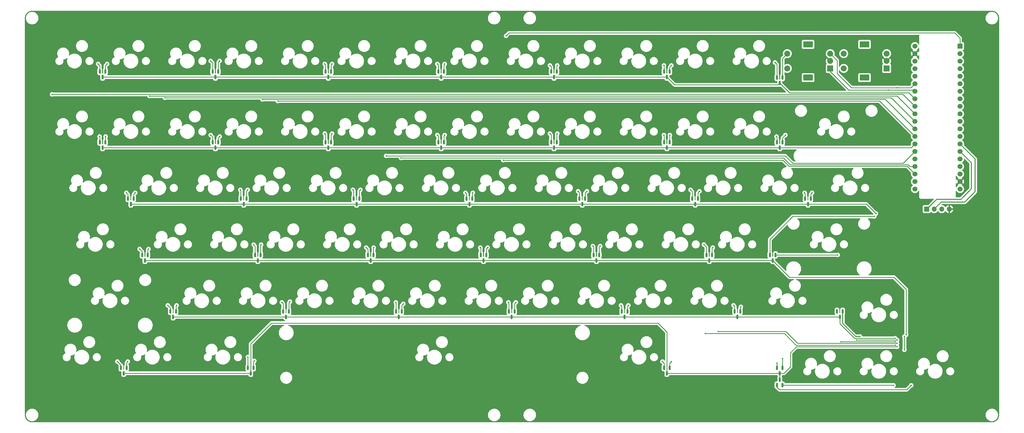
<source format=gbr>
%TF.GenerationSoftware,KiCad,Pcbnew,6.0.11-2627ca5db0~126~ubuntu22.04.1*%
%TF.CreationDate,2023-04-02T11:01:56+08:00*%
%TF.ProjectId,explorekb75,6578706c-6f72-4656-9b62-37352e6b6963,rev?*%
%TF.SameCoordinates,Original*%
%TF.FileFunction,Copper,L1,Top*%
%TF.FilePolarity,Positive*%
%FSLAX46Y46*%
G04 Gerber Fmt 4.6, Leading zero omitted, Abs format (unit mm)*
G04 Created by KiCad (PCBNEW 6.0.11-2627ca5db0~126~ubuntu22.04.1) date 2023-04-02 11:01:56*
%MOMM*%
%LPD*%
G01*
G04 APERTURE LIST*
G04 Aperture macros list*
%AMRoundRect*
0 Rectangle with rounded corners*
0 $1 Rounding radius*
0 $2 $3 $4 $5 $6 $7 $8 $9 X,Y pos of 4 corners*
0 Add a 4 corners polygon primitive as box body*
4,1,4,$2,$3,$4,$5,$6,$7,$8,$9,$2,$3,0*
0 Add four circle primitives for the rounded corners*
1,1,$1+$1,$2,$3*
1,1,$1+$1,$4,$5*
1,1,$1+$1,$6,$7*
1,1,$1+$1,$8,$9*
0 Add four rect primitives between the rounded corners*
20,1,$1+$1,$2,$3,$4,$5,0*
20,1,$1+$1,$4,$5,$6,$7,0*
20,1,$1+$1,$6,$7,$8,$9,0*
20,1,$1+$1,$8,$9,$2,$3,0*%
G04 Aperture macros list end*
%TA.AperFunction,SMDPad,CuDef*%
%ADD10RoundRect,0.150000X-0.150000X0.587500X-0.150000X-0.587500X0.150000X-0.587500X0.150000X0.587500X0*%
%TD*%
%TA.AperFunction,ComponentPad*%
%ADD11R,2.000000X2.000000*%
%TD*%
%TA.AperFunction,ComponentPad*%
%ADD12C,2.000000*%
%TD*%
%TA.AperFunction,ComponentPad*%
%ADD13R,3.200000X2.000000*%
%TD*%
%TA.AperFunction,ComponentPad*%
%ADD14R,1.700000X1.700000*%
%TD*%
%TA.AperFunction,ComponentPad*%
%ADD15O,1.700000X1.700000*%
%TD*%
%TA.AperFunction,SMDPad,CuDef*%
%ADD16RoundRect,0.150000X0.150000X-0.587500X0.150000X0.587500X-0.150000X0.587500X-0.150000X-0.587500X0*%
%TD*%
%TA.AperFunction,ComponentPad*%
%ADD17C,1.700000*%
%TD*%
%TA.AperFunction,ViaPad*%
%ADD18C,0.500000*%
%TD*%
%TA.AperFunction,Conductor*%
%ADD19C,0.250000*%
%TD*%
%TA.AperFunction,Conductor*%
%ADD20C,0.300000*%
%TD*%
G04 APERTURE END LIST*
D10*
%TO.P,D27,1*%
%TO.N,Net-(D27-Pad1)*%
X298524985Y-142950000D03*
%TO.P,D27,2*%
%TO.N,Net-(D27-Pad2)*%
X296624985Y-142950000D03*
%TO.P,D27,3*%
%TO.N,/ROW 3*%
X297574985Y-144825000D03*
%TD*%
%TO.P,D24,1*%
%TO.N,Net-(D24-Pad1)*%
X184224985Y-142950000D03*
%TO.P,D24,2*%
%TO.N,Net-(D24-Pad2)*%
X182324985Y-142950000D03*
%TO.P,D24,3*%
%TO.N,/ROW 3*%
X183274985Y-144825000D03*
%TD*%
%TO.P,D8,1*%
%TO.N,Net-(D8-Pad1)*%
X93737485Y-104850000D03*
%TO.P,D8,2*%
%TO.N,Net-(D8-Pad2)*%
X91837485Y-104850000D03*
%TO.P,D8,3*%
%TO.N,/ROW 1*%
X92787485Y-106725000D03*
%TD*%
D11*
%TO.P,SW14,A,A*%
%TO.N,/ROT1_B*%
X338437485Y-79975000D03*
D12*
%TO.P,SW14,B,B*%
%TO.N,/ROT1_A*%
X338437485Y-74975000D03*
%TO.P,SW14,C,C*%
%TO.N,GND*%
X338437485Y-77475000D03*
D13*
%TO.P,SW14,MP*%
%TO.N,N/C*%
X330937485Y-83075000D03*
X330937485Y-71875000D03*
D12*
%TO.P,SW14,S1,S1*%
%TO.N,/Key Matrix/ROT1_2*%
X323937485Y-74975000D03*
%TO.P,SW14,S2,S2*%
%TO.N,/COL 13*%
X323937485Y-79975000D03*
%TD*%
D10*
%TO.P,D29,1*%
%TO.N,Net-(D29-Pad1)*%
X117549985Y-162000000D03*
%TO.P,D29,2*%
%TO.N,Net-(D29-Pad2)*%
X115649985Y-162000000D03*
%TO.P,D29,3*%
%TO.N,/ROW 4*%
X116599985Y-163875000D03*
%TD*%
%TO.P,D30,1*%
%TO.N,Net-(D30-Pad1)*%
X155649985Y-162000000D03*
%TO.P,D30,2*%
%TO.N,Net-(D30-Pad2)*%
X153749985Y-162000000D03*
%TO.P,D30,3*%
%TO.N,/ROW 4*%
X154699985Y-163875000D03*
%TD*%
%TO.P,D3,1*%
%TO.N,Net-(D3-Pad1)*%
X169937485Y-81037500D03*
%TO.P,D3,2*%
%TO.N,Net-(D3-Pad2)*%
X168037485Y-81037500D03*
%TO.P,D3,3*%
%TO.N,/ROW 0*%
X168987485Y-82912500D03*
%TD*%
%TO.P,D28,1*%
%TO.N,Net-(D28-Pad1)*%
X319956235Y-142950000D03*
%TO.P,D28,2*%
%TO.N,/Key Matrix/ROT2_2*%
X318056235Y-142950000D03*
%TO.P,D28,3*%
%TO.N,/ROW 3*%
X319006235Y-144825000D03*
%TD*%
%TO.P,D35,1*%
%TO.N,Net-(D35-Pad1)*%
X342624985Y-162000000D03*
%TO.P,D35,2*%
%TO.N,unconnected-(D35-Pad2)*%
X340724985Y-162000000D03*
%TO.P,D35,3*%
%TO.N,/ROW 4*%
X341674985Y-163875000D03*
%TD*%
%TO.P,D2,1*%
%TO.N,Net-(D2-Pad1)*%
X131837485Y-81037500D03*
%TO.P,D2,2*%
%TO.N,Net-(D2-Pad2)*%
X129937485Y-81037500D03*
%TO.P,D2,3*%
%TO.N,/ROW 0*%
X130887485Y-82912500D03*
%TD*%
%TO.P,D32,1*%
%TO.N,Net-(D32-Pad1)*%
X231849985Y-162000000D03*
%TO.P,D32,2*%
%TO.N,Net-(D32-Pad2)*%
X229949985Y-162000000D03*
%TO.P,D32,3*%
%TO.N,/ROW 4*%
X230899985Y-163875000D03*
%TD*%
%TO.P,D20,1*%
%TO.N,Net-(D20-Pad1)*%
X293762485Y-123900000D03*
%TO.P,D20,2*%
%TO.N,Net-(D20-Pad2)*%
X291862485Y-123900000D03*
%TO.P,D20,3*%
%TO.N,/ROW 2*%
X292812485Y-125775000D03*
%TD*%
%TO.P,D6,1*%
%TO.N,Net-(D6-Pad1)*%
X284237485Y-81037500D03*
%TO.P,D6,2*%
%TO.N,Net-(D6-Pad2)*%
X282337485Y-81037500D03*
%TO.P,D6,3*%
%TO.N,/ROW 0*%
X283287485Y-82912500D03*
%TD*%
%TO.P,D9,1*%
%TO.N,Net-(D9-Pad1)*%
X131837485Y-104850000D03*
%TO.P,D9,2*%
%TO.N,Net-(D9-Pad2)*%
X129937485Y-104850000D03*
%TO.P,D9,3*%
%TO.N,/ROW 1*%
X130887485Y-106725000D03*
%TD*%
D11*
%TO.P,SW15,A,A*%
%TO.N,/ROT2_B*%
X357487485Y-79975000D03*
D12*
%TO.P,SW15,B,B*%
%TO.N,/ROT2_A*%
X357487485Y-74975000D03*
%TO.P,SW15,C,C*%
%TO.N,GND*%
X357487485Y-77475000D03*
D13*
%TO.P,SW15,MP*%
%TO.N,N/C*%
X349987485Y-83075000D03*
X349987485Y-71875000D03*
D12*
%TO.P,SW15,S1,S1*%
%TO.N,/COL 13*%
X342987485Y-74975000D03*
%TO.P,SW15,S2,S2*%
%TO.N,/Key Matrix/ROT2_2*%
X342987485Y-79975000D03*
%TD*%
D10*
%TO.P,D12,1*%
%TO.N,Net-(D12-Pad1)*%
X246137485Y-104850000D03*
%TO.P,D12,2*%
%TO.N,Net-(D12-Pad2)*%
X244237485Y-104850000D03*
%TO.P,D12,3*%
%TO.N,/ROW 1*%
X245187485Y-106725000D03*
%TD*%
%TO.P,D13,1*%
%TO.N,Net-(D13-Pad1)*%
X284237485Y-104850000D03*
%TO.P,D13,2*%
%TO.N,Net-(D13-Pad2)*%
X282337485Y-104850000D03*
%TO.P,D13,3*%
%TO.N,/ROW 1*%
X283287485Y-106725000D03*
%TD*%
%TO.P,D15,1*%
%TO.N,Net-(D15-Pad1)*%
X103262485Y-123900000D03*
%TO.P,D15,2*%
%TO.N,Net-(D15-Pad2)*%
X101362485Y-123900000D03*
%TO.P,D15,3*%
%TO.N,/ROW 2*%
X102312485Y-125775000D03*
%TD*%
%TO.P,D37,1*%
%TO.N,Net-(D37-Pad1)*%
X143743735Y-181050000D03*
%TO.P,D37,2*%
%TO.N,Net-(D37-Pad2)*%
X141843735Y-181050000D03*
%TO.P,D37,3*%
%TO.N,/ROW 5*%
X142793735Y-182925000D03*
%TD*%
%TO.P,D17,1*%
%TO.N,Net-(D17-Pad1)*%
X179462485Y-123900000D03*
%TO.P,D17,2*%
%TO.N,Net-(D17-Pad2)*%
X177562485Y-123900000D03*
%TO.P,D17,3*%
%TO.N,/ROW 2*%
X178512485Y-125775000D03*
%TD*%
%TO.P,D36,1*%
%TO.N,Net-(D36-Pad1)*%
X100881235Y-181050000D03*
%TO.P,D36,2*%
%TO.N,Net-(D36-Pad2)*%
X98981235Y-181050000D03*
%TO.P,D36,3*%
%TO.N,/ROW 5*%
X99931235Y-182925000D03*
%TD*%
%TO.P,D5,1*%
%TO.N,Net-(D5-Pad1)*%
X246137485Y-81037500D03*
%TO.P,D5,2*%
%TO.N,Net-(D5-Pad2)*%
X244237485Y-81037500D03*
%TO.P,D5,3*%
%TO.N,/ROW 0*%
X245187485Y-82912500D03*
%TD*%
%TO.P,D31,1*%
%TO.N,Net-(D31-Pad1)*%
X193749985Y-162000000D03*
%TO.P,D31,2*%
%TO.N,Net-(D31-Pad2)*%
X191849985Y-162000000D03*
%TO.P,D31,3*%
%TO.N,/ROW 4*%
X192799985Y-163875000D03*
%TD*%
%TO.P,D4,1*%
%TO.N,Net-(D4-Pad1)*%
X208037485Y-81037500D03*
%TO.P,D4,2*%
%TO.N,Net-(D4-Pad2)*%
X206137485Y-81037500D03*
%TO.P,D4,3*%
%TO.N,/ROW 0*%
X207087485Y-82912500D03*
%TD*%
%TO.P,D10,1*%
%TO.N,Net-(D10-Pad1)*%
X169937485Y-104850000D03*
%TO.P,D10,2*%
%TO.N,Net-(D10-Pad2)*%
X168037485Y-104850000D03*
%TO.P,D10,3*%
%TO.N,/ROW 1*%
X168987485Y-106725000D03*
%TD*%
%TO.P,D7,1*%
%TO.N,/Key Matrix/ROT1_2*%
X322337485Y-83062500D03*
%TO.P,D7,2*%
%TO.N,Net-(D7-Pad2)*%
X320437485Y-83062500D03*
%TO.P,D7,3*%
%TO.N,/ROW 0*%
X321387485Y-84937500D03*
%TD*%
%TO.P,D38,1*%
%TO.N,Net-(D38-Pad1)*%
X284237485Y-181050000D03*
%TO.P,D38,2*%
%TO.N,Net-(D38-Pad2)*%
X282337485Y-181050000D03*
%TO.P,D38,3*%
%TO.N,/ROW 5*%
X283287485Y-182925000D03*
%TD*%
%TO.P,D16,1*%
%TO.N,Net-(D16-Pad1)*%
X141362485Y-123900000D03*
%TO.P,D16,2*%
%TO.N,Net-(D16-Pad2)*%
X139462485Y-123900000D03*
%TO.P,D16,3*%
%TO.N,/ROW 2*%
X140412485Y-125775000D03*
%TD*%
%TO.P,D11,1*%
%TO.N,Net-(D11-Pad1)*%
X208037485Y-104850000D03*
%TO.P,D11,2*%
%TO.N,Net-(D11-Pad2)*%
X206137485Y-104850000D03*
%TO.P,D11,3*%
%TO.N,/ROW 1*%
X207087485Y-106725000D03*
%TD*%
%TO.P,D33,1*%
%TO.N,Net-(D33-Pad1)*%
X269949985Y-162000000D03*
%TO.P,D33,2*%
%TO.N,Net-(D33-Pad2)*%
X268049985Y-162000000D03*
%TO.P,D33,3*%
%TO.N,/ROW 4*%
X268999985Y-163875000D03*
%TD*%
%TO.P,D22,1*%
%TO.N,Net-(D22-Pad1)*%
X108024985Y-142950000D03*
%TO.P,D22,2*%
%TO.N,Net-(D22-Pad2)*%
X106124985Y-142950000D03*
%TO.P,D22,3*%
%TO.N,/ROW 3*%
X107074985Y-144825000D03*
%TD*%
%TO.P,D34,1*%
%TO.N,Net-(D34-Pad1)*%
X308049985Y-162000000D03*
%TO.P,D34,2*%
%TO.N,Net-(D34-Pad2)*%
X306149985Y-162000000D03*
%TO.P,D34,3*%
%TO.N,/ROW 4*%
X307099985Y-163875000D03*
%TD*%
%TO.P,D14,1*%
%TO.N,Net-(D14-Pad1)*%
X322337485Y-104850000D03*
%TO.P,D14,2*%
%TO.N,Net-(D14-Pad2)*%
X320437485Y-104850000D03*
%TO.P,D14,3*%
%TO.N,/ROW 1*%
X321387485Y-106725000D03*
%TD*%
%TO.P,D21,1*%
%TO.N,Net-(D21-Pad1)*%
X331862485Y-123900000D03*
%TO.P,D21,2*%
%TO.N,Net-(D21-Pad2)*%
X329962485Y-123900000D03*
%TO.P,D21,3*%
%TO.N,/ROW 2*%
X330912485Y-125775000D03*
%TD*%
%TO.P,D25,1*%
%TO.N,Net-(D25-Pad1)*%
X222324985Y-142950000D03*
%TO.P,D25,2*%
%TO.N,Net-(D25-Pad2)*%
X220424985Y-142950000D03*
%TO.P,D25,3*%
%TO.N,/ROW 3*%
X221374985Y-144825000D03*
%TD*%
%TO.P,D26,1*%
%TO.N,Net-(D26-Pad1)*%
X260424985Y-142950000D03*
%TO.P,D26,2*%
%TO.N,Net-(D26-Pad2)*%
X258524985Y-142950000D03*
%TO.P,D26,3*%
%TO.N,/ROW 3*%
X259474985Y-144825000D03*
%TD*%
%TO.P,D23,1*%
%TO.N,Net-(D23-Pad1)*%
X146124985Y-142950000D03*
%TO.P,D23,2*%
%TO.N,Net-(D23-Pad2)*%
X144224985Y-142950000D03*
%TO.P,D23,3*%
%TO.N,/ROW 3*%
X145174985Y-144825000D03*
%TD*%
D14*
%TO.P,U2,1,SDA*%
%TO.N,/SDA1*%
X371000000Y-127500000D03*
D15*
%TO.P,U2,2,SCK*%
%TO.N,/SCL1*%
X373540000Y-127500000D03*
%TO.P,U2,3,VCC*%
%TO.N,+3V3*%
X376080000Y-127500000D03*
%TO.P,U2,4,GND*%
%TO.N,GND*%
X378620000Y-127500000D03*
%TD*%
D10*
%TO.P,D39,1*%
%TO.N,Net-(D39-Pad1)*%
X322337485Y-181050000D03*
%TO.P,D39,2*%
%TO.N,Net-(D39-Pad2)*%
X320437485Y-181050000D03*
%TO.P,D39,3*%
%TO.N,/ROW 5*%
X321387485Y-182925000D03*
%TD*%
%TO.P,D18,1*%
%TO.N,Net-(D18-Pad1)*%
X217562485Y-123900000D03*
%TO.P,D18,2*%
%TO.N,Net-(D18-Pad2)*%
X215662485Y-123900000D03*
%TO.P,D18,3*%
%TO.N,/ROW 2*%
X216612485Y-125775000D03*
%TD*%
%TO.P,D19,1*%
%TO.N,Net-(D19-Pad1)*%
X255662485Y-123900000D03*
%TO.P,D19,2*%
%TO.N,Net-(D19-Pad2)*%
X253762485Y-123900000D03*
%TO.P,D19,3*%
%TO.N,/ROW 2*%
X254712485Y-125775000D03*
%TD*%
%TO.P,D1,1*%
%TO.N,Net-(D1-Pad1)*%
X93737485Y-81037500D03*
%TO.P,D1,2*%
%TO.N,Net-(D1-Pad2)*%
X91837485Y-81037500D03*
%TO.P,D1,3*%
%TO.N,/ROW 0*%
X92787485Y-82912500D03*
%TD*%
D16*
%TO.P,D40,1*%
%TO.N,Net-(D40-Pad1)*%
X320437485Y-186925000D03*
%TO.P,D40,2*%
%TO.N,Net-(D40-Pad2)*%
X322337485Y-186925000D03*
%TO.P,D40,3*%
%TO.N,/ROW 5*%
X321387485Y-185050000D03*
%TD*%
D14*
%TO.P,U1,1,PB12*%
%TO.N,/COL 8*%
X382245000Y-72445000D03*
D17*
%TO.P,U1,2,PB13*%
%TO.N,/ROW 5*%
X382245000Y-74985000D03*
%TO.P,U1,3,PB14*%
%TO.N,/COL 9*%
X382245000Y-77525000D03*
%TO.P,U1,4,PB15*%
%TO.N,/COL 10*%
X382245000Y-80065000D03*
%TO.P,U1,5,PA8*%
%TO.N,/COL 11*%
X382245000Y-82605000D03*
%TO.P,U1,6,PA9*%
%TO.N,/UART1_TX*%
X382245000Y-85145000D03*
%TO.P,U1,7,PA10*%
%TO.N,/UART1_RX*%
X382245000Y-87685000D03*
%TO.P,U1,8,PA11*%
%TO.N,unconnected-(U1-Pad8)*%
X382245000Y-90225000D03*
%TO.P,U1,9,PA12*%
%TO.N,unconnected-(U1-Pad9)*%
X382245000Y-92765000D03*
%TO.P,U1,10,PA15*%
%TO.N,/COL 12*%
X382245000Y-95305000D03*
%TO.P,U1,11,PB3*%
%TO.N,/ROW 4*%
X382245000Y-97845000D03*
%TO.P,U1,12,PB4*%
%TO.N,/COL 13*%
X382245000Y-100385000D03*
%TO.P,U1,13,PB5*%
%TO.N,/ROW 3*%
X382245000Y-102925000D03*
%TO.P,U1,14,PB6*%
%TO.N,/SCL1*%
X382245000Y-105465000D03*
%TO.P,U1,15,PB7*%
%TO.N,/SDA1*%
X382245000Y-108005000D03*
%TO.P,U1,16,PB8*%
%TO.N,/ROW 2*%
X382245000Y-110545000D03*
%TO.P,U1,17,PB9*%
%TO.N,unconnected-(U1-Pad17)*%
X382245000Y-113085000D03*
%TO.P,U1,18,5V*%
%TO.N,unconnected-(U1-Pad18)*%
X382245000Y-115625000D03*
%TO.P,U1,19,GND*%
%TO.N,GND*%
X382245000Y-118165000D03*
%TO.P,U1,20,3V3*%
%TO.N,+3V3*%
X382245000Y-120705000D03*
%TO.P,U1,21,VBat*%
%TO.N,unconnected-(U1-Pad21)*%
X367005000Y-120705000D03*
%TO.P,U1,22,PC13*%
%TO.N,unconnected-(U1-Pad22)*%
X367005000Y-118165000D03*
%TO.P,U1,23,PC14*%
%TO.N,/COL 7*%
X367005000Y-115625000D03*
%TO.P,U1,24,PC15*%
%TO.N,/COL 6*%
X367005000Y-113085000D03*
%TO.P,U1,25,RES*%
%TO.N,/~{RST}*%
X367005000Y-110545000D03*
%TO.P,U1,26,PA0*%
%TO.N,/COL 5*%
X367005000Y-108005000D03*
%TO.P,U1,27,PA1*%
%TO.N,/ROW 1*%
X367005000Y-105465000D03*
%TO.P,U1,28,PA2*%
%TO.N,/COL 4*%
X367005000Y-102925000D03*
%TO.P,U1,29,PA3*%
%TO.N,/COL 3*%
X367005000Y-100385000D03*
%TO.P,U1,30,PA4*%
%TO.N,/COL 2*%
X367005000Y-97845000D03*
%TO.P,U1,31,PA5*%
%TO.N,/COL 1*%
X367005000Y-95305000D03*
%TO.P,U1,32,PA6*%
%TO.N,/COL 0*%
X367005000Y-92765000D03*
%TO.P,U1,33,PA7*%
%TO.N,/ROW 0*%
X367005000Y-90225000D03*
%TO.P,U1,34,PB0*%
%TO.N,/ROT1_B*%
X367005000Y-87685000D03*
%TO.P,U1,35,PB1*%
%TO.N,/ROT1_A*%
X367005000Y-85145000D03*
%TO.P,U1,36,PB2*%
%TO.N,/ROT2_B*%
X367005000Y-82605000D03*
%TO.P,U1,37,PB10*%
%TO.N,/ROT2_A*%
X367005000Y-80065000D03*
%TO.P,U1,38,3V3*%
%TO.N,unconnected-(U1-Pad38)*%
X367005000Y-77525000D03*
%TO.P,U1,39,GND*%
%TO.N,GND*%
X367005000Y-74985000D03*
%TO.P,U1,40,5V*%
%TO.N,unconnected-(U1-Pad40)*%
X367005000Y-72445000D03*
%TD*%
D18*
%TO.N,Net-(D1-Pad1)*%
X94287485Y-78475000D03*
%TO.N,Net-(D1-Pad2)*%
X91287485Y-78475000D03*
%TO.N,Net-(D2-Pad1)*%
X132287485Y-77475000D03*
%TO.N,Net-(D2-Pad2)*%
X129287485Y-77475000D03*
%TO.N,Net-(D3-Pad1)*%
X170287485Y-78475000D03*
%TO.N,Net-(D3-Pad2)*%
X167787485Y-78475000D03*
%TO.N,Net-(D4-Pad1)*%
X208287485Y-78475000D03*
%TO.N,Net-(D4-Pad2)*%
X205787485Y-78475000D03*
%TO.N,Net-(D5-Pad1)*%
X246287485Y-78975000D03*
%TO.N,Net-(D5-Pad2)*%
X243787485Y-78975000D03*
%TO.N,Net-(D6-Pad1)*%
X284787485Y-78975000D03*
%TO.N,Net-(D6-Pad2)*%
X282287485Y-78975000D03*
%TO.N,Net-(D8-Pad1)*%
X93787485Y-102975000D03*
%TO.N,Net-(D9-Pad1)*%
X132287485Y-102975000D03*
%TO.N,Net-(D10-Pad1)*%
X170287485Y-101975000D03*
%TO.N,Net-(D10-Pad2)*%
X167787485Y-101975000D03*
%TO.N,Net-(D11-Pad1)*%
X208287485Y-102475000D03*
%TO.N,Net-(D12-Pad1)*%
X246287485Y-101975000D03*
%TO.N,Net-(D12-Pad2)*%
X243787485Y-101975000D03*
%TO.N,Net-(D13-Pad1)*%
X284287485Y-102475000D03*
%TO.N,Net-(D13-Pad2)*%
X282287485Y-102475000D03*
%TO.N,Net-(D14-Pad1)*%
X323287485Y-102475000D03*
%TO.N,Net-(D14-Pad2)*%
X320287485Y-102975000D03*
%TO.N,Net-(D15-Pad1)*%
X103787485Y-121975000D03*
%TO.N,Net-(D15-Pad2)*%
X100787485Y-121975000D03*
%TO.N,Net-(D16-Pad1)*%
X141787485Y-120975000D03*
%TO.N,Net-(D16-Pad2)*%
X139287485Y-120975000D03*
%TO.N,Net-(D17-Pad1)*%
X179787485Y-120975000D03*
%TO.N,Net-(D17-Pad2)*%
X177287485Y-120975000D03*
%TO.N,Net-(D18-Pad1)*%
X217787485Y-121975000D03*
%TO.N,Net-(D18-Pad2)*%
X215287485Y-121975000D03*
%TO.N,Net-(D19-Pad1)*%
X256287485Y-121475000D03*
%TO.N,Net-(D19-Pad2)*%
X253287485Y-121475000D03*
%TO.N,Net-(D20-Pad1)*%
X294287485Y-121475000D03*
%TO.N,Net-(D20-Pad2)*%
X291287485Y-120975000D03*
%TO.N,Net-(D21-Pad1)*%
X332287485Y-121975000D03*
%TO.N,Net-(D21-Pad2)*%
X329787485Y-121975000D03*
%TO.N,Net-(D22-Pad1)*%
X108287485Y-140975000D03*
%TO.N,Net-(D22-Pad2)*%
X105287485Y-140975000D03*
%TO.N,Net-(D23-Pad1)*%
X146287485Y-139475000D03*
%TO.N,Net-(D23-Pad2)*%
X143787485Y-139475000D03*
%TO.N,Net-(D24-Pad1)*%
X184287485Y-140475000D03*
%TO.N,Net-(D24-Pad2)*%
X181787485Y-140475000D03*
%TO.N,Net-(D25-Pad1)*%
X222787485Y-140475000D03*
%TO.N,Net-(D25-Pad2)*%
X220287485Y-140475000D03*
%TO.N,Net-(D26-Pad1)*%
X260787485Y-139975000D03*
%TO.N,Net-(D26-Pad2)*%
X258287485Y-139975000D03*
%TO.N,Net-(D27-Pad1)*%
X298787485Y-140475000D03*
%TO.N,Net-(D27-Pad2)*%
X295787485Y-139475000D03*
%TO.N,Net-(D28-Pad1)*%
X340950000Y-142950000D03*
%TO.N,Net-(D29-Pad1)*%
X117787485Y-159975000D03*
%TO.N,Net-(D30-Pad1)*%
X156037485Y-158725000D03*
%TO.N,Net-(D30-Pad2)*%
X153287485Y-158975000D03*
%TO.N,Net-(D31-Pad1)*%
X194287485Y-159475000D03*
%TO.N,Net-(D31-Pad2)*%
X191787485Y-158975000D03*
%TO.N,Net-(D32-Pad1)*%
X232287485Y-158975000D03*
%TO.N,Net-(D32-Pad2)*%
X229787485Y-158975000D03*
%TO.N,Net-(D33-Pad1)*%
X270287485Y-159975000D03*
%TO.N,Net-(D33-Pad2)*%
X267787485Y-159975000D03*
%TO.N,Net-(D34-Pad1)*%
X308287485Y-160475000D03*
%TO.N,Net-(D34-Pad2)*%
X305787485Y-159975000D03*
%TO.N,Net-(D37-Pad1)*%
X144037485Y-178725000D03*
%TO.N,Net-(D37-Pad2)*%
X141843735Y-177418750D03*
%TO.N,Net-(D38-Pad1)*%
X284787485Y-178975000D03*
%TO.N,Net-(D38-Pad2)*%
X281787485Y-178975000D03*
%TO.N,Net-(D39-Pad1)*%
X322287485Y-177975000D03*
%TO.N,Net-(D39-Pad2)*%
X320437485Y-179475000D03*
%TO.N,Net-(D40-Pad1)*%
X365787485Y-186975000D03*
%TO.N,Net-(D40-Pad2)*%
X359787485Y-186975000D03*
%TO.N,Net-(D8-Pad2)*%
X91787485Y-102975000D03*
%TO.N,Net-(D29-Pad2)*%
X114787485Y-159975000D03*
%TO.N,Net-(D36-Pad2)*%
X97787485Y-178975000D03*
%TO.N,Net-(D36-Pad1)*%
X101287485Y-178975000D03*
%TO.N,Net-(D35-Pad1)*%
X348500000Y-170500000D03*
%TO.N,/ROW 2*%
X353861985Y-129000000D03*
%TO.N,/COL 0*%
X75727485Y-88747515D03*
%TO.N,/COL 1*%
X108643386Y-89318386D03*
%TO.N,/COL 2*%
X113827485Y-89897515D03*
%TO.N,/COL 3*%
X146743386Y-90456614D03*
%TO.N,/COL 4*%
X151927485Y-90999500D03*
%TO.N,/COL 5*%
X188497492Y-109502508D03*
%TO.N,/COL 6*%
X193531243Y-110218757D03*
%TO.N,/COL 7*%
X228047493Y-110952507D03*
%TO.N,/COL 8*%
X229000000Y-69000000D03*
%TO.N,/ROW 3*%
X364074500Y-169925500D03*
%TO.N,/ROW 4*%
X360357558Y-171102000D03*
%TO.N,/ROW 5*%
X361000000Y-174000000D03*
%TO.N,/COL 9*%
X296257485Y-169475000D03*
X360500000Y-173425500D03*
%TO.N,/COL 10*%
X361006886Y-172825500D03*
X300656243Y-168843757D03*
%TO.N,/COL 11*%
X360500000Y-172251000D03*
X342052485Y-172251000D03*
%TO.N,/COL 12*%
X361019936Y-171676500D03*
X347252485Y-171676500D03*
%TO.N,/COL 13*%
X363500000Y-170500000D03*
X363500000Y-175000000D03*
%TO.N,Net-(D7-Pad2)*%
X319787485Y-77975000D03*
%TO.N,Net-(D9-Pad2)*%
X129287485Y-102475000D03*
%TO.N,Net-(D11-Pad2)*%
X205787485Y-102475000D03*
%TO.N,/ROT1_B*%
X358000000Y-87250000D03*
%TO.N,/ROT1_A*%
X361000000Y-86500000D03*
%TO.N,/Key Matrix/ROT2_2*%
X353287485Y-129975000D03*
%TD*%
D19*
%TO.N,/COL 8*%
X229000000Y-69000000D02*
X230000000Y-68000000D01*
X380450000Y-68000000D02*
X382245000Y-69795000D01*
X230000000Y-68000000D02*
X380450000Y-68000000D01*
X382245000Y-69795000D02*
X382245000Y-72445000D01*
D20*
%TO.N,/SCL1*%
X382245000Y-105465000D02*
X387350000Y-110570000D01*
X387350000Y-110570000D02*
X387350000Y-121600000D01*
X387350000Y-121600000D02*
X383850000Y-125100000D01*
X383850000Y-125100000D02*
X375940000Y-125100000D01*
X375940000Y-125100000D02*
X373540000Y-127500000D01*
%TO.N,/SDA1*%
X382245000Y-108005000D02*
X386080000Y-111840000D01*
X386080000Y-111840000D02*
X386080000Y-120650000D01*
X374350000Y-124150000D02*
X371000000Y-127500000D01*
X386080000Y-120650000D02*
X382580000Y-124150000D01*
X382580000Y-124150000D02*
X374350000Y-124150000D01*
D19*
%TO.N,Net-(D1-Pad1)*%
X93737485Y-81037500D02*
X93737485Y-79025000D01*
X93737485Y-79025000D02*
X94287485Y-78475000D01*
%TO.N,Net-(D1-Pad2)*%
X91287485Y-78475000D02*
X91837485Y-79025000D01*
X91837485Y-79025000D02*
X91837485Y-81037500D01*
%TO.N,Net-(D2-Pad1)*%
X131837485Y-81037500D02*
X131837485Y-77925000D01*
X131837485Y-77925000D02*
X132287485Y-77475000D01*
%TO.N,Net-(D2-Pad2)*%
X129287485Y-77475000D02*
X129937485Y-78125000D01*
X129937485Y-78125000D02*
X129937485Y-81037500D01*
%TO.N,Net-(D3-Pad1)*%
X169937485Y-78825000D02*
X169937485Y-81037500D01*
X170287485Y-78475000D02*
X169937485Y-78825000D01*
%TO.N,Net-(D3-Pad2)*%
X168037485Y-78725000D02*
X168037485Y-81037500D01*
X167787485Y-78475000D02*
X168037485Y-78725000D01*
%TO.N,Net-(D4-Pad1)*%
X208287485Y-78475000D02*
X208037485Y-78725000D01*
X208037485Y-78725000D02*
X208037485Y-81037500D01*
%TO.N,Net-(D4-Pad2)*%
X206137485Y-78825000D02*
X206137485Y-81037500D01*
X205787485Y-78475000D02*
X206137485Y-78825000D01*
%TO.N,Net-(D5-Pad1)*%
X246137485Y-79125000D02*
X246287485Y-78975000D01*
X246137485Y-81037500D02*
X246137485Y-79125000D01*
%TO.N,Net-(D5-Pad2)*%
X244237485Y-79425000D02*
X243787485Y-78975000D01*
X244237485Y-81037500D02*
X244237485Y-79425000D01*
%TO.N,Net-(D6-Pad1)*%
X284237485Y-81037500D02*
X284237485Y-79525000D01*
X284237485Y-79525000D02*
X284787485Y-78975000D01*
%TO.N,Net-(D6-Pad2)*%
X282337485Y-79025000D02*
X282337485Y-81037500D01*
X282287485Y-78975000D02*
X282337485Y-79025000D01*
%TO.N,Net-(D8-Pad1)*%
X93737485Y-104850000D02*
X93737485Y-103025000D01*
X93737485Y-103025000D02*
X93787485Y-102975000D01*
%TO.N,Net-(D9-Pad1)*%
X131837485Y-103425000D02*
X132287485Y-102975000D01*
X131837485Y-104850000D02*
X131837485Y-103425000D01*
%TO.N,Net-(D10-Pad1)*%
X169937485Y-102325000D02*
X169937485Y-104850000D01*
X170287485Y-101975000D02*
X169937485Y-102325000D01*
%TO.N,Net-(D10-Pad2)*%
X168037485Y-102225000D02*
X168037485Y-104850000D01*
X167787485Y-101975000D02*
X168037485Y-102225000D01*
%TO.N,Net-(D11-Pad1)*%
X208037485Y-102725000D02*
X208287485Y-102475000D01*
X208037485Y-104850000D02*
X208037485Y-102725000D01*
%TO.N,Net-(D12-Pad1)*%
X246137485Y-102125000D02*
X246137485Y-104850000D01*
X246287485Y-101975000D02*
X246137485Y-102125000D01*
%TO.N,Net-(D12-Pad2)*%
X243787485Y-101975000D02*
X244237485Y-102425000D01*
X244237485Y-102425000D02*
X244237485Y-104850000D01*
%TO.N,Net-(D13-Pad1)*%
X284237485Y-104850000D02*
X284237485Y-102525000D01*
X284237485Y-102525000D02*
X284287485Y-102475000D01*
%TO.N,Net-(D13-Pad2)*%
X282337485Y-102525000D02*
X282337485Y-104850000D01*
X282287485Y-102475000D02*
X282337485Y-102525000D01*
%TO.N,Net-(D14-Pad1)*%
X323287485Y-102475000D02*
X322337485Y-103425000D01*
X322337485Y-103425000D02*
X322337485Y-104850000D01*
%TO.N,Net-(D14-Pad2)*%
X320287485Y-102975000D02*
X320437485Y-103125000D01*
X320437485Y-103125000D02*
X320437485Y-104850000D01*
%TO.N,Net-(D15-Pad1)*%
X103262485Y-123900000D02*
X103262485Y-122500000D01*
X103262485Y-122500000D02*
X103787485Y-121975000D01*
%TO.N,Net-(D15-Pad2)*%
X101362485Y-123900000D02*
X101362485Y-122550000D01*
X101362485Y-122550000D02*
X100787485Y-121975000D01*
%TO.N,Net-(D16-Pad1)*%
X141362485Y-121400000D02*
X141362485Y-123900000D01*
X141787485Y-120975000D02*
X141362485Y-121400000D01*
%TO.N,Net-(D16-Pad2)*%
X139287485Y-120975000D02*
X139462485Y-121150000D01*
X139462485Y-121150000D02*
X139462485Y-123900000D01*
%TO.N,Net-(D17-Pad1)*%
X179787485Y-120975000D02*
X179462485Y-121300000D01*
X179462485Y-121300000D02*
X179462485Y-123900000D01*
%TO.N,Net-(D17-Pad2)*%
X177287485Y-120975000D02*
X177562485Y-121250000D01*
X177562485Y-121250000D02*
X177562485Y-123900000D01*
%TO.N,Net-(D18-Pad1)*%
X217562485Y-123900000D02*
X217562485Y-122200000D01*
X217562485Y-122200000D02*
X217787485Y-121975000D01*
%TO.N,Net-(D18-Pad2)*%
X215662485Y-122350000D02*
X215287485Y-121975000D01*
X215662485Y-123900000D02*
X215662485Y-122350000D01*
%TO.N,Net-(D19-Pad1)*%
X255662485Y-122100000D02*
X256287485Y-121475000D01*
X255662485Y-123900000D02*
X255662485Y-122100000D01*
%TO.N,Net-(D19-Pad2)*%
X253287485Y-121475000D02*
X253762485Y-121950000D01*
X253762485Y-121950000D02*
X253762485Y-123900000D01*
%TO.N,Net-(D20-Pad1)*%
X293762485Y-122000000D02*
X294287485Y-121475000D01*
X293762485Y-123900000D02*
X293762485Y-122000000D01*
%TO.N,Net-(D20-Pad2)*%
X291862485Y-123900000D02*
X291862485Y-121550000D01*
X291862485Y-121550000D02*
X291287485Y-120975000D01*
%TO.N,Net-(D21-Pad1)*%
X331862485Y-122400000D02*
X332287485Y-121975000D01*
X331862485Y-123900000D02*
X331862485Y-122400000D01*
%TO.N,Net-(D21-Pad2)*%
X329962485Y-122150000D02*
X329962485Y-123900000D01*
X329787485Y-121975000D02*
X329962485Y-122150000D01*
%TO.N,Net-(D22-Pad1)*%
X108024985Y-141237500D02*
X108287485Y-140975000D01*
X108024985Y-142950000D02*
X108024985Y-141237500D01*
%TO.N,Net-(D22-Pad2)*%
X106124985Y-141812500D02*
X105287485Y-140975000D01*
X106124985Y-142950000D02*
X106124985Y-141812500D01*
%TO.N,Net-(D23-Pad1)*%
X146124985Y-139637500D02*
X146124985Y-142950000D01*
X146287485Y-139475000D02*
X146124985Y-139637500D01*
%TO.N,Net-(D23-Pad2)*%
X143787485Y-139475000D02*
X144224985Y-139912500D01*
X144224985Y-139912500D02*
X144224985Y-142950000D01*
%TO.N,Net-(D24-Pad1)*%
X184224985Y-140537500D02*
X184224985Y-142950000D01*
X184287485Y-140475000D02*
X184224985Y-140537500D01*
%TO.N,Net-(D24-Pad2)*%
X182324985Y-141012500D02*
X182324985Y-142950000D01*
X181787485Y-140475000D02*
X182324985Y-141012500D01*
%TO.N,Net-(D25-Pad1)*%
X222324985Y-140937500D02*
X222324985Y-142950000D01*
X222787485Y-140475000D02*
X222324985Y-140937500D01*
%TO.N,Net-(D25-Pad2)*%
X220424985Y-140612500D02*
X220424985Y-142950000D01*
X220287485Y-140475000D02*
X220424985Y-140612500D01*
%TO.N,Net-(D26-Pad1)*%
X260424985Y-140337500D02*
X260424985Y-142950000D01*
X260787485Y-139975000D02*
X260424985Y-140337500D01*
%TO.N,Net-(D26-Pad2)*%
X258524985Y-140212500D02*
X258524985Y-142950000D01*
X258287485Y-139975000D02*
X258524985Y-140212500D01*
%TO.N,Net-(D27-Pad1)*%
X298787485Y-140475000D02*
X298524985Y-140737500D01*
X298524985Y-140737500D02*
X298524985Y-142950000D01*
%TO.N,Net-(D27-Pad2)*%
X296624985Y-142950000D02*
X296624985Y-140312500D01*
X296624985Y-140312500D02*
X295787485Y-139475000D01*
%TO.N,Net-(D28-Pad1)*%
X340950000Y-142950000D02*
X319956235Y-142950000D01*
%TO.N,Net-(D29-Pad1)*%
X117549985Y-160212500D02*
X117787485Y-159975000D01*
X117549985Y-162000000D02*
X117549985Y-160212500D01*
%TO.N,Net-(D30-Pad1)*%
X155649985Y-159112500D02*
X155649985Y-162000000D01*
X156037485Y-158725000D02*
X155649985Y-159112500D01*
%TO.N,Net-(D30-Pad2)*%
X153287485Y-158975000D02*
X153749985Y-159437500D01*
X153749985Y-159437500D02*
X153749985Y-162000000D01*
%TO.N,Net-(D31-Pad1)*%
X193749985Y-162000000D02*
X193749985Y-160012500D01*
X193749985Y-160012500D02*
X194287485Y-159475000D01*
%TO.N,Net-(D31-Pad2)*%
X191787485Y-158975000D02*
X191849985Y-159037500D01*
X191849985Y-159037500D02*
X191849985Y-162000000D01*
%TO.N,Net-(D32-Pad1)*%
X231849985Y-162000000D02*
X231849985Y-159412500D01*
X231849985Y-159412500D02*
X232287485Y-158975000D01*
%TO.N,Net-(D32-Pad2)*%
X229787485Y-158975000D02*
X229949985Y-159137500D01*
X229949985Y-159137500D02*
X229949985Y-162000000D01*
%TO.N,Net-(D33-Pad1)*%
X269949985Y-160312500D02*
X269949985Y-162000000D01*
X270287485Y-159975000D02*
X269949985Y-160312500D01*
%TO.N,Net-(D33-Pad2)*%
X268049985Y-160237500D02*
X268049985Y-162000000D01*
X267787485Y-159975000D02*
X268049985Y-160237500D01*
%TO.N,Net-(D34-Pad1)*%
X308049985Y-162000000D02*
X308049985Y-160712500D01*
X308049985Y-160712500D02*
X308287485Y-160475000D01*
%TO.N,Net-(D34-Pad2)*%
X305787485Y-159975000D02*
X306149985Y-160337500D01*
X306149985Y-160337500D02*
X306149985Y-162000000D01*
%TO.N,Net-(D37-Pad1)*%
X144037485Y-178725000D02*
X143743735Y-179018750D01*
X143743735Y-179018750D02*
X143743735Y-181050000D01*
%TO.N,Net-(D37-Pad2)*%
X141843735Y-177418750D02*
X141843735Y-181050000D01*
%TO.N,Net-(D38-Pad1)*%
X284237485Y-181050000D02*
X284237485Y-179525000D01*
X284237485Y-179525000D02*
X284787485Y-178975000D01*
%TO.N,Net-(D38-Pad2)*%
X282337485Y-181050000D02*
X282337485Y-179525000D01*
X282337485Y-179525000D02*
X281787485Y-178975000D01*
%TO.N,Net-(D39-Pad1)*%
X322287485Y-177975000D02*
X322337485Y-178025000D01*
X322337485Y-178025000D02*
X322337485Y-181050000D01*
%TO.N,Net-(D39-Pad2)*%
X320437485Y-179475000D02*
X320437485Y-181050000D01*
%TO.N,Net-(D40-Pad1)*%
X364287485Y-188475000D02*
X365787485Y-186975000D01*
X321287485Y-188475000D02*
X364287485Y-188475000D01*
X320437485Y-187625000D02*
X321287485Y-188475000D01*
X320437485Y-186925000D02*
X320437485Y-187625000D01*
%TO.N,Net-(D40-Pad2)*%
X359737485Y-186925000D02*
X359787485Y-186975000D01*
X322337485Y-186925000D02*
X359737485Y-186925000D01*
%TO.N,Net-(D8-Pad2)*%
X91837485Y-103025000D02*
X91787485Y-102975000D01*
X91837485Y-104850000D02*
X91837485Y-103025000D01*
%TO.N,Net-(D29-Pad2)*%
X114787485Y-159975000D02*
X115649985Y-160837500D01*
X115649985Y-160837500D02*
X115649985Y-162000000D01*
%TO.N,Net-(D36-Pad2)*%
X98981235Y-180168750D02*
X98981235Y-181050000D01*
X97787485Y-178975000D02*
X98981235Y-180168750D01*
%TO.N,Net-(D36-Pad1)*%
X100881235Y-179381250D02*
X100881235Y-181050000D01*
X101287485Y-178975000D02*
X100881235Y-179381250D01*
D20*
%TO.N,Net-(D35-Pad1)*%
X348500000Y-170500000D02*
X347000000Y-170500000D01*
X347000000Y-170500000D02*
X342624985Y-166124985D01*
X342624985Y-166124985D02*
X342624985Y-162000000D01*
D19*
%TO.N,/ROW 0*%
X324649985Y-88200000D02*
X364980000Y-88200000D01*
X285874985Y-85500000D02*
X320824985Y-85500000D01*
X320824985Y-85500000D02*
X321387485Y-84937500D01*
X168987485Y-82912500D02*
X207087485Y-82912500D01*
X92787485Y-82912500D02*
X130887485Y-82912500D01*
X364980000Y-88200000D02*
X367005000Y-90225000D01*
X321387485Y-84937500D02*
X324649985Y-88200000D01*
X130887485Y-82912500D02*
X168987485Y-82912500D01*
X283287485Y-82912500D02*
X285874985Y-85500000D01*
X207087485Y-82912500D02*
X245187485Y-82912500D01*
X245187485Y-82912500D02*
X283287485Y-82912500D01*
%TO.N,/ROW 1*%
X92787485Y-106725000D02*
X130887485Y-106725000D01*
X365745000Y-106725000D02*
X321387485Y-106725000D01*
X130887485Y-106725000D02*
X321387485Y-106725000D01*
X367005000Y-105465000D02*
X365745000Y-106725000D01*
%TO.N,/ROW 2*%
X350636985Y-125775000D02*
X353861985Y-129000000D01*
X330912485Y-125775000D02*
X102312485Y-125775000D01*
X330912485Y-125775000D02*
X350636985Y-125775000D01*
%TO.N,/COL 0*%
X362983386Y-88743386D02*
X367005000Y-92765000D01*
X75731614Y-88743386D02*
X362983386Y-88743386D01*
X75727485Y-88747515D02*
X75731614Y-88743386D01*
%TO.N,/COL 1*%
X108643386Y-89318386D02*
X108650000Y-89325000D01*
X113589312Y-89322515D02*
X114065658Y-89322515D01*
X361025000Y-89325000D02*
X367005000Y-95305000D01*
X108650000Y-89325000D02*
X113586827Y-89325000D01*
X114065658Y-89322515D02*
X114068143Y-89325000D01*
X114068143Y-89325000D02*
X361025000Y-89325000D01*
X113586827Y-89325000D02*
X113589312Y-89322515D01*
%TO.N,/COL 2*%
X113827485Y-89897515D02*
X113843386Y-89881614D01*
X359041614Y-89881614D02*
X367005000Y-97845000D01*
X113843386Y-89881614D02*
X359041614Y-89881614D01*
%TO.N,/COL 3*%
X146743386Y-90456614D02*
X146775000Y-90425000D01*
X146775000Y-90425000D02*
X357045000Y-90425000D01*
X357045000Y-90425000D02*
X367005000Y-100385000D01*
%TO.N,/COL 4*%
X355080000Y-91000000D02*
X367005000Y-102925000D01*
X151927485Y-90999500D02*
X151927985Y-91000000D01*
X151927985Y-91000000D02*
X355080000Y-91000000D01*
%TO.N,/COL 5*%
X188500000Y-109500000D02*
X188497492Y-109502508D01*
X363010000Y-112000000D02*
X325750000Y-112000000D01*
X323250000Y-109500000D02*
X188500000Y-109500000D01*
X325750000Y-112000000D02*
X323250000Y-109500000D01*
X367005000Y-108005000D02*
X363010000Y-112000000D01*
%TO.N,/COL 6*%
X193531243Y-110218757D02*
X322684658Y-110218757D01*
X322684658Y-110218757D02*
X324965901Y-112500000D01*
X364750000Y-112500000D02*
X365335000Y-113085000D01*
X324965901Y-112500000D02*
X364750000Y-112500000D01*
X365335000Y-113085000D02*
X367005000Y-113085000D01*
%TO.N,/COL 7*%
X322452507Y-110952507D02*
X228047493Y-110952507D01*
X324500000Y-113000000D02*
X322452507Y-110952507D01*
X367005000Y-115625000D02*
X364380000Y-113000000D01*
X364380000Y-113000000D02*
X324500000Y-113000000D01*
%TO.N,/ROW 3*%
X360000000Y-150500000D02*
X324681235Y-150500000D01*
X324681235Y-150500000D02*
X319006235Y-144825000D01*
X107074985Y-144825000D02*
X319006235Y-144825000D01*
X364074500Y-154574500D02*
X360000000Y-150500000D01*
X364074500Y-169925500D02*
X364074500Y-154574500D01*
%TO.N,/ROW 4*%
X346602000Y-171102000D02*
X341674985Y-166174985D01*
X230899985Y-163875000D02*
X192799985Y-163875000D01*
X328875000Y-163875000D02*
X326375000Y-163875000D01*
X360357558Y-171102000D02*
X346602000Y-171102000D01*
X326375000Y-163875000D02*
X230899985Y-163875000D01*
X341674985Y-166174985D02*
X341674985Y-163875000D01*
X341674985Y-163875000D02*
X328875000Y-163875000D01*
X192799985Y-163875000D02*
X116599985Y-163875000D01*
%TO.N,/ROW 5*%
X99931235Y-182925000D02*
X142793735Y-182925000D01*
X149787485Y-165975000D02*
X280287485Y-165975000D01*
X327000000Y-174000000D02*
X325000000Y-176000000D01*
X325000000Y-180750000D02*
X322825000Y-182925000D01*
X321387485Y-182925000D02*
X314337485Y-182925000D01*
X322825000Y-182925000D02*
X321387485Y-182925000D01*
X142793735Y-182925000D02*
X142793735Y-172968750D01*
X361000000Y-174000000D02*
X327000000Y-174000000D01*
X283287485Y-168975000D02*
X283287485Y-182925000D01*
X325000000Y-176000000D02*
X325000000Y-180750000D01*
X280287485Y-165975000D02*
X283287485Y-168975000D01*
X142793735Y-172968750D02*
X149787485Y-165975000D01*
X321387485Y-182925000D02*
X321387485Y-185050000D01*
X314337485Y-182925000D02*
X283287485Y-182925000D01*
%TO.N,/COL 9*%
X360500000Y-173425500D02*
X326925500Y-173425500D01*
X322975000Y-169475000D02*
X296257485Y-169475000D01*
X326925500Y-173425500D02*
X322975000Y-169475000D01*
%TO.N,/COL 10*%
X323446032Y-168843757D02*
X300656243Y-168843757D01*
X361006886Y-172825500D02*
X327427775Y-172825500D01*
X327427775Y-172825500D02*
X323446032Y-168843757D01*
%TO.N,/COL 11*%
X360500000Y-172251000D02*
X342052485Y-172251000D01*
%TO.N,/COL 12*%
X361019936Y-171676500D02*
X347252485Y-171676500D01*
%TO.N,/COL 13*%
X363500000Y-170500000D02*
X363500000Y-175000000D01*
%TO.N,Net-(D7-Pad2)*%
X319787485Y-77975000D02*
X320437485Y-78625000D01*
X320437485Y-78625000D02*
X320437485Y-83062500D01*
%TO.N,Net-(D9-Pad2)*%
X129937485Y-104850000D02*
X129937485Y-103125000D01*
X129937485Y-103125000D02*
X129287485Y-102475000D01*
%TO.N,Net-(D11-Pad2)*%
X206137485Y-102825000D02*
X206137485Y-104850000D01*
X205787485Y-102475000D02*
X206137485Y-102825000D01*
%TO.N,/ROT1_B*%
X338437485Y-81037485D02*
X344650000Y-87250000D01*
X358000000Y-87250000D02*
X366570000Y-87250000D01*
X366570000Y-87250000D02*
X367005000Y-87685000D01*
X344650000Y-87250000D02*
X358000000Y-87250000D01*
X338437485Y-79975000D02*
X338437485Y-81037485D01*
%TO.N,/ROT1_A*%
X361000000Y-86500000D02*
X365650000Y-86500000D01*
X340750000Y-81651119D02*
X345598881Y-86500000D01*
X365650000Y-86500000D02*
X367005000Y-85145000D01*
X340750000Y-77287515D02*
X340750000Y-81651119D01*
X338437485Y-74975000D02*
X340750000Y-77287515D01*
X345598881Y-86500000D02*
X361000000Y-86500000D01*
%TO.N,/Key Matrix/ROT2_2*%
X325787485Y-129975000D02*
X318056235Y-137706250D01*
X353287485Y-129975000D02*
X325787485Y-129975000D01*
X318056235Y-137706250D02*
X318056235Y-142950000D01*
%TO.N,/Key Matrix/ROT1_2*%
X322337485Y-76575000D02*
X323937485Y-74975000D01*
X322337485Y-83062500D02*
X322337485Y-76575000D01*
%TD*%
%TA.AperFunction,Conductor*%
%TO.N,GND*%
G36*
X392970018Y-60510000D02*
G01*
X392984851Y-60512310D01*
X392984855Y-60512310D01*
X392993724Y-60513691D01*
X393010923Y-60511442D01*
X393034863Y-60510609D01*
X393292710Y-60526206D01*
X393307814Y-60528040D01*
X393379786Y-60541229D01*
X393588760Y-60579525D01*
X393603526Y-60583164D01*
X393876231Y-60668142D01*
X393890445Y-60673534D01*
X394108223Y-60771547D01*
X394150906Y-60790757D01*
X394164379Y-60797828D01*
X394408813Y-60945595D01*
X394421334Y-60954238D01*
X394646171Y-61130385D01*
X394657560Y-61140475D01*
X394859525Y-61342440D01*
X394869614Y-61353828D01*
X394885831Y-61374527D01*
X395045762Y-61578666D01*
X395054405Y-61591187D01*
X395202172Y-61835621D01*
X395209242Y-61849092D01*
X395326466Y-62109555D01*
X395331858Y-62123769D01*
X395389610Y-62309103D01*
X395416836Y-62396473D01*
X395420477Y-62411246D01*
X395471960Y-62692186D01*
X395473794Y-62707290D01*
X395488953Y-62957904D01*
X395487692Y-62984716D01*
X395487690Y-62984852D01*
X395486309Y-62993724D01*
X395487473Y-63002626D01*
X395487473Y-63002628D01*
X395490436Y-63025283D01*
X395491500Y-63041621D01*
X395491500Y-196950633D01*
X395490000Y-196970018D01*
X395487690Y-196984851D01*
X395487690Y-196984855D01*
X395486309Y-196993724D01*
X395488558Y-197010919D01*
X395489391Y-197034863D01*
X395473794Y-197292710D01*
X395471960Y-197307814D01*
X395420477Y-197588754D01*
X395416836Y-197603526D01*
X395388321Y-197695036D01*
X395331859Y-197876227D01*
X395326466Y-197890445D01*
X395209243Y-198150906D01*
X395202172Y-198164379D01*
X395054405Y-198408813D01*
X395045762Y-198421334D01*
X394898824Y-198608889D01*
X394883520Y-198628423D01*
X394869615Y-198646171D01*
X394859525Y-198657560D01*
X394657560Y-198859525D01*
X394646171Y-198869615D01*
X394421334Y-199045762D01*
X394408813Y-199054405D01*
X394164379Y-199202172D01*
X394150908Y-199209242D01*
X393890445Y-199326466D01*
X393876231Y-199331858D01*
X393603527Y-199416836D01*
X393588760Y-199420475D01*
X393379786Y-199458771D01*
X393307814Y-199471960D01*
X393292710Y-199473794D01*
X393042096Y-199488953D01*
X393015284Y-199487692D01*
X393015148Y-199487690D01*
X393006276Y-199486309D01*
X392997374Y-199487473D01*
X392997372Y-199487473D01*
X392982707Y-199489391D01*
X392974714Y-199490436D01*
X392958379Y-199491500D01*
X69049367Y-199491500D01*
X69029982Y-199490000D01*
X69015149Y-199487690D01*
X69015145Y-199487690D01*
X69006276Y-199486309D01*
X68989077Y-199488558D01*
X68965137Y-199489391D01*
X68707290Y-199473794D01*
X68692186Y-199471960D01*
X68620214Y-199458771D01*
X68411240Y-199420475D01*
X68396473Y-199416836D01*
X68123769Y-199331858D01*
X68109555Y-199326466D01*
X67849092Y-199209242D01*
X67835621Y-199202172D01*
X67591187Y-199054405D01*
X67578666Y-199045762D01*
X67353829Y-198869615D01*
X67342440Y-198859525D01*
X67140475Y-198657560D01*
X67130385Y-198646171D01*
X67116481Y-198628423D01*
X67101176Y-198608889D01*
X66954238Y-198421334D01*
X66945595Y-198408813D01*
X66797828Y-198164379D01*
X66790757Y-198150906D01*
X66673534Y-197890445D01*
X66668141Y-197876227D01*
X66611680Y-197695036D01*
X66583164Y-197603526D01*
X66579523Y-197588754D01*
X66528040Y-197307814D01*
X66526206Y-197292710D01*
X66516528Y-197132703D01*
X66890743Y-197132703D01*
X66928268Y-197417734D01*
X67004129Y-197695036D01*
X67116923Y-197959476D01*
X67128693Y-197979142D01*
X67231492Y-198150906D01*
X67264561Y-198206161D01*
X67444313Y-198430528D01*
X67652851Y-198628423D01*
X67886317Y-198796186D01*
X67890112Y-198798195D01*
X67890113Y-198798196D01*
X67911869Y-198809715D01*
X68140392Y-198930712D01*
X68410373Y-199029511D01*
X68691264Y-199090755D01*
X68719841Y-199093004D01*
X68914282Y-199108307D01*
X68914291Y-199108307D01*
X68916739Y-199108500D01*
X69072271Y-199108500D01*
X69074407Y-199108354D01*
X69074418Y-199108354D01*
X69282548Y-199094165D01*
X69282554Y-199094164D01*
X69286825Y-199093873D01*
X69291020Y-199093004D01*
X69291022Y-199093004D01*
X69496440Y-199050464D01*
X69568342Y-199035574D01*
X69839343Y-198939607D01*
X69984057Y-198864915D01*
X70091005Y-198809715D01*
X70091006Y-198809715D01*
X70094812Y-198807750D01*
X70098313Y-198805289D01*
X70098317Y-198805287D01*
X70212418Y-198725095D01*
X70330023Y-198642441D01*
X70540622Y-198446740D01*
X70722713Y-198224268D01*
X70872927Y-197979142D01*
X70988483Y-197715898D01*
X71067244Y-197439406D01*
X71107751Y-197154784D01*
X71107845Y-197136951D01*
X71107867Y-197132703D01*
X222890743Y-197132703D01*
X222928268Y-197417734D01*
X223004129Y-197695036D01*
X223116923Y-197959476D01*
X223128693Y-197979142D01*
X223231492Y-198150906D01*
X223264561Y-198206161D01*
X223444313Y-198430528D01*
X223652851Y-198628423D01*
X223886317Y-198796186D01*
X223890112Y-198798195D01*
X223890113Y-198798196D01*
X223911869Y-198809715D01*
X224140392Y-198930712D01*
X224410373Y-199029511D01*
X224691264Y-199090755D01*
X224719841Y-199093004D01*
X224914282Y-199108307D01*
X224914291Y-199108307D01*
X224916739Y-199108500D01*
X225072271Y-199108500D01*
X225074407Y-199108354D01*
X225074418Y-199108354D01*
X225282548Y-199094165D01*
X225282554Y-199094164D01*
X225286825Y-199093873D01*
X225291020Y-199093004D01*
X225291022Y-199093004D01*
X225496440Y-199050464D01*
X225568342Y-199035574D01*
X225839343Y-198939607D01*
X225984057Y-198864915D01*
X226091005Y-198809715D01*
X226091006Y-198809715D01*
X226094812Y-198807750D01*
X226098313Y-198805289D01*
X226098317Y-198805287D01*
X226212418Y-198725095D01*
X226330023Y-198642441D01*
X226540622Y-198446740D01*
X226722713Y-198224268D01*
X226872927Y-197979142D01*
X226988483Y-197715898D01*
X227067244Y-197439406D01*
X227107751Y-197154784D01*
X227107845Y-197136951D01*
X227107867Y-197132703D01*
X234890743Y-197132703D01*
X234928268Y-197417734D01*
X235004129Y-197695036D01*
X235116923Y-197959476D01*
X235128693Y-197979142D01*
X235231492Y-198150906D01*
X235264561Y-198206161D01*
X235444313Y-198430528D01*
X235652851Y-198628423D01*
X235886317Y-198796186D01*
X235890112Y-198798195D01*
X235890113Y-198798196D01*
X235911869Y-198809715D01*
X236140392Y-198930712D01*
X236410373Y-199029511D01*
X236691264Y-199090755D01*
X236719841Y-199093004D01*
X236914282Y-199108307D01*
X236914291Y-199108307D01*
X236916739Y-199108500D01*
X237072271Y-199108500D01*
X237074407Y-199108354D01*
X237074418Y-199108354D01*
X237282548Y-199094165D01*
X237282554Y-199094164D01*
X237286825Y-199093873D01*
X237291020Y-199093004D01*
X237291022Y-199093004D01*
X237496440Y-199050464D01*
X237568342Y-199035574D01*
X237839343Y-198939607D01*
X237984057Y-198864915D01*
X238091005Y-198809715D01*
X238091006Y-198809715D01*
X238094812Y-198807750D01*
X238098313Y-198805289D01*
X238098317Y-198805287D01*
X238212418Y-198725095D01*
X238330023Y-198642441D01*
X238540622Y-198446740D01*
X238722713Y-198224268D01*
X238872927Y-197979142D01*
X238988483Y-197715898D01*
X239067244Y-197439406D01*
X239107751Y-197154784D01*
X239107845Y-197136951D01*
X239107867Y-197132703D01*
X390890743Y-197132703D01*
X390928268Y-197417734D01*
X391004129Y-197695036D01*
X391116923Y-197959476D01*
X391128693Y-197979142D01*
X391231492Y-198150906D01*
X391264561Y-198206161D01*
X391444313Y-198430528D01*
X391652851Y-198628423D01*
X391886317Y-198796186D01*
X391890112Y-198798195D01*
X391890113Y-198798196D01*
X391911869Y-198809715D01*
X392140392Y-198930712D01*
X392410373Y-199029511D01*
X392691264Y-199090755D01*
X392719841Y-199093004D01*
X392914282Y-199108307D01*
X392914291Y-199108307D01*
X392916739Y-199108500D01*
X393072271Y-199108500D01*
X393074407Y-199108354D01*
X393074418Y-199108354D01*
X393282548Y-199094165D01*
X393282554Y-199094164D01*
X393286825Y-199093873D01*
X393291020Y-199093004D01*
X393291022Y-199093004D01*
X393496440Y-199050464D01*
X393568342Y-199035574D01*
X393839343Y-198939607D01*
X393984057Y-198864915D01*
X394091005Y-198809715D01*
X394091006Y-198809715D01*
X394094812Y-198807750D01*
X394098313Y-198805289D01*
X394098317Y-198805287D01*
X394212418Y-198725095D01*
X394330023Y-198642441D01*
X394540622Y-198446740D01*
X394722713Y-198224268D01*
X394872927Y-197979142D01*
X394988483Y-197715898D01*
X395067244Y-197439406D01*
X395107751Y-197154784D01*
X395107845Y-197136951D01*
X395109235Y-196871583D01*
X395109235Y-196871576D01*
X395109257Y-196867297D01*
X395071732Y-196582266D01*
X394995871Y-196304964D01*
X394883077Y-196040524D01*
X394735439Y-195793839D01*
X394555687Y-195569472D01*
X394347149Y-195371577D01*
X394113683Y-195203814D01*
X394091843Y-195192250D01*
X394068654Y-195179972D01*
X393859608Y-195069288D01*
X393589627Y-194970489D01*
X393308736Y-194909245D01*
X393277685Y-194906801D01*
X393085718Y-194891693D01*
X393085709Y-194891693D01*
X393083261Y-194891500D01*
X392927729Y-194891500D01*
X392925593Y-194891646D01*
X392925582Y-194891646D01*
X392717452Y-194905835D01*
X392717446Y-194905836D01*
X392713175Y-194906127D01*
X392708980Y-194906996D01*
X392708978Y-194906996D01*
X392572416Y-194935277D01*
X392431658Y-194964426D01*
X392160657Y-195060393D01*
X391905188Y-195192250D01*
X391901687Y-195194711D01*
X391901683Y-195194713D01*
X391891594Y-195201804D01*
X391669977Y-195357559D01*
X391459378Y-195553260D01*
X391277287Y-195775732D01*
X391127073Y-196020858D01*
X391011517Y-196284102D01*
X390932756Y-196560594D01*
X390892249Y-196845216D01*
X390892227Y-196849505D01*
X390892226Y-196849512D01*
X390891198Y-197045768D01*
X390890743Y-197132703D01*
X239107867Y-197132703D01*
X239109235Y-196871583D01*
X239109235Y-196871576D01*
X239109257Y-196867297D01*
X239071732Y-196582266D01*
X238995871Y-196304964D01*
X238883077Y-196040524D01*
X238735439Y-195793839D01*
X238555687Y-195569472D01*
X238347149Y-195371577D01*
X238113683Y-195203814D01*
X238091843Y-195192250D01*
X238068654Y-195179972D01*
X237859608Y-195069288D01*
X237589627Y-194970489D01*
X237308736Y-194909245D01*
X237277685Y-194906801D01*
X237085718Y-194891693D01*
X237085709Y-194891693D01*
X237083261Y-194891500D01*
X236927729Y-194891500D01*
X236925593Y-194891646D01*
X236925582Y-194891646D01*
X236717452Y-194905835D01*
X236717446Y-194905836D01*
X236713175Y-194906127D01*
X236708980Y-194906996D01*
X236708978Y-194906996D01*
X236572416Y-194935277D01*
X236431658Y-194964426D01*
X236160657Y-195060393D01*
X235905188Y-195192250D01*
X235901687Y-195194711D01*
X235901683Y-195194713D01*
X235891594Y-195201804D01*
X235669977Y-195357559D01*
X235459378Y-195553260D01*
X235277287Y-195775732D01*
X235127073Y-196020858D01*
X235011517Y-196284102D01*
X234932756Y-196560594D01*
X234892249Y-196845216D01*
X234892227Y-196849505D01*
X234892226Y-196849512D01*
X234891198Y-197045768D01*
X234890743Y-197132703D01*
X227107867Y-197132703D01*
X227109235Y-196871583D01*
X227109235Y-196871576D01*
X227109257Y-196867297D01*
X227071732Y-196582266D01*
X226995871Y-196304964D01*
X226883077Y-196040524D01*
X226735439Y-195793839D01*
X226555687Y-195569472D01*
X226347149Y-195371577D01*
X226113683Y-195203814D01*
X226091843Y-195192250D01*
X226068654Y-195179972D01*
X225859608Y-195069288D01*
X225589627Y-194970489D01*
X225308736Y-194909245D01*
X225277685Y-194906801D01*
X225085718Y-194891693D01*
X225085709Y-194891693D01*
X225083261Y-194891500D01*
X224927729Y-194891500D01*
X224925593Y-194891646D01*
X224925582Y-194891646D01*
X224717452Y-194905835D01*
X224717446Y-194905836D01*
X224713175Y-194906127D01*
X224708980Y-194906996D01*
X224708978Y-194906996D01*
X224572416Y-194935277D01*
X224431658Y-194964426D01*
X224160657Y-195060393D01*
X223905188Y-195192250D01*
X223901687Y-195194711D01*
X223901683Y-195194713D01*
X223891594Y-195201804D01*
X223669977Y-195357559D01*
X223459378Y-195553260D01*
X223277287Y-195775732D01*
X223127073Y-196020858D01*
X223011517Y-196284102D01*
X222932756Y-196560594D01*
X222892249Y-196845216D01*
X222892227Y-196849505D01*
X222892226Y-196849512D01*
X222891198Y-197045768D01*
X222890743Y-197132703D01*
X71107867Y-197132703D01*
X71109235Y-196871583D01*
X71109235Y-196871576D01*
X71109257Y-196867297D01*
X71071732Y-196582266D01*
X70995871Y-196304964D01*
X70883077Y-196040524D01*
X70735439Y-195793839D01*
X70555687Y-195569472D01*
X70347149Y-195371577D01*
X70113683Y-195203814D01*
X70091843Y-195192250D01*
X70068654Y-195179972D01*
X69859608Y-195069288D01*
X69589627Y-194970489D01*
X69308736Y-194909245D01*
X69277685Y-194906801D01*
X69085718Y-194891693D01*
X69085709Y-194891693D01*
X69083261Y-194891500D01*
X68927729Y-194891500D01*
X68925593Y-194891646D01*
X68925582Y-194891646D01*
X68717452Y-194905835D01*
X68717446Y-194905836D01*
X68713175Y-194906127D01*
X68708980Y-194906996D01*
X68708978Y-194906996D01*
X68572417Y-194935276D01*
X68431658Y-194964426D01*
X68160657Y-195060393D01*
X67905188Y-195192250D01*
X67901687Y-195194711D01*
X67901683Y-195194713D01*
X67891594Y-195201804D01*
X67669977Y-195357559D01*
X67459378Y-195553260D01*
X67277287Y-195775732D01*
X67127073Y-196020858D01*
X67011517Y-196284102D01*
X66932756Y-196560594D01*
X66892249Y-196845216D01*
X66892227Y-196849505D01*
X66892226Y-196849512D01*
X66891198Y-197045768D01*
X66890743Y-197132703D01*
X66516528Y-197132703D01*
X66511269Y-197045768D01*
X66512520Y-197022216D01*
X66512334Y-197022199D01*
X66512769Y-197017350D01*
X66513576Y-197012552D01*
X66513729Y-197000000D01*
X66509773Y-196972376D01*
X66508500Y-196954514D01*
X66508500Y-184388894D01*
X152751263Y-184388894D01*
X152751416Y-184393282D01*
X152751416Y-184393288D01*
X152758024Y-184582499D01*
X152761183Y-184672973D01*
X152761945Y-184677296D01*
X152761946Y-184677303D01*
X152772443Y-184736833D01*
X152810543Y-184952907D01*
X152811898Y-184957078D01*
X152811900Y-184957085D01*
X152853573Y-185085340D01*
X152898382Y-185223247D01*
X153022990Y-185478731D01*
X153025445Y-185482370D01*
X153025448Y-185482376D01*
X153179482Y-185710741D01*
X153179487Y-185710748D01*
X153181942Y-185714387D01*
X153184886Y-185717656D01*
X153184887Y-185717658D01*
X153369196Y-185922354D01*
X153372144Y-185925628D01*
X153589894Y-186108342D01*
X153830954Y-186258973D01*
X153966334Y-186319248D01*
X154079557Y-186369658D01*
X154090632Y-186374589D01*
X154363873Y-186452940D01*
X154368223Y-186453551D01*
X154368226Y-186453552D01*
X154472702Y-186468235D01*
X154645359Y-186492500D01*
X154858461Y-186492500D01*
X154860646Y-186492347D01*
X154860652Y-186492347D01*
X155066660Y-186477942D01*
X155066665Y-186477941D01*
X155071045Y-186477635D01*
X155349086Y-186418535D01*
X155353217Y-186417031D01*
X155353222Y-186417030D01*
X155526727Y-186353879D01*
X155616196Y-186321315D01*
X155692589Y-186280696D01*
X155863284Y-186189937D01*
X155863290Y-186189933D01*
X155867176Y-186187867D01*
X155870736Y-186185281D01*
X155870740Y-186185278D01*
X156093578Y-186023376D01*
X156093581Y-186023374D01*
X156097141Y-186020787D01*
X156183367Y-185937520D01*
X156298453Y-185826383D01*
X156298456Y-185826379D01*
X156301615Y-185823329D01*
X156476618Y-185599335D01*
X156618745Y-185353165D01*
X156620395Y-185349081D01*
X156620398Y-185349075D01*
X156723578Y-185093693D01*
X156723579Y-185093690D01*
X156725227Y-185089611D01*
X156793994Y-184813802D01*
X156818306Y-184582499D01*
X156823248Y-184535475D01*
X156823248Y-184535472D01*
X156823707Y-184531106D01*
X156823554Y-184526712D01*
X156818741Y-184388894D01*
X252751263Y-184388894D01*
X252751416Y-184393282D01*
X252751416Y-184393288D01*
X252758024Y-184582499D01*
X252761183Y-184672973D01*
X252761945Y-184677296D01*
X252761946Y-184677303D01*
X252772443Y-184736833D01*
X252810543Y-184952907D01*
X252811898Y-184957078D01*
X252811900Y-184957085D01*
X252853573Y-185085340D01*
X252898382Y-185223247D01*
X253022990Y-185478731D01*
X253025445Y-185482370D01*
X253025448Y-185482376D01*
X253179482Y-185710741D01*
X253179487Y-185710748D01*
X253181942Y-185714387D01*
X253184886Y-185717656D01*
X253184887Y-185717658D01*
X253369196Y-185922354D01*
X253372144Y-185925628D01*
X253589894Y-186108342D01*
X253830954Y-186258973D01*
X253966334Y-186319248D01*
X254079557Y-186369658D01*
X254090632Y-186374589D01*
X254363873Y-186452940D01*
X254368223Y-186453551D01*
X254368226Y-186453552D01*
X254472702Y-186468235D01*
X254645359Y-186492500D01*
X254858461Y-186492500D01*
X254860646Y-186492347D01*
X254860652Y-186492347D01*
X255066660Y-186477942D01*
X255066665Y-186477941D01*
X255071045Y-186477635D01*
X255349086Y-186418535D01*
X255353217Y-186417031D01*
X255353222Y-186417030D01*
X255526727Y-186353879D01*
X255616196Y-186321315D01*
X255692589Y-186280696D01*
X255863284Y-186189937D01*
X255863290Y-186189933D01*
X255867176Y-186187867D01*
X255870736Y-186185281D01*
X255870740Y-186185278D01*
X256093578Y-186023376D01*
X256093581Y-186023374D01*
X256097141Y-186020787D01*
X256183367Y-185937520D01*
X256298453Y-185826383D01*
X256298456Y-185826379D01*
X256301615Y-185823329D01*
X256476618Y-185599335D01*
X256618745Y-185353165D01*
X256620395Y-185349081D01*
X256620398Y-185349075D01*
X256723578Y-185093693D01*
X256723579Y-185093690D01*
X256725227Y-185089611D01*
X256793994Y-184813802D01*
X256818306Y-184582499D01*
X256823248Y-184535475D01*
X256823248Y-184535472D01*
X256823707Y-184531106D01*
X256823554Y-184526712D01*
X256813941Y-184251424D01*
X256813940Y-184251417D01*
X256813787Y-184247027D01*
X256800382Y-184171000D01*
X256765189Y-183971416D01*
X256764427Y-183967093D01*
X256763072Y-183962922D01*
X256763070Y-183962915D01*
X256677949Y-183700942D01*
X256676588Y-183696753D01*
X256551980Y-183441269D01*
X256549525Y-183437630D01*
X256549522Y-183437624D01*
X256395488Y-183209259D01*
X256395483Y-183209252D01*
X256393028Y-183205613D01*
X256346576Y-183154022D01*
X256205774Y-182997646D01*
X256205773Y-182997645D01*
X256202826Y-182994372D01*
X255985076Y-182811658D01*
X255744016Y-182661027D01*
X255560342Y-182579250D01*
X255488352Y-182547198D01*
X255488350Y-182547197D01*
X255484338Y-182545411D01*
X255211097Y-182467060D01*
X255206747Y-182466449D01*
X255206744Y-182466448D01*
X255102268Y-182451765D01*
X254929611Y-182427500D01*
X254716509Y-182427500D01*
X254714324Y-182427653D01*
X254714318Y-182427653D01*
X254508310Y-182442058D01*
X254508305Y-182442059D01*
X254503925Y-182442365D01*
X254225884Y-182501465D01*
X254221753Y-182502969D01*
X254221748Y-182502970D01*
X254111858Y-182542967D01*
X253958774Y-182598685D01*
X253954887Y-182600752D01*
X253711686Y-182730063D01*
X253711680Y-182730067D01*
X253707794Y-182732133D01*
X253704234Y-182734719D01*
X253704230Y-182734722D01*
X253481392Y-182896624D01*
X253477829Y-182899213D01*
X253474665Y-182902269D01*
X253474662Y-182902271D01*
X253276517Y-183093617D01*
X253276514Y-183093621D01*
X253273355Y-183096671D01*
X253098352Y-183320665D01*
X253043760Y-183415221D01*
X252959766Y-183560702D01*
X252956225Y-183566835D01*
X252954575Y-183570919D01*
X252954572Y-183570925D01*
X252851392Y-183826307D01*
X252849743Y-183830389D01*
X252780976Y-184106198D01*
X252780517Y-184110568D01*
X252780516Y-184110572D01*
X252762867Y-184278487D01*
X252751263Y-184388894D01*
X156818741Y-184388894D01*
X156813941Y-184251424D01*
X156813940Y-184251417D01*
X156813787Y-184247027D01*
X156800382Y-184171000D01*
X156765189Y-183971416D01*
X156764427Y-183967093D01*
X156763072Y-183962922D01*
X156763070Y-183962915D01*
X156677949Y-183700942D01*
X156676588Y-183696753D01*
X156551980Y-183441269D01*
X156549525Y-183437630D01*
X156549522Y-183437624D01*
X156395488Y-183209259D01*
X156395483Y-183209252D01*
X156393028Y-183205613D01*
X156346576Y-183154022D01*
X156205774Y-182997646D01*
X156205773Y-182997645D01*
X156202826Y-182994372D01*
X155985076Y-182811658D01*
X155744016Y-182661027D01*
X155560342Y-182579250D01*
X155488352Y-182547198D01*
X155488350Y-182547197D01*
X155484338Y-182545411D01*
X155211097Y-182467060D01*
X155206747Y-182466449D01*
X155206744Y-182466448D01*
X155102268Y-182451765D01*
X154929611Y-182427500D01*
X154716509Y-182427500D01*
X154714324Y-182427653D01*
X154714318Y-182427653D01*
X154508310Y-182442058D01*
X154508305Y-182442059D01*
X154503925Y-182442365D01*
X154225884Y-182501465D01*
X154221753Y-182502969D01*
X154221748Y-182502970D01*
X154111858Y-182542967D01*
X153958774Y-182598685D01*
X153954887Y-182600752D01*
X153711686Y-182730063D01*
X153711680Y-182730067D01*
X153707794Y-182732133D01*
X153704234Y-182734719D01*
X153704230Y-182734722D01*
X153481392Y-182896624D01*
X153477829Y-182899213D01*
X153474665Y-182902269D01*
X153474662Y-182902271D01*
X153276517Y-183093617D01*
X153276514Y-183093621D01*
X153273355Y-183096671D01*
X153098352Y-183320665D01*
X153043760Y-183415221D01*
X152959766Y-183560702D01*
X152956225Y-183566835D01*
X152954575Y-183570919D01*
X152954572Y-183570925D01*
X152851392Y-183826307D01*
X152849743Y-183830389D01*
X152780976Y-184106198D01*
X152780517Y-184110568D01*
X152780516Y-184110572D01*
X152762867Y-184278487D01*
X152751263Y-184388894D01*
X66508500Y-184388894D01*
X66508500Y-177423232D01*
X79313435Y-177423232D01*
X79322089Y-177653768D01*
X79369463Y-177879550D01*
X79371421Y-177884509D01*
X79371422Y-177884511D01*
X79405603Y-177971062D01*
X79454202Y-178094122D01*
X79573882Y-178291349D01*
X79577379Y-178295379D01*
X79673306Y-178405925D01*
X79725082Y-178465592D01*
X79757988Y-178492573D01*
X79899350Y-178608484D01*
X79899356Y-178608488D01*
X79903478Y-178611868D01*
X80103970Y-178725994D01*
X80108986Y-178727815D01*
X80108991Y-178727817D01*
X80315810Y-178802889D01*
X80315814Y-178802890D01*
X80320825Y-178804709D01*
X80326074Y-178805658D01*
X80326077Y-178805659D01*
X80543758Y-178845022D01*
X80543765Y-178845023D01*
X80547842Y-178845760D01*
X80565579Y-178846596D01*
X80570527Y-178846830D01*
X80570534Y-178846830D01*
X80572015Y-178846900D01*
X80734160Y-178846900D01*
X80801116Y-178841219D01*
X80900797Y-178832761D01*
X80900801Y-178832760D01*
X80906108Y-178832310D01*
X80911263Y-178830972D01*
X80911269Y-178830971D01*
X81124238Y-178775695D01*
X81124242Y-178775694D01*
X81129407Y-178774353D01*
X81134273Y-178772161D01*
X81134276Y-178772160D01*
X81334884Y-178681793D01*
X81339750Y-178679601D01*
X81344170Y-178676625D01*
X81344174Y-178676623D01*
X81481575Y-178584118D01*
X81531120Y-178550762D01*
X81698047Y-178391522D01*
X81771550Y-178292730D01*
X81832572Y-178210714D01*
X81832574Y-178210711D01*
X81835756Y-178206434D01*
X81890540Y-178098683D01*
X81937893Y-178005546D01*
X81937893Y-178005545D01*
X81940312Y-178000788D01*
X81979578Y-177874331D01*
X82007140Y-177785570D01*
X82007141Y-177785564D01*
X82008724Y-177780467D01*
X82028708Y-177629687D01*
X82038335Y-177557053D01*
X82038335Y-177557048D01*
X82039035Y-177551768D01*
X82030381Y-177321232D01*
X81984339Y-177101798D01*
X81989926Y-177031023D01*
X82032891Y-176974503D01*
X82098864Y-176950232D01*
X82143492Y-176947112D01*
X82222063Y-176941618D01*
X82222069Y-176941617D01*
X82226447Y-176941311D01*
X82501205Y-176882909D01*
X82505334Y-176881406D01*
X82505338Y-176881405D01*
X82761016Y-176788346D01*
X82761020Y-176788344D01*
X82765161Y-176786837D01*
X83013177Y-176654964D01*
X83197562Y-176521001D01*
X83264430Y-176497142D01*
X83333582Y-176513223D01*
X83383062Y-176564137D01*
X83397161Y-176633720D01*
X83388775Y-176669320D01*
X83371605Y-176712687D01*
X83293299Y-177017670D01*
X83253835Y-177330062D01*
X83253835Y-177644938D01*
X83293299Y-177957330D01*
X83371605Y-178262313D01*
X83373058Y-178265982D01*
X83373058Y-178265983D01*
X83381215Y-178286586D01*
X83487519Y-178555077D01*
X83489421Y-178558536D01*
X83489422Y-178558539D01*
X83636263Y-178825641D01*
X83639211Y-178831004D01*
X83677601Y-178883843D01*
X83807907Y-179063194D01*
X83824290Y-179085744D01*
X84039837Y-179315278D01*
X84282453Y-179515987D01*
X84548311Y-179684706D01*
X84551890Y-179686390D01*
X84551897Y-179686394D01*
X84829629Y-179817084D01*
X84829633Y-179817086D01*
X84833219Y-179818773D01*
X85132683Y-179916075D01*
X85441981Y-179975077D01*
X85535535Y-179980963D01*
X85675593Y-179989775D01*
X85675609Y-179989776D01*
X85677588Y-179989900D01*
X85834882Y-179989900D01*
X85836861Y-179989776D01*
X85836877Y-179989775D01*
X85976935Y-179980963D01*
X86070489Y-179975077D01*
X86379787Y-179916075D01*
X86679251Y-179818773D01*
X86682837Y-179817086D01*
X86682841Y-179817084D01*
X86960573Y-179686394D01*
X86960580Y-179686390D01*
X86964159Y-179684706D01*
X87230017Y-179515987D01*
X87472633Y-179315278D01*
X87688180Y-179085744D01*
X87704564Y-179063194D01*
X87776383Y-178964343D01*
X97024260Y-178964343D01*
X97040866Y-179133699D01*
X97043090Y-179140384D01*
X97043090Y-179140385D01*
X97053412Y-179171414D01*
X97094579Y-179295167D01*
X97098226Y-179301189D01*
X97098227Y-179301191D01*
X97168406Y-179417069D01*
X97182731Y-179440723D01*
X97300940Y-179563132D01*
X97306836Y-179566990D01*
X97417999Y-179639733D01*
X97443331Y-179656310D01*
X97449935Y-179658766D01*
X97449937Y-179658767D01*
X97495391Y-179675671D01*
X97602826Y-179715626D01*
X97607742Y-179716282D01*
X97665596Y-179749015D01*
X98145399Y-180228818D01*
X98179425Y-180291130D01*
X98177544Y-180345958D01*
X98178625Y-180346155D01*
X98177467Y-180352494D01*
X98175673Y-180358669D01*
X98172735Y-180395998D01*
X98172735Y-181704002D01*
X98175673Y-181741331D01*
X98222090Y-181901101D01*
X98226127Y-181907927D01*
X98302744Y-182037480D01*
X98302746Y-182037483D01*
X98306782Y-182044307D01*
X98424428Y-182161953D01*
X98431252Y-182165989D01*
X98431255Y-182165991D01*
X98473650Y-182191063D01*
X98567634Y-182246645D01*
X98575245Y-182248856D01*
X98575247Y-182248857D01*
X98627466Y-182264028D01*
X98727404Y-182293062D01*
X98733809Y-182293566D01*
X98733814Y-182293567D01*
X98762277Y-182295807D01*
X98762285Y-182295807D01*
X98764733Y-182296000D01*
X98996735Y-182296000D01*
X99064856Y-182316002D01*
X99111349Y-182369658D01*
X99122735Y-182422000D01*
X99122735Y-183579002D01*
X99122928Y-183581450D01*
X99122928Y-183581458D01*
X99125122Y-183609330D01*
X99125673Y-183616331D01*
X99147888Y-183692795D01*
X99169878Y-183768486D01*
X99172090Y-183776101D01*
X99176127Y-183782927D01*
X99252744Y-183912480D01*
X99252746Y-183912483D01*
X99256782Y-183919307D01*
X99374428Y-184036953D01*
X99381252Y-184040989D01*
X99381255Y-184040991D01*
X99438577Y-184074891D01*
X99517634Y-184121645D01*
X99525245Y-184123856D01*
X99525247Y-184123857D01*
X99577466Y-184139028D01*
X99677404Y-184168062D01*
X99683809Y-184168566D01*
X99683814Y-184168567D01*
X99712277Y-184170807D01*
X99712285Y-184170807D01*
X99714733Y-184171000D01*
X100147737Y-184171000D01*
X100150185Y-184170807D01*
X100150193Y-184170807D01*
X100178656Y-184168567D01*
X100178661Y-184168566D01*
X100185066Y-184168062D01*
X100285004Y-184139028D01*
X100337223Y-184123857D01*
X100337225Y-184123856D01*
X100344836Y-184121645D01*
X100423893Y-184074891D01*
X100481215Y-184040991D01*
X100481218Y-184040989D01*
X100488042Y-184036953D01*
X100605688Y-183919307D01*
X100609724Y-183912483D01*
X100609726Y-183912480D01*
X100686343Y-183782927D01*
X100690380Y-183776101D01*
X100692592Y-183768488D01*
X100692593Y-183768486D01*
X100727205Y-183649348D01*
X100765418Y-183589512D01*
X100829914Y-183559834D01*
X100848202Y-183558500D01*
X141876768Y-183558500D01*
X141944889Y-183578502D01*
X141991382Y-183632158D01*
X141997765Y-183649348D01*
X142032377Y-183768486D01*
X142032378Y-183768488D01*
X142034590Y-183776101D01*
X142038627Y-183782927D01*
X142115244Y-183912480D01*
X142115246Y-183912483D01*
X142119282Y-183919307D01*
X142236928Y-184036953D01*
X142243752Y-184040989D01*
X142243755Y-184040991D01*
X142301077Y-184074891D01*
X142380134Y-184121645D01*
X142387745Y-184123856D01*
X142387747Y-184123857D01*
X142439966Y-184139028D01*
X142539904Y-184168062D01*
X142546309Y-184168566D01*
X142546314Y-184168567D01*
X142574777Y-184170807D01*
X142574785Y-184170807D01*
X142577233Y-184171000D01*
X143010237Y-184171000D01*
X143012685Y-184170807D01*
X143012693Y-184170807D01*
X143041156Y-184168567D01*
X143041161Y-184168566D01*
X143047566Y-184168062D01*
X143147504Y-184139028D01*
X143199723Y-184123857D01*
X143199725Y-184123856D01*
X143207336Y-184121645D01*
X143286393Y-184074891D01*
X143343715Y-184040991D01*
X143343718Y-184040989D01*
X143350542Y-184036953D01*
X143468188Y-183919307D01*
X143472224Y-183912483D01*
X143472226Y-183912480D01*
X143548843Y-183782927D01*
X143552880Y-183776101D01*
X143555093Y-183768486D01*
X143577082Y-183692795D01*
X143599297Y-183616331D01*
X143599849Y-183609330D01*
X143602042Y-183581458D01*
X143602042Y-183581450D01*
X143602235Y-183579002D01*
X143602235Y-182422000D01*
X143622237Y-182353879D01*
X143675893Y-182307386D01*
X143728235Y-182296000D01*
X143960237Y-182296000D01*
X143962685Y-182295807D01*
X143962693Y-182295807D01*
X143991156Y-182293567D01*
X143991161Y-182293566D01*
X143997566Y-182293062D01*
X144097504Y-182264028D01*
X144149723Y-182248857D01*
X144149725Y-182248856D01*
X144157336Y-182246645D01*
X144251320Y-182191063D01*
X144293715Y-182165991D01*
X144293718Y-182165989D01*
X144300542Y-182161953D01*
X144418188Y-182044307D01*
X144422224Y-182037483D01*
X144422226Y-182037480D01*
X144498843Y-181907927D01*
X144502880Y-181901101D01*
X144549297Y-181741331D01*
X144552235Y-181704002D01*
X144552235Y-180395998D01*
X144549297Y-180358669D01*
X144509450Y-180221513D01*
X144505092Y-180206512D01*
X144505091Y-180206510D01*
X144502880Y-180198899D01*
X144485842Y-180170089D01*
X144422226Y-180062520D01*
X144422224Y-180062517D01*
X144418188Y-180055693D01*
X144412579Y-180050084D01*
X144407724Y-180043825D01*
X144409231Y-180042656D01*
X144380114Y-179989333D01*
X144377235Y-179962550D01*
X144377235Y-179477140D01*
X144397237Y-179409019D01*
X144438718Y-179368911D01*
X144492926Y-179336597D01*
X144492932Y-179336592D01*
X144498975Y-179332990D01*
X144504069Y-179328139D01*
X144504073Y-179328136D01*
X144589511Y-179246774D01*
X144622206Y-179215639D01*
X144716376Y-179073902D01*
X144776804Y-178914825D01*
X144800486Y-178746313D01*
X144800784Y-178725000D01*
X144781816Y-178555892D01*
X144778750Y-178547086D01*
X144752053Y-178470424D01*
X144725853Y-178395189D01*
X144705595Y-178362769D01*
X144688177Y-178334895D01*
X144635677Y-178250879D01*
X144616799Y-178231868D01*
X144543291Y-178157845D01*
X144515771Y-178130132D01*
X144484616Y-178110360D01*
X144451211Y-178089161D01*
X144372093Y-178038951D01*
X144211785Y-177981868D01*
X144042814Y-177961720D01*
X144035811Y-177962456D01*
X144035810Y-177962456D01*
X143880586Y-177978770D01*
X143880582Y-177978771D01*
X143873578Y-177979507D01*
X143866907Y-177981778D01*
X143719158Y-178032075D01*
X143719155Y-178032076D01*
X143712488Y-178034346D01*
X143706490Y-178038036D01*
X143706488Y-178038037D01*
X143619257Y-178091702D01*
X143550756Y-178110360D01*
X143483042Y-178089021D01*
X143437614Y-178034461D01*
X143427235Y-177984384D01*
X143427235Y-177423232D01*
X198350935Y-177423232D01*
X198359589Y-177653768D01*
X198406963Y-177879550D01*
X198408921Y-177884509D01*
X198408922Y-177884511D01*
X198443103Y-177971062D01*
X198491702Y-178094122D01*
X198611382Y-178291349D01*
X198614879Y-178295379D01*
X198710806Y-178405925D01*
X198762582Y-178465592D01*
X198795488Y-178492573D01*
X198936850Y-178608484D01*
X198936856Y-178608488D01*
X198940978Y-178611868D01*
X199141470Y-178725994D01*
X199146486Y-178727815D01*
X199146491Y-178727817D01*
X199353310Y-178802889D01*
X199353314Y-178802890D01*
X199358325Y-178804709D01*
X199363574Y-178805658D01*
X199363577Y-178805659D01*
X199581258Y-178845022D01*
X199581265Y-178845023D01*
X199585342Y-178845760D01*
X199603079Y-178846596D01*
X199608027Y-178846830D01*
X199608034Y-178846830D01*
X199609515Y-178846900D01*
X199771660Y-178846900D01*
X199838616Y-178841219D01*
X199938297Y-178832761D01*
X199938301Y-178832760D01*
X199943608Y-178832310D01*
X199948763Y-178830972D01*
X199948769Y-178830971D01*
X200161738Y-178775695D01*
X200161742Y-178775694D01*
X200166907Y-178774353D01*
X200171773Y-178772161D01*
X200171776Y-178772160D01*
X200372384Y-178681793D01*
X200377250Y-178679601D01*
X200381670Y-178676625D01*
X200381674Y-178676623D01*
X200519075Y-178584118D01*
X200568620Y-178550762D01*
X200735547Y-178391522D01*
X200809050Y-178292730D01*
X200870072Y-178210714D01*
X200870074Y-178210711D01*
X200873256Y-178206434D01*
X200928040Y-178098683D01*
X200975393Y-178005546D01*
X200975393Y-178005545D01*
X200977812Y-178000788D01*
X201017078Y-177874331D01*
X201044640Y-177785570D01*
X201044641Y-177785564D01*
X201046224Y-177780467D01*
X201066208Y-177629687D01*
X201075835Y-177557053D01*
X201075835Y-177557048D01*
X201076535Y-177551768D01*
X201067881Y-177321232D01*
X201021839Y-177101798D01*
X201027426Y-177031023D01*
X201070391Y-176974503D01*
X201136364Y-176950232D01*
X201180992Y-176947112D01*
X201259563Y-176941618D01*
X201259569Y-176941617D01*
X201263947Y-176941311D01*
X201538705Y-176882909D01*
X201542834Y-176881406D01*
X201542838Y-176881405D01*
X201798516Y-176788346D01*
X201798520Y-176788344D01*
X201802661Y-176786837D01*
X202050677Y-176654964D01*
X202235062Y-176521001D01*
X202301930Y-176497142D01*
X202371082Y-176513223D01*
X202420562Y-176564137D01*
X202434661Y-176633720D01*
X202426275Y-176669320D01*
X202409105Y-176712687D01*
X202330799Y-177017670D01*
X202291335Y-177330062D01*
X202291335Y-177644938D01*
X202330799Y-177957330D01*
X202409105Y-178262313D01*
X202410558Y-178265982D01*
X202410558Y-178265983D01*
X202418715Y-178286586D01*
X202525019Y-178555077D01*
X202526921Y-178558536D01*
X202526922Y-178558539D01*
X202673763Y-178825641D01*
X202676711Y-178831004D01*
X202715101Y-178883843D01*
X202845407Y-179063194D01*
X202861790Y-179085744D01*
X203077337Y-179315278D01*
X203319953Y-179515987D01*
X203585811Y-179684706D01*
X203589390Y-179686390D01*
X203589397Y-179686394D01*
X203867129Y-179817084D01*
X203867133Y-179817086D01*
X203870719Y-179818773D01*
X204170183Y-179916075D01*
X204479481Y-179975077D01*
X204573035Y-179980963D01*
X204713093Y-179989775D01*
X204713109Y-179989776D01*
X204715088Y-179989900D01*
X204872382Y-179989900D01*
X204874361Y-179989776D01*
X204874377Y-179989775D01*
X205014435Y-179980963D01*
X205107989Y-179975077D01*
X205417287Y-179916075D01*
X205716751Y-179818773D01*
X205720337Y-179817086D01*
X205720341Y-179817084D01*
X205998073Y-179686394D01*
X205998080Y-179686390D01*
X206001659Y-179684706D01*
X206267517Y-179515987D01*
X206510133Y-179315278D01*
X206725680Y-179085744D01*
X206742064Y-179063194D01*
X206872369Y-178883843D01*
X206910759Y-178831004D01*
X206913708Y-178825641D01*
X207060548Y-178558539D01*
X207060549Y-178558536D01*
X207062451Y-178555077D01*
X207168755Y-178286586D01*
X207176912Y-178265983D01*
X207176912Y-178265982D01*
X207178365Y-178262313D01*
X207256671Y-177957330D01*
X207296135Y-177644938D01*
X207296135Y-177423232D01*
X208510935Y-177423232D01*
X208519589Y-177653768D01*
X208566963Y-177879550D01*
X208568921Y-177884509D01*
X208568922Y-177884511D01*
X208603103Y-177971062D01*
X208651702Y-178094122D01*
X208771382Y-178291349D01*
X208774879Y-178295379D01*
X208870806Y-178405925D01*
X208922582Y-178465592D01*
X208955488Y-178492573D01*
X209096850Y-178608484D01*
X209096856Y-178608488D01*
X209100978Y-178611868D01*
X209301470Y-178725994D01*
X209306486Y-178727815D01*
X209306491Y-178727817D01*
X209513310Y-178802889D01*
X209513314Y-178802890D01*
X209518325Y-178804709D01*
X209523574Y-178805658D01*
X209523577Y-178805659D01*
X209741258Y-178845022D01*
X209741265Y-178845023D01*
X209745342Y-178845760D01*
X209763079Y-178846596D01*
X209768027Y-178846830D01*
X209768034Y-178846830D01*
X209769515Y-178846900D01*
X209931660Y-178846900D01*
X209998616Y-178841219D01*
X210098297Y-178832761D01*
X210098301Y-178832760D01*
X210103608Y-178832310D01*
X210108763Y-178830972D01*
X210108769Y-178830971D01*
X210321738Y-178775695D01*
X210321742Y-178775694D01*
X210326907Y-178774353D01*
X210331773Y-178772161D01*
X210331776Y-178772160D01*
X210532384Y-178681793D01*
X210537250Y-178679601D01*
X210541670Y-178676625D01*
X210541674Y-178676623D01*
X210679075Y-178584118D01*
X210728620Y-178550762D01*
X210895547Y-178391522D01*
X210969050Y-178292730D01*
X211030072Y-178210714D01*
X211030074Y-178210711D01*
X211033256Y-178206434D01*
X211088040Y-178098683D01*
X211135393Y-178005546D01*
X211135393Y-178005545D01*
X211137812Y-178000788D01*
X211177078Y-177874331D01*
X211204640Y-177785570D01*
X211204641Y-177785564D01*
X211206224Y-177780467D01*
X211226208Y-177629687D01*
X211235835Y-177557053D01*
X211235835Y-177557048D01*
X211236535Y-177551768D01*
X211231710Y-177423232D01*
X267407185Y-177423232D01*
X267415839Y-177653768D01*
X267463213Y-177879550D01*
X267465171Y-177884509D01*
X267465172Y-177884511D01*
X267499353Y-177971062D01*
X267547952Y-178094122D01*
X267667632Y-178291349D01*
X267671129Y-178295379D01*
X267767056Y-178405925D01*
X267818832Y-178465592D01*
X267851738Y-178492573D01*
X267993100Y-178608484D01*
X267993106Y-178608488D01*
X267997228Y-178611868D01*
X268197720Y-178725994D01*
X268202736Y-178727815D01*
X268202741Y-178727817D01*
X268409560Y-178802889D01*
X268409564Y-178802890D01*
X268414575Y-178804709D01*
X268419824Y-178805658D01*
X268419827Y-178805659D01*
X268637508Y-178845022D01*
X268637515Y-178845023D01*
X268641592Y-178845760D01*
X268659329Y-178846596D01*
X268664277Y-178846830D01*
X268664284Y-178846830D01*
X268665765Y-178846900D01*
X268827910Y-178846900D01*
X268894866Y-178841219D01*
X268994547Y-178832761D01*
X268994551Y-178832760D01*
X268999858Y-178832310D01*
X269005013Y-178830972D01*
X269005019Y-178830971D01*
X269217988Y-178775695D01*
X269217992Y-178775694D01*
X269223157Y-178774353D01*
X269228023Y-178772161D01*
X269228026Y-178772160D01*
X269428634Y-178681793D01*
X269433500Y-178679601D01*
X269437920Y-178676625D01*
X269437924Y-178676623D01*
X269575325Y-178584118D01*
X269624870Y-178550762D01*
X269791797Y-178391522D01*
X269865300Y-178292730D01*
X269926322Y-178210714D01*
X269926324Y-178210711D01*
X269929506Y-178206434D01*
X269984290Y-178098683D01*
X270031643Y-178005546D01*
X270031643Y-178005545D01*
X270034062Y-178000788D01*
X270073328Y-177874331D01*
X270100890Y-177785570D01*
X270100891Y-177785564D01*
X270102474Y-177780467D01*
X270122458Y-177629687D01*
X270132085Y-177557053D01*
X270132085Y-177557048D01*
X270132785Y-177551768D01*
X270124131Y-177321232D01*
X270078089Y-177101798D01*
X270083676Y-177031023D01*
X270126641Y-176974503D01*
X270192614Y-176950232D01*
X270237242Y-176947112D01*
X270315813Y-176941618D01*
X270315819Y-176941617D01*
X270320197Y-176941311D01*
X270594955Y-176882909D01*
X270599084Y-176881406D01*
X270599088Y-176881405D01*
X270854766Y-176788346D01*
X270854770Y-176788344D01*
X270858911Y-176786837D01*
X271106927Y-176654964D01*
X271291312Y-176521001D01*
X271358180Y-176497142D01*
X271427332Y-176513223D01*
X271476812Y-176564137D01*
X271490911Y-176633720D01*
X271482525Y-176669320D01*
X271465355Y-176712687D01*
X271387049Y-177017670D01*
X271347585Y-177330062D01*
X271347585Y-177644938D01*
X271387049Y-177957330D01*
X271465355Y-178262313D01*
X271466808Y-178265982D01*
X271466808Y-178265983D01*
X271474965Y-178286586D01*
X271581269Y-178555077D01*
X271583171Y-178558536D01*
X271583172Y-178558539D01*
X271730013Y-178825641D01*
X271732961Y-178831004D01*
X271771351Y-178883843D01*
X271901657Y-179063194D01*
X271918040Y-179085744D01*
X272133587Y-179315278D01*
X272376203Y-179515987D01*
X272642061Y-179684706D01*
X272645640Y-179686390D01*
X272645647Y-179686394D01*
X272923379Y-179817084D01*
X272923383Y-179817086D01*
X272926969Y-179818773D01*
X273226433Y-179916075D01*
X273535731Y-179975077D01*
X273629285Y-179980963D01*
X273769343Y-179989775D01*
X273769359Y-179989776D01*
X273771338Y-179989900D01*
X273928632Y-179989900D01*
X273930611Y-179989776D01*
X273930627Y-179989775D01*
X274070685Y-179980963D01*
X274164239Y-179975077D01*
X274473537Y-179916075D01*
X274773001Y-179818773D01*
X274776587Y-179817086D01*
X274776591Y-179817084D01*
X275054323Y-179686394D01*
X275054330Y-179686390D01*
X275057909Y-179684706D01*
X275323767Y-179515987D01*
X275566383Y-179315278D01*
X275781930Y-179085744D01*
X275798314Y-179063194D01*
X275928619Y-178883843D01*
X275967009Y-178831004D01*
X275969958Y-178825641D01*
X276116798Y-178558539D01*
X276116799Y-178558536D01*
X276118701Y-178555077D01*
X276225005Y-178286586D01*
X276233162Y-178265983D01*
X276233162Y-178265982D01*
X276234615Y-178262313D01*
X276312921Y-177957330D01*
X276352385Y-177644938D01*
X276352385Y-177423232D01*
X277567185Y-177423232D01*
X277575839Y-177653768D01*
X277623213Y-177879550D01*
X277625171Y-177884509D01*
X277625172Y-177884511D01*
X277659353Y-177971062D01*
X277707952Y-178094122D01*
X277827632Y-178291349D01*
X277831129Y-178295379D01*
X277927056Y-178405925D01*
X277978832Y-178465592D01*
X278011738Y-178492573D01*
X278153100Y-178608484D01*
X278153106Y-178608488D01*
X278157228Y-178611868D01*
X278357720Y-178725994D01*
X278362736Y-178727815D01*
X278362741Y-178727817D01*
X278569560Y-178802889D01*
X278569564Y-178802890D01*
X278574575Y-178804709D01*
X278579824Y-178805658D01*
X278579827Y-178805659D01*
X278797508Y-178845022D01*
X278797515Y-178845023D01*
X278801592Y-178845760D01*
X278819329Y-178846596D01*
X278824277Y-178846830D01*
X278824284Y-178846830D01*
X278825765Y-178846900D01*
X278987910Y-178846900D01*
X279054866Y-178841219D01*
X279154547Y-178832761D01*
X279154551Y-178832760D01*
X279159858Y-178832310D01*
X279165013Y-178830972D01*
X279165019Y-178830971D01*
X279377988Y-178775695D01*
X279377992Y-178775694D01*
X279383157Y-178774353D01*
X279388023Y-178772161D01*
X279388026Y-178772160D01*
X279588634Y-178681793D01*
X279593500Y-178679601D01*
X279597920Y-178676625D01*
X279597924Y-178676623D01*
X279735325Y-178584118D01*
X279784870Y-178550762D01*
X279951797Y-178391522D01*
X280025300Y-178292730D01*
X280086322Y-178210714D01*
X280086324Y-178210711D01*
X280089506Y-178206434D01*
X280144290Y-178098683D01*
X280191643Y-178005546D01*
X280191643Y-178005545D01*
X280194062Y-178000788D01*
X280233328Y-177874331D01*
X280260890Y-177785570D01*
X280260891Y-177785564D01*
X280262474Y-177780467D01*
X280282458Y-177629687D01*
X280292085Y-177557053D01*
X280292085Y-177557048D01*
X280292785Y-177551768D01*
X280284131Y-177321232D01*
X280236757Y-177095450D01*
X280211314Y-177031023D01*
X280188878Y-176974212D01*
X280152018Y-176880878D01*
X280032338Y-176683651D01*
X279945413Y-176583478D01*
X279884638Y-176513441D01*
X279884636Y-176513439D01*
X279881138Y-176509408D01*
X279839003Y-176474860D01*
X279706870Y-176366516D01*
X279706864Y-176366512D01*
X279702742Y-176363132D01*
X279502250Y-176249006D01*
X279497234Y-176247185D01*
X279497229Y-176247183D01*
X279290410Y-176172111D01*
X279290406Y-176172110D01*
X279285395Y-176170291D01*
X279280146Y-176169342D01*
X279280143Y-176169341D01*
X279062462Y-176129978D01*
X279062455Y-176129977D01*
X279058378Y-176129240D01*
X279040641Y-176128404D01*
X279035693Y-176128170D01*
X279035686Y-176128170D01*
X279034205Y-176128100D01*
X278872060Y-176128100D01*
X278805104Y-176133781D01*
X278705423Y-176142239D01*
X278705419Y-176142240D01*
X278700112Y-176142690D01*
X278694957Y-176144028D01*
X278694951Y-176144029D01*
X278481982Y-176199305D01*
X278481978Y-176199306D01*
X278476813Y-176200647D01*
X278471947Y-176202839D01*
X278471944Y-176202840D01*
X278292732Y-176283569D01*
X278266470Y-176295399D01*
X278262050Y-176298375D01*
X278262046Y-176298377D01*
X278169785Y-176360492D01*
X278075100Y-176424238D01*
X277908173Y-176583478D01*
X277904985Y-176587763D01*
X277801946Y-176726253D01*
X277770464Y-176768566D01*
X277768049Y-176773316D01*
X277713362Y-176880878D01*
X277665908Y-176974212D01*
X277653605Y-177013835D01*
X277599080Y-177189430D01*
X277599079Y-177189436D01*
X277597496Y-177194533D01*
X277585296Y-177286586D01*
X277573398Y-177376357D01*
X277567185Y-177423232D01*
X276352385Y-177423232D01*
X276352385Y-177330062D01*
X276312921Y-177017670D01*
X276234615Y-176712687D01*
X276219004Y-176673257D01*
X276158721Y-176521001D01*
X276118701Y-176419923D01*
X276114239Y-176411807D01*
X275968918Y-176147468D01*
X275968916Y-176147465D01*
X275967009Y-176143996D01*
X275804245Y-175919970D01*
X275784258Y-175892460D01*
X275784257Y-175892458D01*
X275781930Y-175889256D01*
X275566383Y-175659722D01*
X275323767Y-175459013D01*
X275119142Y-175329154D01*
X275061256Y-175292418D01*
X275061255Y-175292418D01*
X275057909Y-175290294D01*
X275054330Y-175288610D01*
X275054323Y-175288606D01*
X274776591Y-175157916D01*
X274776587Y-175157914D01*
X274773001Y-175156227D01*
X274473537Y-175058925D01*
X274164239Y-174999923D01*
X274070685Y-174994037D01*
X273930627Y-174985225D01*
X273930611Y-174985224D01*
X273928632Y-174985100D01*
X273771338Y-174985100D01*
X273769359Y-174985224D01*
X273769343Y-174985225D01*
X273629285Y-174994037D01*
X273535731Y-174999923D01*
X273226433Y-175058925D01*
X272926969Y-175156227D01*
X272923383Y-175157914D01*
X272923379Y-175157916D01*
X272645647Y-175288606D01*
X272645640Y-175288610D01*
X272642061Y-175290294D01*
X272638715Y-175292418D01*
X272638714Y-175292418D01*
X272580828Y-175329154D01*
X272376203Y-175459013D01*
X272273533Y-175543949D01*
X272175398Y-175625133D01*
X272110161Y-175653143D01*
X272040136Y-175641436D01*
X271987556Y-175593729D01*
X271969116Y-175525169D01*
X271972826Y-175497566D01*
X272021738Y-175301393D01*
X272021739Y-175301388D01*
X272022802Y-175297124D01*
X272023698Y-175288606D01*
X272051704Y-175022136D01*
X272051704Y-175022133D01*
X272052163Y-175017767D01*
X272051540Y-174999923D01*
X272042514Y-174741439D01*
X272042513Y-174741433D01*
X272042360Y-174737042D01*
X272032967Y-174683767D01*
X271999769Y-174495498D01*
X271993583Y-174460413D01*
X271906782Y-174193265D01*
X271903735Y-174187016D01*
X271842305Y-174061069D01*
X271783645Y-173940798D01*
X271781190Y-173937159D01*
X271781187Y-173937153D01*
X271660203Y-173757787D01*
X271626570Y-173707924D01*
X271438614Y-173499178D01*
X271223435Y-173318621D01*
X270985221Y-173169769D01*
X270728610Y-173055518D01*
X270564097Y-173008345D01*
X270462822Y-172979305D01*
X270462821Y-172979305D01*
X270458595Y-172978093D01*
X270454245Y-172977482D01*
X270454242Y-172977481D01*
X270351295Y-172963013D01*
X270180433Y-172939000D01*
X269969839Y-172939000D01*
X269967653Y-172939153D01*
X269967649Y-172939153D01*
X269764158Y-172953382D01*
X269764153Y-172953383D01*
X269759773Y-172953689D01*
X269485015Y-173012091D01*
X269480886Y-173013594D01*
X269480882Y-173013595D01*
X269225204Y-173106654D01*
X269225200Y-173106656D01*
X269221059Y-173108163D01*
X268973043Y-173240036D01*
X268969484Y-173242622D01*
X268969482Y-173242623D01*
X268864880Y-173318621D01*
X268745793Y-173405142D01*
X268742629Y-173408198D01*
X268742626Y-173408200D01*
X268705838Y-173443726D01*
X268543733Y-173600269D01*
X268370797Y-173821618D01*
X268368601Y-173825422D01*
X268368596Y-173825429D01*
X268295263Y-173952447D01*
X268230349Y-174064881D01*
X268125123Y-174325324D01*
X268124058Y-174329597D01*
X268124057Y-174329599D01*
X268061031Y-174582383D01*
X268057168Y-174597876D01*
X268056709Y-174602244D01*
X268056708Y-174602249D01*
X268031942Y-174837891D01*
X268027807Y-174877233D01*
X268027960Y-174881621D01*
X268027960Y-174881627D01*
X268034195Y-175060152D01*
X268037610Y-175157958D01*
X268038372Y-175162281D01*
X268038373Y-175162288D01*
X268062149Y-175297124D01*
X268086387Y-175434587D01*
X268173188Y-175701735D01*
X268175116Y-175705688D01*
X268175118Y-175705693D01*
X268218270Y-175794166D01*
X268296325Y-175954202D01*
X268298781Y-175957844D01*
X268298785Y-175957850D01*
X268344993Y-176026355D01*
X268366504Y-176094015D01*
X268348020Y-176162563D01*
X268292285Y-176211696D01*
X268106470Y-176295399D01*
X268102050Y-176298375D01*
X268102046Y-176298377D01*
X268009785Y-176360492D01*
X267915100Y-176424238D01*
X267748173Y-176583478D01*
X267744985Y-176587763D01*
X267641946Y-176726253D01*
X267610464Y-176768566D01*
X267608049Y-176773316D01*
X267553362Y-176880878D01*
X267505908Y-176974212D01*
X267493605Y-177013835D01*
X267439080Y-177189430D01*
X267439079Y-177189436D01*
X267437496Y-177194533D01*
X267425296Y-177286586D01*
X267413398Y-177376357D01*
X267407185Y-177423232D01*
X211231710Y-177423232D01*
X211227881Y-177321232D01*
X211180507Y-177095450D01*
X211155064Y-177031023D01*
X211132628Y-176974212D01*
X211095768Y-176880878D01*
X210976088Y-176683651D01*
X210889163Y-176583478D01*
X210828388Y-176513441D01*
X210828386Y-176513439D01*
X210824888Y-176509408D01*
X210782753Y-176474860D01*
X210650620Y-176366516D01*
X210650614Y-176366512D01*
X210646492Y-176363132D01*
X210446000Y-176249006D01*
X210440984Y-176247185D01*
X210440979Y-176247183D01*
X210234160Y-176172111D01*
X210234156Y-176172110D01*
X210229145Y-176170291D01*
X210223896Y-176169342D01*
X210223893Y-176169341D01*
X210006212Y-176129978D01*
X210006205Y-176129977D01*
X210002128Y-176129240D01*
X209984391Y-176128404D01*
X209979443Y-176128170D01*
X209979436Y-176128170D01*
X209977955Y-176128100D01*
X209815810Y-176128100D01*
X209748854Y-176133781D01*
X209649173Y-176142239D01*
X209649169Y-176142240D01*
X209643862Y-176142690D01*
X209638707Y-176144028D01*
X209638701Y-176144029D01*
X209425732Y-176199305D01*
X209425728Y-176199306D01*
X209420563Y-176200647D01*
X209415697Y-176202839D01*
X209415694Y-176202840D01*
X209236482Y-176283569D01*
X209210220Y-176295399D01*
X209205800Y-176298375D01*
X209205796Y-176298377D01*
X209113535Y-176360492D01*
X209018850Y-176424238D01*
X208851923Y-176583478D01*
X208848735Y-176587763D01*
X208745696Y-176726253D01*
X208714214Y-176768566D01*
X208711799Y-176773316D01*
X208657112Y-176880878D01*
X208609658Y-176974212D01*
X208597355Y-177013835D01*
X208542830Y-177189430D01*
X208542829Y-177189436D01*
X208541246Y-177194533D01*
X208529046Y-177286586D01*
X208517148Y-177376357D01*
X208510935Y-177423232D01*
X207296135Y-177423232D01*
X207296135Y-177330062D01*
X207256671Y-177017670D01*
X207178365Y-176712687D01*
X207162754Y-176673257D01*
X207102471Y-176521001D01*
X207062451Y-176419923D01*
X207057989Y-176411807D01*
X206912668Y-176147468D01*
X206912666Y-176147465D01*
X206910759Y-176143996D01*
X206747995Y-175919970D01*
X206728008Y-175892460D01*
X206728007Y-175892458D01*
X206725680Y-175889256D01*
X206510133Y-175659722D01*
X206267517Y-175459013D01*
X206062892Y-175329154D01*
X206005006Y-175292418D01*
X206005005Y-175292418D01*
X206001659Y-175290294D01*
X205998080Y-175288610D01*
X205998073Y-175288606D01*
X205720341Y-175157916D01*
X205720337Y-175157914D01*
X205716751Y-175156227D01*
X205417287Y-175058925D01*
X205107989Y-174999923D01*
X205014435Y-174994037D01*
X204874377Y-174985225D01*
X204874361Y-174985224D01*
X204872382Y-174985100D01*
X204715088Y-174985100D01*
X204713109Y-174985224D01*
X204713093Y-174985225D01*
X204573035Y-174994037D01*
X204479481Y-174999923D01*
X204170183Y-175058925D01*
X203870719Y-175156227D01*
X203867133Y-175157914D01*
X203867129Y-175157916D01*
X203589397Y-175288606D01*
X203589390Y-175288610D01*
X203585811Y-175290294D01*
X203582465Y-175292418D01*
X203582464Y-175292418D01*
X203524578Y-175329154D01*
X203319953Y-175459013D01*
X203217283Y-175543949D01*
X203119148Y-175625133D01*
X203053911Y-175653143D01*
X202983886Y-175641436D01*
X202931306Y-175593729D01*
X202912866Y-175525169D01*
X202916576Y-175497566D01*
X202965488Y-175301393D01*
X202965489Y-175301388D01*
X202966552Y-175297124D01*
X202967448Y-175288606D01*
X202995454Y-175022136D01*
X202995454Y-175022133D01*
X202995913Y-175017767D01*
X202995290Y-174999923D01*
X202986264Y-174741439D01*
X202986263Y-174741433D01*
X202986110Y-174737042D01*
X202976717Y-174683767D01*
X202943519Y-174495498D01*
X202937333Y-174460413D01*
X202850532Y-174193265D01*
X202847485Y-174187016D01*
X202786055Y-174061069D01*
X202727395Y-173940798D01*
X202724940Y-173937159D01*
X202724937Y-173937153D01*
X202603953Y-173757787D01*
X202570320Y-173707924D01*
X202382364Y-173499178D01*
X202167185Y-173318621D01*
X201928971Y-173169769D01*
X201672360Y-173055518D01*
X201507847Y-173008345D01*
X201406572Y-172979305D01*
X201406571Y-172979305D01*
X201402345Y-172978093D01*
X201397995Y-172977482D01*
X201397992Y-172977481D01*
X201295045Y-172963013D01*
X201124183Y-172939000D01*
X200913589Y-172939000D01*
X200911403Y-172939153D01*
X200911399Y-172939153D01*
X200707908Y-172953382D01*
X200707903Y-172953383D01*
X200703523Y-172953689D01*
X200428765Y-173012091D01*
X200424636Y-173013594D01*
X200424632Y-173013595D01*
X200168954Y-173106654D01*
X200168950Y-173106656D01*
X200164809Y-173108163D01*
X199916793Y-173240036D01*
X199913234Y-173242622D01*
X199913232Y-173242623D01*
X199808630Y-173318621D01*
X199689543Y-173405142D01*
X199686379Y-173408198D01*
X199686376Y-173408200D01*
X199649588Y-173443726D01*
X199487483Y-173600269D01*
X199314547Y-173821618D01*
X199312351Y-173825422D01*
X199312346Y-173825429D01*
X199239013Y-173952447D01*
X199174099Y-174064881D01*
X199068873Y-174325324D01*
X199067808Y-174329597D01*
X199067807Y-174329599D01*
X199004781Y-174582383D01*
X199000918Y-174597876D01*
X199000459Y-174602244D01*
X199000458Y-174602249D01*
X198975692Y-174837891D01*
X198971557Y-174877233D01*
X198971710Y-174881621D01*
X198971710Y-174881627D01*
X198977945Y-175060152D01*
X198981360Y-175157958D01*
X198982122Y-175162281D01*
X198982123Y-175162288D01*
X199005899Y-175297124D01*
X199030137Y-175434587D01*
X199116938Y-175701735D01*
X199118866Y-175705688D01*
X199118868Y-175705693D01*
X199162020Y-175794166D01*
X199240075Y-175954202D01*
X199242531Y-175957844D01*
X199242535Y-175957850D01*
X199288743Y-176026355D01*
X199310254Y-176094015D01*
X199291770Y-176162563D01*
X199236035Y-176211696D01*
X199050220Y-176295399D01*
X199045800Y-176298375D01*
X199045796Y-176298377D01*
X198953535Y-176360492D01*
X198858850Y-176424238D01*
X198691923Y-176583478D01*
X198688735Y-176587763D01*
X198585696Y-176726253D01*
X198554214Y-176768566D01*
X198551799Y-176773316D01*
X198497112Y-176880878D01*
X198449658Y-176974212D01*
X198437355Y-177013835D01*
X198382830Y-177189430D01*
X198382829Y-177189436D01*
X198381246Y-177194533D01*
X198369046Y-177286586D01*
X198357148Y-177376357D01*
X198350935Y-177423232D01*
X143427235Y-177423232D01*
X143427235Y-173283344D01*
X143447237Y-173215223D01*
X143464140Y-173194249D01*
X144321156Y-172337233D01*
X205321557Y-172337233D01*
X205321710Y-172341621D01*
X205321710Y-172341627D01*
X205330302Y-172587650D01*
X205331360Y-172617958D01*
X205332122Y-172622281D01*
X205332123Y-172622288D01*
X205355226Y-172753312D01*
X205380137Y-172894587D01*
X205466938Y-173161735D01*
X205468866Y-173165688D01*
X205468868Y-173165693D01*
X205482796Y-173194249D01*
X205590075Y-173414202D01*
X205592530Y-173417841D01*
X205592533Y-173417847D01*
X205662027Y-173520876D01*
X205747150Y-173647076D01*
X205935106Y-173855822D01*
X206150285Y-174036379D01*
X206388499Y-174185231D01*
X206645110Y-174299482D01*
X206915125Y-174376907D01*
X206919475Y-174377518D01*
X206919478Y-174377519D01*
X207022425Y-174391987D01*
X207193287Y-174416000D01*
X207403881Y-174416000D01*
X207406067Y-174415847D01*
X207406071Y-174415847D01*
X207609562Y-174401618D01*
X207609567Y-174401617D01*
X207613947Y-174401311D01*
X207888705Y-174342909D01*
X207892834Y-174341406D01*
X207892838Y-174341405D01*
X208148516Y-174248346D01*
X208148520Y-174248344D01*
X208152661Y-174246837D01*
X208400677Y-174114964D01*
X208469611Y-174064881D01*
X208624364Y-173952447D01*
X208624367Y-173952444D01*
X208627927Y-173949858D01*
X208633217Y-173944750D01*
X208760723Y-173821618D01*
X208829987Y-173754731D01*
X209002923Y-173533382D01*
X209005119Y-173529578D01*
X209005124Y-173529571D01*
X209141170Y-173293931D01*
X209143371Y-173290119D01*
X209248597Y-173029676D01*
X209252175Y-173015325D01*
X209315488Y-172761393D01*
X209315489Y-172761388D01*
X209316552Y-172757124D01*
X209318209Y-172741366D01*
X209345454Y-172482136D01*
X209345454Y-172482133D01*
X209345913Y-172477767D01*
X209345471Y-172465098D01*
X209341006Y-172337233D01*
X274377807Y-172337233D01*
X274377960Y-172341621D01*
X274377960Y-172341627D01*
X274386552Y-172587650D01*
X274387610Y-172617958D01*
X274388372Y-172622281D01*
X274388373Y-172622288D01*
X274411476Y-172753312D01*
X274436387Y-172894587D01*
X274523188Y-173161735D01*
X274525116Y-173165688D01*
X274525118Y-173165693D01*
X274539046Y-173194249D01*
X274646325Y-173414202D01*
X274648780Y-173417841D01*
X274648783Y-173417847D01*
X274718277Y-173520876D01*
X274803400Y-173647076D01*
X274991356Y-173855822D01*
X275206535Y-174036379D01*
X275444749Y-174185231D01*
X275701360Y-174299482D01*
X275971375Y-174376907D01*
X275975725Y-174377518D01*
X275975728Y-174377519D01*
X276078675Y-174391987D01*
X276249537Y-174416000D01*
X276460131Y-174416000D01*
X276462317Y-174415847D01*
X276462321Y-174415847D01*
X276665812Y-174401618D01*
X276665817Y-174401617D01*
X276670197Y-174401311D01*
X276944955Y-174342909D01*
X276949084Y-174341406D01*
X276949088Y-174341405D01*
X277204766Y-174248346D01*
X277204770Y-174248344D01*
X277208911Y-174246837D01*
X277456927Y-174114964D01*
X277525861Y-174064881D01*
X277680614Y-173952447D01*
X277680617Y-173952444D01*
X277684177Y-173949858D01*
X277689467Y-173944750D01*
X277816973Y-173821618D01*
X277886237Y-173754731D01*
X278059173Y-173533382D01*
X278061369Y-173529578D01*
X278061374Y-173529571D01*
X278197420Y-173293931D01*
X278199621Y-173290119D01*
X278304847Y-173029676D01*
X278308425Y-173015325D01*
X278371738Y-172761393D01*
X278371739Y-172761388D01*
X278372802Y-172757124D01*
X278374459Y-172741366D01*
X278401704Y-172482136D01*
X278401704Y-172482133D01*
X278402163Y-172477767D01*
X278401721Y-172465098D01*
X278392514Y-172201439D01*
X278392513Y-172201433D01*
X278392360Y-172197042D01*
X278387945Y-172171998D01*
X278344345Y-171924736D01*
X278343583Y-171920413D01*
X278256782Y-171653265D01*
X278253152Y-171645821D01*
X278182271Y-171500495D01*
X278133645Y-171400798D01*
X278131190Y-171397159D01*
X278131187Y-171397153D01*
X277996438Y-171197380D01*
X277976570Y-171167924D01*
X277788614Y-170959178D01*
X277573435Y-170778621D01*
X277335221Y-170629769D01*
X277118976Y-170533490D01*
X277082624Y-170517305D01*
X277082622Y-170517304D01*
X277078610Y-170515518D01*
X276808595Y-170438093D01*
X276804245Y-170437482D01*
X276804242Y-170437481D01*
X276677935Y-170419730D01*
X276530433Y-170399000D01*
X276319839Y-170399000D01*
X276317653Y-170399153D01*
X276317649Y-170399153D01*
X276114158Y-170413382D01*
X276114153Y-170413383D01*
X276109773Y-170413689D01*
X275835015Y-170472091D01*
X275830886Y-170473594D01*
X275830882Y-170473595D01*
X275575204Y-170566654D01*
X275575200Y-170566656D01*
X275571059Y-170568163D01*
X275323043Y-170700036D01*
X275319484Y-170702622D01*
X275319482Y-170702623D01*
X275110072Y-170854768D01*
X275095793Y-170865142D01*
X275092629Y-170868198D01*
X275092626Y-170868200D01*
X275040790Y-170918258D01*
X274893733Y-171060269D01*
X274720797Y-171281618D01*
X274718601Y-171285422D01*
X274718596Y-171285429D01*
X274626421Y-171445082D01*
X274580349Y-171524881D01*
X274475123Y-171785324D01*
X274474058Y-171789597D01*
X274474057Y-171789599D01*
X274415265Y-172025402D01*
X274407168Y-172057876D01*
X274406709Y-172062244D01*
X274406708Y-172062249D01*
X274393071Y-172192000D01*
X274377807Y-172337233D01*
X209341006Y-172337233D01*
X209336264Y-172201439D01*
X209336263Y-172201433D01*
X209336110Y-172197042D01*
X209331695Y-172171998D01*
X209288095Y-171924736D01*
X209287333Y-171920413D01*
X209200532Y-171653265D01*
X209196902Y-171645821D01*
X209126021Y-171500495D01*
X209077395Y-171400798D01*
X209074940Y-171397159D01*
X209074937Y-171397153D01*
X208940188Y-171197380D01*
X208920320Y-171167924D01*
X208732364Y-170959178D01*
X208517185Y-170778621D01*
X208278971Y-170629769D01*
X208062726Y-170533490D01*
X208026374Y-170517305D01*
X208026372Y-170517304D01*
X208022360Y-170515518D01*
X207752345Y-170438093D01*
X207747995Y-170437482D01*
X207747992Y-170437481D01*
X207621685Y-170419730D01*
X207474183Y-170399000D01*
X207263589Y-170399000D01*
X207261403Y-170399153D01*
X207261399Y-170399153D01*
X207057908Y-170413382D01*
X207057903Y-170413383D01*
X207053523Y-170413689D01*
X206778765Y-170472091D01*
X206774636Y-170473594D01*
X206774632Y-170473595D01*
X206518954Y-170566654D01*
X206518950Y-170566656D01*
X206514809Y-170568163D01*
X206266793Y-170700036D01*
X206263234Y-170702622D01*
X206263232Y-170702623D01*
X206053822Y-170854768D01*
X206039543Y-170865142D01*
X206036379Y-170868198D01*
X206036376Y-170868200D01*
X205984540Y-170918258D01*
X205837483Y-171060269D01*
X205664547Y-171281618D01*
X205662351Y-171285422D01*
X205662346Y-171285429D01*
X205570171Y-171445082D01*
X205524099Y-171524881D01*
X205418873Y-171785324D01*
X205417808Y-171789597D01*
X205417807Y-171789599D01*
X205359015Y-172025402D01*
X205350918Y-172057876D01*
X205350459Y-172062244D01*
X205350458Y-172062249D01*
X205336821Y-172192000D01*
X205321557Y-172337233D01*
X144321156Y-172337233D01*
X150012985Y-166645405D01*
X150075297Y-166611379D01*
X150102080Y-166608500D01*
X154023717Y-166608500D01*
X154091838Y-166628502D01*
X154138331Y-166682158D01*
X154148435Y-166752432D01*
X154118941Y-166817012D01*
X154062653Y-166854333D01*
X153864469Y-166918727D01*
X153860883Y-166920414D01*
X153860879Y-166920416D01*
X153583147Y-167051106D01*
X153583140Y-167051110D01*
X153579561Y-167052794D01*
X153313703Y-167221513D01*
X153071087Y-167422222D01*
X152855540Y-167651756D01*
X152670461Y-167906496D01*
X152668554Y-167909965D01*
X152668552Y-167909968D01*
X152532356Y-168157708D01*
X152518769Y-168182423D01*
X152402855Y-168475187D01*
X152324549Y-168780170D01*
X152285085Y-169092562D01*
X152285085Y-169407438D01*
X152324549Y-169719830D01*
X152402855Y-170024813D01*
X152518769Y-170317577D01*
X152520671Y-170321036D01*
X152520672Y-170321039D01*
X152657668Y-170570233D01*
X152670461Y-170593504D01*
X152723512Y-170666523D01*
X152851232Y-170842314D01*
X152855540Y-170848244D01*
X153071087Y-171077778D01*
X153313703Y-171278487D01*
X153579561Y-171447206D01*
X153583140Y-171448890D01*
X153583147Y-171448894D01*
X153860879Y-171579584D01*
X153860883Y-171579586D01*
X153864469Y-171581273D01*
X154163933Y-171678575D01*
X154473231Y-171737577D01*
X154566785Y-171743463D01*
X154706843Y-171752275D01*
X154706859Y-171752276D01*
X154708838Y-171752400D01*
X154866132Y-171752400D01*
X154868111Y-171752276D01*
X154868127Y-171752275D01*
X155008185Y-171743463D01*
X155101739Y-171737577D01*
X155411037Y-171678575D01*
X155710501Y-171581273D01*
X155714087Y-171579586D01*
X155714091Y-171579584D01*
X155991823Y-171448894D01*
X155991830Y-171448890D01*
X155995409Y-171447206D01*
X156261267Y-171278487D01*
X156503883Y-171077778D01*
X156719430Y-170848244D01*
X156723739Y-170842314D01*
X156851458Y-170666523D01*
X156904509Y-170593504D01*
X156917303Y-170570233D01*
X157054298Y-170321039D01*
X157054299Y-170321036D01*
X157056201Y-170317577D01*
X157172115Y-170024813D01*
X157250421Y-169719830D01*
X157289885Y-169407438D01*
X157289885Y-169092562D01*
X157250421Y-168780170D01*
X157172115Y-168475187D01*
X157056201Y-168182423D01*
X157042614Y-168157708D01*
X156906418Y-167909968D01*
X156906416Y-167909965D01*
X156904509Y-167906496D01*
X156719430Y-167651756D01*
X156503883Y-167422222D01*
X156261267Y-167221513D01*
X155995409Y-167052794D01*
X155991830Y-167051110D01*
X155991823Y-167051106D01*
X155714091Y-166920416D01*
X155714087Y-166920414D01*
X155710501Y-166918727D01*
X155512317Y-166854333D01*
X155453711Y-166814260D01*
X155426074Y-166748863D01*
X155438181Y-166678906D01*
X155486187Y-166626600D01*
X155551253Y-166608500D01*
X254023717Y-166608500D01*
X254091838Y-166628502D01*
X254138331Y-166682158D01*
X254148435Y-166752432D01*
X254118941Y-166817012D01*
X254062653Y-166854333D01*
X253864469Y-166918727D01*
X253860883Y-166920414D01*
X253860879Y-166920416D01*
X253583147Y-167051106D01*
X253583140Y-167051110D01*
X253579561Y-167052794D01*
X253313703Y-167221513D01*
X253071087Y-167422222D01*
X252855540Y-167651756D01*
X252670461Y-167906496D01*
X252668554Y-167909965D01*
X252668552Y-167909968D01*
X252532356Y-168157708D01*
X252518769Y-168182423D01*
X252402855Y-168475187D01*
X252324549Y-168780170D01*
X252285085Y-169092562D01*
X252285085Y-169407438D01*
X252324549Y-169719830D01*
X252402855Y-170024813D01*
X252518769Y-170317577D01*
X252520671Y-170321036D01*
X252520672Y-170321039D01*
X252657668Y-170570233D01*
X252670461Y-170593504D01*
X252723512Y-170666523D01*
X252851232Y-170842314D01*
X252855540Y-170848244D01*
X253071087Y-171077778D01*
X253313703Y-171278487D01*
X253579561Y-171447206D01*
X253583140Y-171448890D01*
X253583147Y-171448894D01*
X253860879Y-171579584D01*
X253860883Y-171579586D01*
X253864469Y-171581273D01*
X254163933Y-171678575D01*
X254473231Y-171737577D01*
X254566785Y-171743463D01*
X254706843Y-171752275D01*
X254706859Y-171752276D01*
X254708838Y-171752400D01*
X254866132Y-171752400D01*
X254868111Y-171752276D01*
X254868127Y-171752275D01*
X255008185Y-171743463D01*
X255101739Y-171737577D01*
X255411037Y-171678575D01*
X255710501Y-171581273D01*
X255714087Y-171579586D01*
X255714091Y-171579584D01*
X255991823Y-171448894D01*
X255991830Y-171448890D01*
X255995409Y-171447206D01*
X256261267Y-171278487D01*
X256503883Y-171077778D01*
X256719430Y-170848244D01*
X256723739Y-170842314D01*
X256851458Y-170666523D01*
X256904509Y-170593504D01*
X256917303Y-170570233D01*
X257054298Y-170321039D01*
X257054299Y-170321036D01*
X257056201Y-170317577D01*
X257172115Y-170024813D01*
X257250421Y-169719830D01*
X257289885Y-169407438D01*
X257289885Y-169092562D01*
X257250421Y-168780170D01*
X257172115Y-168475187D01*
X257056201Y-168182423D01*
X257042614Y-168157708D01*
X256906418Y-167909968D01*
X256906416Y-167909965D01*
X256904509Y-167906496D01*
X256719430Y-167651756D01*
X256503883Y-167422222D01*
X256261267Y-167221513D01*
X255995409Y-167052794D01*
X255991830Y-167051110D01*
X255991823Y-167051106D01*
X255714091Y-166920416D01*
X255714087Y-166920414D01*
X255710501Y-166918727D01*
X255512317Y-166854333D01*
X255453711Y-166814260D01*
X255426074Y-166748863D01*
X255438181Y-166678906D01*
X255486187Y-166626600D01*
X255551253Y-166608500D01*
X279972891Y-166608500D01*
X280041012Y-166628502D01*
X280061986Y-166645405D01*
X282617080Y-169200499D01*
X282651106Y-169262811D01*
X282653985Y-169289594D01*
X282653985Y-178490847D01*
X282633983Y-178558968D01*
X282580327Y-178605461D01*
X282510053Y-178615565D01*
X282445473Y-178586071D01*
X282421131Y-178557617D01*
X282414551Y-178547086D01*
X282385677Y-178500879D01*
X282265771Y-178380132D01*
X282249524Y-178369821D01*
X282158048Y-178311769D01*
X282122093Y-178288951D01*
X281961785Y-178231868D01*
X281792814Y-178211720D01*
X281785811Y-178212456D01*
X281785810Y-178212456D01*
X281630586Y-178228770D01*
X281630582Y-178228771D01*
X281623578Y-178229507D01*
X281616907Y-178231778D01*
X281469158Y-178282075D01*
X281469155Y-178282076D01*
X281462488Y-178284346D01*
X281456490Y-178288036D01*
X281456488Y-178288037D01*
X281323550Y-178369821D01*
X281323548Y-178369823D01*
X281317551Y-178373512D01*
X281295400Y-178395204D01*
X281218589Y-178470424D01*
X281195971Y-178492573D01*
X281192160Y-178498487D01*
X281192158Y-178498489D01*
X281123219Y-178605461D01*
X281103789Y-178635610D01*
X281087778Y-178679601D01*
X281049654Y-178784346D01*
X281045588Y-178795516D01*
X281024260Y-178964343D01*
X281040866Y-179133699D01*
X281043090Y-179140384D01*
X281043090Y-179140385D01*
X281053412Y-179171414D01*
X281094579Y-179295167D01*
X281098226Y-179301189D01*
X281098227Y-179301191D01*
X281168406Y-179417069D01*
X281182731Y-179440723D01*
X281300940Y-179563132D01*
X281306836Y-179566990D01*
X281417999Y-179639733D01*
X281443331Y-179656310D01*
X281449935Y-179658766D01*
X281449937Y-179658767D01*
X281495391Y-179675671D01*
X281602826Y-179715626D01*
X281607742Y-179716282D01*
X281665596Y-179749015D01*
X281667080Y-179750499D01*
X281701106Y-179812811D01*
X281703985Y-179839594D01*
X281703985Y-179962550D01*
X281683983Y-180030671D01*
X281673426Y-180043771D01*
X281673496Y-180043825D01*
X281668641Y-180050084D01*
X281663032Y-180055693D01*
X281658996Y-180062517D01*
X281658994Y-180062520D01*
X281595378Y-180170089D01*
X281578340Y-180198899D01*
X281576129Y-180206510D01*
X281576128Y-180206512D01*
X281571770Y-180221513D01*
X281531923Y-180358669D01*
X281528985Y-180395998D01*
X281528985Y-181704002D01*
X281531923Y-181741331D01*
X281578340Y-181901101D01*
X281582377Y-181907927D01*
X281658994Y-182037480D01*
X281658996Y-182037483D01*
X281663032Y-182044307D01*
X281780678Y-182161953D01*
X281787502Y-182165989D01*
X281787505Y-182165991D01*
X281829900Y-182191063D01*
X281923884Y-182246645D01*
X281931495Y-182248856D01*
X281931497Y-182248857D01*
X281983716Y-182264028D01*
X282083654Y-182293062D01*
X282090059Y-182293566D01*
X282090064Y-182293567D01*
X282118527Y-182295807D01*
X282118535Y-182295807D01*
X282120983Y-182296000D01*
X282352985Y-182296000D01*
X282421106Y-182316002D01*
X282467599Y-182369658D01*
X282478985Y-182422000D01*
X282478985Y-183579002D01*
X282479178Y-183581450D01*
X282479178Y-183581458D01*
X282481372Y-183609330D01*
X282481923Y-183616331D01*
X282504138Y-183692795D01*
X282526128Y-183768486D01*
X282528340Y-183776101D01*
X282532377Y-183782927D01*
X282608994Y-183912480D01*
X282608996Y-183912483D01*
X282613032Y-183919307D01*
X282730678Y-184036953D01*
X282737502Y-184040989D01*
X282737505Y-184040991D01*
X282794827Y-184074891D01*
X282873884Y-184121645D01*
X282881495Y-184123856D01*
X282881497Y-184123857D01*
X282933716Y-184139028D01*
X283033654Y-184168062D01*
X283040059Y-184168566D01*
X283040064Y-184168567D01*
X283068527Y-184170807D01*
X283068535Y-184170807D01*
X283070983Y-184171000D01*
X283503987Y-184171000D01*
X283506435Y-184170807D01*
X283506443Y-184170807D01*
X283534906Y-184168567D01*
X283534911Y-184168566D01*
X283541316Y-184168062D01*
X283641254Y-184139028D01*
X283693473Y-184123857D01*
X283693475Y-184123856D01*
X283701086Y-184121645D01*
X283780143Y-184074891D01*
X283837465Y-184040991D01*
X283837468Y-184040989D01*
X283844292Y-184036953D01*
X283961938Y-183919307D01*
X283965974Y-183912483D01*
X283965976Y-183912480D01*
X284042593Y-183782927D01*
X284046630Y-183776101D01*
X284048842Y-183768488D01*
X284048843Y-183768486D01*
X284083455Y-183649348D01*
X284121668Y-183589512D01*
X284186164Y-183559834D01*
X284204452Y-183558500D01*
X320470518Y-183558500D01*
X320538639Y-183578502D01*
X320585132Y-183632158D01*
X320591515Y-183649348D01*
X320626127Y-183768486D01*
X320626128Y-183768488D01*
X320628340Y-183776101D01*
X320632377Y-183782927D01*
X320713032Y-183919307D01*
X320711244Y-183920364D01*
X320733230Y-183976351D01*
X320719334Y-184045975D01*
X320713191Y-184055534D01*
X320713032Y-184055693D01*
X320628340Y-184198899D01*
X320581923Y-184358669D01*
X320578985Y-184395998D01*
X320578985Y-185553000D01*
X320558983Y-185621121D01*
X320505327Y-185667614D01*
X320452985Y-185679000D01*
X320220983Y-185679000D01*
X320218535Y-185679193D01*
X320218527Y-185679193D01*
X320190064Y-185681433D01*
X320190059Y-185681434D01*
X320183654Y-185681938D01*
X320084512Y-185710741D01*
X320031497Y-185726143D01*
X320031495Y-185726144D01*
X320023884Y-185728355D01*
X320017057Y-185732392D01*
X320017058Y-185732392D01*
X319887505Y-185809009D01*
X319887502Y-185809011D01*
X319880678Y-185813047D01*
X319763032Y-185930693D01*
X319758996Y-185937517D01*
X319758994Y-185937520D01*
X319711559Y-186017729D01*
X319678340Y-186073899D01*
X319676129Y-186081510D01*
X319676128Y-186081512D01*
X319669155Y-186105514D01*
X319631923Y-186233669D01*
X319631419Y-186240074D01*
X319631418Y-186240079D01*
X319629931Y-186258973D01*
X319628985Y-186270998D01*
X319628985Y-187579002D01*
X319629178Y-187581450D01*
X319629178Y-187581458D01*
X319631210Y-187607271D01*
X319631923Y-187616331D01*
X319655524Y-187697568D01*
X319675941Y-187767842D01*
X319678340Y-187776101D01*
X319682377Y-187782927D01*
X319758994Y-187912480D01*
X319758996Y-187912483D01*
X319763032Y-187919307D01*
X319880678Y-188036953D01*
X319887502Y-188040989D01*
X319887505Y-188040991D01*
X319995074Y-188104607D01*
X320023884Y-188121645D01*
X320027504Y-188122697D01*
X320064255Y-188147674D01*
X320783828Y-188867247D01*
X320791372Y-188875537D01*
X320795485Y-188882018D01*
X320801262Y-188887443D01*
X320845152Y-188928658D01*
X320847994Y-188931413D01*
X320867716Y-188951135D01*
X320870840Y-188953558D01*
X320870844Y-188953562D01*
X320870909Y-188953612D01*
X320879930Y-188961317D01*
X320912164Y-188991586D01*
X320919112Y-188995405D01*
X320919114Y-188995407D01*
X320929917Y-189001346D01*
X320946444Y-189012202D01*
X320956183Y-189019757D01*
X320956185Y-189019758D01*
X320962445Y-189024614D01*
X321003025Y-189042174D01*
X321013673Y-189047391D01*
X321038461Y-189061018D01*
X321052425Y-189068695D01*
X321060101Y-189070666D01*
X321060104Y-189070667D01*
X321072047Y-189073733D01*
X321090752Y-189080137D01*
X321109340Y-189088181D01*
X321117163Y-189089420D01*
X321117173Y-189089423D01*
X321153009Y-189095099D01*
X321164629Y-189097505D01*
X321196444Y-189105673D01*
X321207455Y-189108500D01*
X321227709Y-189108500D01*
X321247419Y-189110051D01*
X321267428Y-189113220D01*
X321275320Y-189112474D01*
X321294065Y-189110702D01*
X321311447Y-189109059D01*
X321323304Y-189108500D01*
X364208718Y-189108500D01*
X364219901Y-189109027D01*
X364227394Y-189110702D01*
X364235320Y-189110453D01*
X364235321Y-189110453D01*
X364295471Y-189108562D01*
X364299430Y-189108500D01*
X364327341Y-189108500D01*
X364331276Y-189108003D01*
X364331341Y-189107995D01*
X364343178Y-189107062D01*
X364375436Y-189106048D01*
X364379455Y-189105922D01*
X364387374Y-189105673D01*
X364406828Y-189100021D01*
X364426185Y-189096013D01*
X364438415Y-189094468D01*
X364438416Y-189094468D01*
X364446282Y-189093474D01*
X364453653Y-189090555D01*
X364453655Y-189090555D01*
X364487397Y-189077196D01*
X364498627Y-189073351D01*
X364533468Y-189063229D01*
X364533469Y-189063229D01*
X364541078Y-189061018D01*
X364547897Y-189056985D01*
X364547902Y-189056983D01*
X364558513Y-189050707D01*
X364576261Y-189042012D01*
X364595102Y-189034552D01*
X364630872Y-189008564D01*
X364640792Y-189002048D01*
X364672020Y-188983580D01*
X364672023Y-188983578D01*
X364678847Y-188979542D01*
X364693168Y-188965221D01*
X364708202Y-188952380D01*
X364709916Y-188951135D01*
X364724592Y-188940472D01*
X364752783Y-188906395D01*
X364760773Y-188897616D01*
X365911744Y-187746645D01*
X365961902Y-187715907D01*
X366018344Y-187697568D01*
X366102807Y-187670124D01*
X366248975Y-187582990D01*
X366254069Y-187578139D01*
X366254073Y-187578136D01*
X366323326Y-187512187D01*
X366372206Y-187465639D01*
X366466376Y-187323902D01*
X366526804Y-187164825D01*
X366550486Y-186996313D01*
X366550784Y-186975000D01*
X366531816Y-186805892D01*
X366525899Y-186788899D01*
X366478171Y-186651846D01*
X366475853Y-186645189D01*
X366469868Y-186635610D01*
X366447905Y-186600464D01*
X366385677Y-186500879D01*
X366377357Y-186492500D01*
X366304814Y-186419449D01*
X366265771Y-186380132D01*
X366258947Y-186375801D01*
X366164718Y-186316002D01*
X366122093Y-186288951D01*
X365961785Y-186231868D01*
X365792814Y-186211720D01*
X365785811Y-186212456D01*
X365785810Y-186212456D01*
X365630586Y-186228770D01*
X365630582Y-186228771D01*
X365623578Y-186229507D01*
X365616907Y-186231778D01*
X365469158Y-186282075D01*
X365469155Y-186282076D01*
X365462488Y-186284346D01*
X365456490Y-186288036D01*
X365456488Y-186288037D01*
X365323550Y-186369821D01*
X365323548Y-186369823D01*
X365317551Y-186373512D01*
X365270642Y-186419449D01*
X365210912Y-186477942D01*
X365195971Y-186492573D01*
X365103789Y-186635610D01*
X365045588Y-186795516D01*
X365045528Y-186795993D01*
X365013479Y-186853101D01*
X364061985Y-187804595D01*
X363999673Y-187838621D01*
X363972890Y-187841500D01*
X360272761Y-187841500D01*
X360204640Y-187821498D01*
X360158147Y-187767842D01*
X360148043Y-187697568D01*
X360177537Y-187632988D01*
X360208244Y-187607271D01*
X360242926Y-187586597D01*
X360242932Y-187586592D01*
X360248975Y-187582990D01*
X360254069Y-187578139D01*
X360254073Y-187578136D01*
X360323326Y-187512187D01*
X360372206Y-187465639D01*
X360466376Y-187323902D01*
X360526804Y-187164825D01*
X360550486Y-186996313D01*
X360550784Y-186975000D01*
X360531816Y-186805892D01*
X360525899Y-186788899D01*
X360478171Y-186651846D01*
X360475853Y-186645189D01*
X360469868Y-186635610D01*
X360447905Y-186600464D01*
X360385677Y-186500879D01*
X360377357Y-186492500D01*
X360304814Y-186419449D01*
X360265771Y-186380132D01*
X360258947Y-186375801D01*
X360164718Y-186316002D01*
X360122093Y-186288951D01*
X359961785Y-186231868D01*
X359792814Y-186211720D01*
X359785811Y-186212456D01*
X359785810Y-186212456D01*
X359630586Y-186228770D01*
X359630582Y-186228771D01*
X359623578Y-186229507D01*
X359462488Y-186284346D01*
X359461815Y-186282368D01*
X359420965Y-186291500D01*
X323254452Y-186291500D01*
X323186331Y-186271498D01*
X323139838Y-186217842D01*
X323133455Y-186200652D01*
X323098843Y-186081514D01*
X323098841Y-186081509D01*
X323096630Y-186073899D01*
X323063411Y-186017729D01*
X323015976Y-185937520D01*
X323015974Y-185937517D01*
X323011938Y-185930693D01*
X322894292Y-185813047D01*
X322887468Y-185809011D01*
X322887465Y-185809009D01*
X322757912Y-185732392D01*
X322757913Y-185732392D01*
X322751086Y-185728355D01*
X322743475Y-185726144D01*
X322743473Y-185726143D01*
X322690458Y-185710741D01*
X322591316Y-185681938D01*
X322584911Y-185681434D01*
X322584906Y-185681433D01*
X322556443Y-185679193D01*
X322556435Y-185679193D01*
X322553987Y-185679000D01*
X322321985Y-185679000D01*
X322253864Y-185658998D01*
X322207371Y-185605342D01*
X322195985Y-185553000D01*
X322195985Y-184395998D01*
X322193047Y-184358669D01*
X322146630Y-184198899D01*
X322061938Y-184055693D01*
X322063726Y-184054636D01*
X322041740Y-183998649D01*
X322055636Y-183929025D01*
X322061779Y-183919466D01*
X322061938Y-183919307D01*
X322146630Y-183776101D01*
X322148842Y-183768488D01*
X322148843Y-183768486D01*
X322183455Y-183649348D01*
X322221668Y-183589512D01*
X322286164Y-183559834D01*
X322304452Y-183558500D01*
X322746233Y-183558500D01*
X322757416Y-183559027D01*
X322764909Y-183560702D01*
X322772835Y-183560453D01*
X322772836Y-183560453D01*
X322832986Y-183558562D01*
X322836945Y-183558500D01*
X322864856Y-183558500D01*
X322868791Y-183558003D01*
X322868856Y-183557995D01*
X322880693Y-183557062D01*
X322912951Y-183556048D01*
X322916970Y-183555922D01*
X322924889Y-183555673D01*
X322944343Y-183550021D01*
X322963700Y-183546013D01*
X322975930Y-183544468D01*
X322975931Y-183544468D01*
X322983797Y-183543474D01*
X322991168Y-183540555D01*
X322991170Y-183540555D01*
X323024912Y-183527196D01*
X323036142Y-183523351D01*
X323070983Y-183513229D01*
X323070984Y-183513229D01*
X323078593Y-183511018D01*
X323085412Y-183506985D01*
X323085417Y-183506983D01*
X323096028Y-183500707D01*
X323113776Y-183492012D01*
X323132617Y-183484552D01*
X323168387Y-183458564D01*
X323178307Y-183452048D01*
X323209535Y-183433580D01*
X323209538Y-183433578D01*
X323216362Y-183429542D01*
X323230683Y-183415221D01*
X323245717Y-183402380D01*
X323255694Y-183395131D01*
X323262107Y-183390472D01*
X323290298Y-183356395D01*
X323298288Y-183347616D01*
X324460172Y-182185732D01*
X329319685Y-182185732D01*
X329328339Y-182416268D01*
X329375713Y-182642050D01*
X329377671Y-182647009D01*
X329377672Y-182647011D01*
X329406430Y-182719830D01*
X329460452Y-182856622D01*
X329580132Y-183053849D01*
X329583629Y-183057879D01*
X329714990Y-183209259D01*
X329731332Y-183228092D01*
X329735463Y-183231479D01*
X329905600Y-183370984D01*
X329905606Y-183370988D01*
X329909728Y-183374368D01*
X330110220Y-183488494D01*
X330115236Y-183490315D01*
X330115241Y-183490317D01*
X330322060Y-183565389D01*
X330322064Y-183565390D01*
X330327075Y-183567209D01*
X330332324Y-183568158D01*
X330332327Y-183568159D01*
X330550008Y-183607522D01*
X330550015Y-183607523D01*
X330554092Y-183608260D01*
X330571829Y-183609096D01*
X330576777Y-183609330D01*
X330576784Y-183609330D01*
X330578265Y-183609400D01*
X330740410Y-183609400D01*
X330807366Y-183603719D01*
X330907047Y-183595261D01*
X330907051Y-183595260D01*
X330912358Y-183594810D01*
X330917513Y-183593472D01*
X330917519Y-183593471D01*
X331130488Y-183538195D01*
X331130492Y-183538194D01*
X331135657Y-183536853D01*
X331140523Y-183534661D01*
X331140526Y-183534660D01*
X331341134Y-183444293D01*
X331346000Y-183442101D01*
X331350420Y-183439125D01*
X331350424Y-183439123D01*
X331480088Y-183351827D01*
X331537370Y-183313262D01*
X331704297Y-183154022D01*
X331746967Y-183096671D01*
X331838822Y-182973214D01*
X331838824Y-182973211D01*
X331842006Y-182968934D01*
X331896790Y-182861183D01*
X331944143Y-182768046D01*
X331944143Y-182768045D01*
X331946562Y-182763288D01*
X331998140Y-182597181D01*
X332013390Y-182548070D01*
X332013391Y-182548064D01*
X332014974Y-182542967D01*
X332028887Y-182437992D01*
X332044585Y-182319553D01*
X332044585Y-182319548D01*
X332045285Y-182314268D01*
X332043680Y-182271498D01*
X332036831Y-182089063D01*
X332036631Y-182083732D01*
X331990589Y-181864298D01*
X331996176Y-181793523D01*
X332039141Y-181737003D01*
X332105114Y-181712732D01*
X332149742Y-181709612D01*
X332228313Y-181704118D01*
X332228319Y-181704117D01*
X332232697Y-181703811D01*
X332507455Y-181645409D01*
X332511584Y-181643906D01*
X332511588Y-181643905D01*
X332767266Y-181550846D01*
X332767270Y-181550844D01*
X332771411Y-181549337D01*
X333019427Y-181417464D01*
X333025697Y-181412909D01*
X333203812Y-181283501D01*
X333270680Y-181259642D01*
X333339832Y-181275723D01*
X333389312Y-181326637D01*
X333403411Y-181396220D01*
X333395025Y-181431820D01*
X333377855Y-181475187D01*
X333299549Y-181780170D01*
X333260085Y-182092562D01*
X333260085Y-182407438D01*
X333299549Y-182719830D01*
X333377855Y-183024813D01*
X333493769Y-183317577D01*
X333495671Y-183321036D01*
X333495672Y-183321039D01*
X333638839Y-183581458D01*
X333645461Y-183593504D01*
X333647792Y-183596712D01*
X333817568Y-183830389D01*
X333830540Y-183848244D01*
X334046087Y-184077778D01*
X334288703Y-184278487D01*
X334554561Y-184447206D01*
X334558140Y-184448890D01*
X334558147Y-184448894D01*
X334835879Y-184579584D01*
X334835883Y-184579586D01*
X334839469Y-184581273D01*
X335138933Y-184678575D01*
X335448231Y-184737577D01*
X335541785Y-184743463D01*
X335681843Y-184752275D01*
X335681859Y-184752276D01*
X335683838Y-184752400D01*
X335841132Y-184752400D01*
X335843111Y-184752276D01*
X335843127Y-184752275D01*
X335983185Y-184743463D01*
X336076739Y-184737577D01*
X336386037Y-184678575D01*
X336685501Y-184581273D01*
X336689087Y-184579586D01*
X336689091Y-184579584D01*
X336966823Y-184448894D01*
X336966830Y-184448890D01*
X336970409Y-184447206D01*
X337236267Y-184278487D01*
X337478883Y-184077778D01*
X337694430Y-183848244D01*
X337707403Y-183830389D01*
X337877178Y-183596712D01*
X337879509Y-183593504D01*
X337886132Y-183581458D01*
X338029298Y-183321039D01*
X338029299Y-183321036D01*
X338031201Y-183317577D01*
X338147115Y-183024813D01*
X338225421Y-182719830D01*
X338264885Y-182407438D01*
X338264885Y-182185732D01*
X339479685Y-182185732D01*
X339488339Y-182416268D01*
X339535713Y-182642050D01*
X339537671Y-182647009D01*
X339537672Y-182647011D01*
X339566430Y-182719830D01*
X339620452Y-182856622D01*
X339740132Y-183053849D01*
X339743629Y-183057879D01*
X339874990Y-183209259D01*
X339891332Y-183228092D01*
X339895463Y-183231479D01*
X340065600Y-183370984D01*
X340065606Y-183370988D01*
X340069728Y-183374368D01*
X340270220Y-183488494D01*
X340275236Y-183490315D01*
X340275241Y-183490317D01*
X340482060Y-183565389D01*
X340482064Y-183565390D01*
X340487075Y-183567209D01*
X340492324Y-183568158D01*
X340492327Y-183568159D01*
X340710008Y-183607522D01*
X340710015Y-183607523D01*
X340714092Y-183608260D01*
X340731829Y-183609096D01*
X340736777Y-183609330D01*
X340736784Y-183609330D01*
X340738265Y-183609400D01*
X340900410Y-183609400D01*
X340967366Y-183603719D01*
X341067047Y-183595261D01*
X341067051Y-183595260D01*
X341072358Y-183594810D01*
X341077513Y-183593472D01*
X341077519Y-183593471D01*
X341290488Y-183538195D01*
X341290492Y-183538194D01*
X341295657Y-183536853D01*
X341300523Y-183534661D01*
X341300526Y-183534660D01*
X341501134Y-183444293D01*
X341506000Y-183442101D01*
X341510420Y-183439125D01*
X341510424Y-183439123D01*
X341640088Y-183351827D01*
X341697370Y-183313262D01*
X341864297Y-183154022D01*
X341906967Y-183096671D01*
X341998822Y-182973214D01*
X341998824Y-182973211D01*
X342002006Y-182968934D01*
X342056790Y-182861183D01*
X342104143Y-182768046D01*
X342104143Y-182768045D01*
X342106562Y-182763288D01*
X342158140Y-182597181D01*
X342173390Y-182548070D01*
X342173391Y-182548064D01*
X342174974Y-182542967D01*
X342188887Y-182437992D01*
X342204585Y-182319553D01*
X342204585Y-182319548D01*
X342205285Y-182314268D01*
X342203680Y-182271498D01*
X342200460Y-182185732D01*
X348369685Y-182185732D01*
X348378339Y-182416268D01*
X348425713Y-182642050D01*
X348427671Y-182647009D01*
X348427672Y-182647011D01*
X348456430Y-182719830D01*
X348510452Y-182856622D01*
X348630132Y-183053849D01*
X348633629Y-183057879D01*
X348764990Y-183209259D01*
X348781332Y-183228092D01*
X348785463Y-183231479D01*
X348955600Y-183370984D01*
X348955606Y-183370988D01*
X348959728Y-183374368D01*
X349160220Y-183488494D01*
X349165236Y-183490315D01*
X349165241Y-183490317D01*
X349372060Y-183565389D01*
X349372064Y-183565390D01*
X349377075Y-183567209D01*
X349382324Y-183568158D01*
X349382327Y-183568159D01*
X349600008Y-183607522D01*
X349600015Y-183607523D01*
X349604092Y-183608260D01*
X349621829Y-183609096D01*
X349626777Y-183609330D01*
X349626784Y-183609330D01*
X349628265Y-183609400D01*
X349790410Y-183609400D01*
X349857366Y-183603719D01*
X349957047Y-183595261D01*
X349957051Y-183595260D01*
X349962358Y-183594810D01*
X349967513Y-183593472D01*
X349967519Y-183593471D01*
X350180488Y-183538195D01*
X350180492Y-183538194D01*
X350185657Y-183536853D01*
X350190523Y-183534661D01*
X350190526Y-183534660D01*
X350391134Y-183444293D01*
X350396000Y-183442101D01*
X350400420Y-183439125D01*
X350400424Y-183439123D01*
X350530088Y-183351827D01*
X350587370Y-183313262D01*
X350754297Y-183154022D01*
X350796967Y-183096671D01*
X350888822Y-182973214D01*
X350888824Y-182973211D01*
X350892006Y-182968934D01*
X350946790Y-182861183D01*
X350994143Y-182768046D01*
X350994143Y-182768045D01*
X350996562Y-182763288D01*
X351048140Y-182597181D01*
X351063390Y-182548070D01*
X351063391Y-182548064D01*
X351064974Y-182542967D01*
X351078887Y-182437992D01*
X351094585Y-182319553D01*
X351094585Y-182319548D01*
X351095285Y-182314268D01*
X351093680Y-182271498D01*
X351086831Y-182089063D01*
X351086631Y-182083732D01*
X351040589Y-181864298D01*
X351046176Y-181793523D01*
X351089141Y-181737003D01*
X351155114Y-181712732D01*
X351199742Y-181709612D01*
X351278313Y-181704118D01*
X351278319Y-181704117D01*
X351282697Y-181703811D01*
X351557455Y-181645409D01*
X351561584Y-181643906D01*
X351561588Y-181643905D01*
X351817266Y-181550846D01*
X351817270Y-181550844D01*
X351821411Y-181549337D01*
X352069427Y-181417464D01*
X352075697Y-181412909D01*
X352253812Y-181283501D01*
X352320680Y-181259642D01*
X352389832Y-181275723D01*
X352439312Y-181326637D01*
X352453411Y-181396220D01*
X352445025Y-181431820D01*
X352427855Y-181475187D01*
X352349549Y-181780170D01*
X352310085Y-182092562D01*
X352310085Y-182407438D01*
X352349549Y-182719830D01*
X352427855Y-183024813D01*
X352543769Y-183317577D01*
X352545671Y-183321036D01*
X352545672Y-183321039D01*
X352688839Y-183581458D01*
X352695461Y-183593504D01*
X352697792Y-183596712D01*
X352867568Y-183830389D01*
X352880540Y-183848244D01*
X353096087Y-184077778D01*
X353338703Y-184278487D01*
X353604561Y-184447206D01*
X353608140Y-184448890D01*
X353608147Y-184448894D01*
X353885879Y-184579584D01*
X353885883Y-184579586D01*
X353889469Y-184581273D01*
X354188933Y-184678575D01*
X354498231Y-184737577D01*
X354591785Y-184743463D01*
X354731843Y-184752275D01*
X354731859Y-184752276D01*
X354733838Y-184752400D01*
X354891132Y-184752400D01*
X354893111Y-184752276D01*
X354893127Y-184752275D01*
X355033185Y-184743463D01*
X355126739Y-184737577D01*
X355436037Y-184678575D01*
X355735501Y-184581273D01*
X355739087Y-184579586D01*
X355739091Y-184579584D01*
X356016823Y-184448894D01*
X356016830Y-184448890D01*
X356020409Y-184447206D01*
X356286267Y-184278487D01*
X356528883Y-184077778D01*
X356744430Y-183848244D01*
X356757403Y-183830389D01*
X356927178Y-183596712D01*
X356929509Y-183593504D01*
X356936132Y-183581458D01*
X357079298Y-183321039D01*
X357079299Y-183321036D01*
X357081201Y-183317577D01*
X357197115Y-183024813D01*
X357275421Y-182719830D01*
X357314885Y-182407438D01*
X357314885Y-182185732D01*
X358529685Y-182185732D01*
X358538339Y-182416268D01*
X358585713Y-182642050D01*
X358587671Y-182647009D01*
X358587672Y-182647011D01*
X358616430Y-182719830D01*
X358670452Y-182856622D01*
X358790132Y-183053849D01*
X358793629Y-183057879D01*
X358924990Y-183209259D01*
X358941332Y-183228092D01*
X358945463Y-183231479D01*
X359115600Y-183370984D01*
X359115606Y-183370988D01*
X359119728Y-183374368D01*
X359320220Y-183488494D01*
X359325236Y-183490315D01*
X359325241Y-183490317D01*
X359532060Y-183565389D01*
X359532064Y-183565390D01*
X359537075Y-183567209D01*
X359542324Y-183568158D01*
X359542327Y-183568159D01*
X359760008Y-183607522D01*
X359760015Y-183607523D01*
X359764092Y-183608260D01*
X359781829Y-183609096D01*
X359786777Y-183609330D01*
X359786784Y-183609330D01*
X359788265Y-183609400D01*
X359950410Y-183609400D01*
X360017366Y-183603719D01*
X360117047Y-183595261D01*
X360117051Y-183595260D01*
X360122358Y-183594810D01*
X360127513Y-183593472D01*
X360127519Y-183593471D01*
X360340488Y-183538195D01*
X360340492Y-183538194D01*
X360345657Y-183536853D01*
X360350523Y-183534661D01*
X360350526Y-183534660D01*
X360551134Y-183444293D01*
X360556000Y-183442101D01*
X360560420Y-183439125D01*
X360560424Y-183439123D01*
X360690088Y-183351827D01*
X360747370Y-183313262D01*
X360914297Y-183154022D01*
X360956967Y-183096671D01*
X361048822Y-182973214D01*
X361048824Y-182973211D01*
X361052006Y-182968934D01*
X361106790Y-182861183D01*
X361154143Y-182768046D01*
X361154143Y-182768045D01*
X361156562Y-182763288D01*
X361208140Y-182597181D01*
X361223390Y-182548070D01*
X361223391Y-182548064D01*
X361224974Y-182542967D01*
X361238887Y-182437992D01*
X361254585Y-182319553D01*
X361254585Y-182319548D01*
X361255285Y-182314268D01*
X361253680Y-182271498D01*
X361250460Y-182185732D01*
X367419685Y-182185732D01*
X367428339Y-182416268D01*
X367475713Y-182642050D01*
X367477671Y-182647009D01*
X367477672Y-182647011D01*
X367506430Y-182719830D01*
X367560452Y-182856622D01*
X367680132Y-183053849D01*
X367683629Y-183057879D01*
X367814990Y-183209259D01*
X367831332Y-183228092D01*
X367835463Y-183231479D01*
X368005600Y-183370984D01*
X368005606Y-183370988D01*
X368009728Y-183374368D01*
X368210220Y-183488494D01*
X368215236Y-183490315D01*
X368215241Y-183490317D01*
X368422060Y-183565389D01*
X368422064Y-183565390D01*
X368427075Y-183567209D01*
X368432324Y-183568158D01*
X368432327Y-183568159D01*
X368650008Y-183607522D01*
X368650015Y-183607523D01*
X368654092Y-183608260D01*
X368671829Y-183609096D01*
X368676777Y-183609330D01*
X368676784Y-183609330D01*
X368678265Y-183609400D01*
X368840410Y-183609400D01*
X368907366Y-183603719D01*
X369007047Y-183595261D01*
X369007051Y-183595260D01*
X369012358Y-183594810D01*
X369017513Y-183593472D01*
X369017519Y-183593471D01*
X369230488Y-183538195D01*
X369230492Y-183538194D01*
X369235657Y-183536853D01*
X369240523Y-183534661D01*
X369240526Y-183534660D01*
X369441134Y-183444293D01*
X369446000Y-183442101D01*
X369450420Y-183439125D01*
X369450424Y-183439123D01*
X369580088Y-183351827D01*
X369637370Y-183313262D01*
X369804297Y-183154022D01*
X369846967Y-183096671D01*
X369938822Y-182973214D01*
X369938824Y-182973211D01*
X369942006Y-182968934D01*
X369996790Y-182861183D01*
X370044143Y-182768046D01*
X370044143Y-182768045D01*
X370046562Y-182763288D01*
X370098140Y-182597181D01*
X370113390Y-182548070D01*
X370113391Y-182548064D01*
X370114974Y-182542967D01*
X370128887Y-182437992D01*
X370144585Y-182319553D01*
X370144585Y-182319548D01*
X370145285Y-182314268D01*
X370143680Y-182271498D01*
X370136831Y-182089063D01*
X370136631Y-182083732D01*
X370090589Y-181864298D01*
X370096176Y-181793523D01*
X370139141Y-181737003D01*
X370205114Y-181712732D01*
X370249742Y-181709612D01*
X370328313Y-181704118D01*
X370328319Y-181704117D01*
X370332697Y-181703811D01*
X370607455Y-181645409D01*
X370611584Y-181643906D01*
X370611588Y-181643905D01*
X370867266Y-181550846D01*
X370867270Y-181550844D01*
X370871411Y-181549337D01*
X371119427Y-181417464D01*
X371125697Y-181412909D01*
X371303812Y-181283501D01*
X371370680Y-181259642D01*
X371439832Y-181275723D01*
X371489312Y-181326637D01*
X371503411Y-181396220D01*
X371495025Y-181431820D01*
X371477855Y-181475187D01*
X371399549Y-181780170D01*
X371360085Y-182092562D01*
X371360085Y-182407438D01*
X371399549Y-182719830D01*
X371477855Y-183024813D01*
X371593769Y-183317577D01*
X371595671Y-183321036D01*
X371595672Y-183321039D01*
X371738839Y-183581458D01*
X371745461Y-183593504D01*
X371747792Y-183596712D01*
X371917568Y-183830389D01*
X371930540Y-183848244D01*
X372146087Y-184077778D01*
X372388703Y-184278487D01*
X372654561Y-184447206D01*
X372658140Y-184448890D01*
X372658147Y-184448894D01*
X372935879Y-184579584D01*
X372935883Y-184579586D01*
X372939469Y-184581273D01*
X373238933Y-184678575D01*
X373548231Y-184737577D01*
X373641785Y-184743463D01*
X373781843Y-184752275D01*
X373781859Y-184752276D01*
X373783838Y-184752400D01*
X373941132Y-184752400D01*
X373943111Y-184752276D01*
X373943127Y-184752275D01*
X374083185Y-184743463D01*
X374176739Y-184737577D01*
X374486037Y-184678575D01*
X374785501Y-184581273D01*
X374789087Y-184579586D01*
X374789091Y-184579584D01*
X375066823Y-184448894D01*
X375066830Y-184448890D01*
X375070409Y-184447206D01*
X375336267Y-184278487D01*
X375578883Y-184077778D01*
X375794430Y-183848244D01*
X375807403Y-183830389D01*
X375977178Y-183596712D01*
X375979509Y-183593504D01*
X375986132Y-183581458D01*
X376129298Y-183321039D01*
X376129299Y-183321036D01*
X376131201Y-183317577D01*
X376247115Y-183024813D01*
X376325421Y-182719830D01*
X376364885Y-182407438D01*
X376364885Y-182185732D01*
X377579685Y-182185732D01*
X377588339Y-182416268D01*
X377635713Y-182642050D01*
X377637671Y-182647009D01*
X377637672Y-182647011D01*
X377666430Y-182719830D01*
X377720452Y-182856622D01*
X377840132Y-183053849D01*
X377843629Y-183057879D01*
X377974990Y-183209259D01*
X377991332Y-183228092D01*
X377995463Y-183231479D01*
X378165600Y-183370984D01*
X378165606Y-183370988D01*
X378169728Y-183374368D01*
X378370220Y-183488494D01*
X378375236Y-183490315D01*
X378375241Y-183490317D01*
X378582060Y-183565389D01*
X378582064Y-183565390D01*
X378587075Y-183567209D01*
X378592324Y-183568158D01*
X378592327Y-183568159D01*
X378810008Y-183607522D01*
X378810015Y-183607523D01*
X378814092Y-183608260D01*
X378831829Y-183609096D01*
X378836777Y-183609330D01*
X378836784Y-183609330D01*
X378838265Y-183609400D01*
X379000410Y-183609400D01*
X379067366Y-183603719D01*
X379167047Y-183595261D01*
X379167051Y-183595260D01*
X379172358Y-183594810D01*
X379177513Y-183593472D01*
X379177519Y-183593471D01*
X379390488Y-183538195D01*
X379390492Y-183538194D01*
X379395657Y-183536853D01*
X379400523Y-183534661D01*
X379400526Y-183534660D01*
X379601134Y-183444293D01*
X379606000Y-183442101D01*
X379610420Y-183439125D01*
X379610424Y-183439123D01*
X379740088Y-183351827D01*
X379797370Y-183313262D01*
X379964297Y-183154022D01*
X380006967Y-183096671D01*
X380098822Y-182973214D01*
X380098824Y-182973211D01*
X380102006Y-182968934D01*
X380156790Y-182861183D01*
X380204143Y-182768046D01*
X380204143Y-182768045D01*
X380206562Y-182763288D01*
X380258140Y-182597181D01*
X380273390Y-182548070D01*
X380273391Y-182548064D01*
X380274974Y-182542967D01*
X380288887Y-182437992D01*
X380304585Y-182319553D01*
X380304585Y-182319548D01*
X380305285Y-182314268D01*
X380303680Y-182271498D01*
X380296831Y-182089063D01*
X380296631Y-182083732D01*
X380249257Y-181857950D01*
X380223814Y-181793523D01*
X380200670Y-181734921D01*
X380164518Y-181643378D01*
X380044838Y-181446151D01*
X379957913Y-181345978D01*
X379897138Y-181275941D01*
X379897136Y-181275939D01*
X379893638Y-181271908D01*
X379794848Y-181190905D01*
X379719370Y-181129016D01*
X379719364Y-181129012D01*
X379715242Y-181125632D01*
X379514750Y-181011506D01*
X379509734Y-181009685D01*
X379509729Y-181009683D01*
X379302910Y-180934611D01*
X379302906Y-180934610D01*
X379297895Y-180932791D01*
X379292646Y-180931842D01*
X379292643Y-180931841D01*
X379074962Y-180892478D01*
X379074955Y-180892477D01*
X379070878Y-180891740D01*
X379053141Y-180890904D01*
X379048193Y-180890670D01*
X379048186Y-180890670D01*
X379046705Y-180890600D01*
X378884560Y-180890600D01*
X378817604Y-180896281D01*
X378717923Y-180904739D01*
X378717919Y-180904740D01*
X378712612Y-180905190D01*
X378707457Y-180906528D01*
X378707451Y-180906529D01*
X378494482Y-180961805D01*
X378494478Y-180961806D01*
X378489313Y-180963147D01*
X378484447Y-180965339D01*
X378484444Y-180965340D01*
X378343086Y-181029017D01*
X378278970Y-181057899D01*
X378274550Y-181060875D01*
X378274546Y-181060877D01*
X378189147Y-181118372D01*
X378087600Y-181186738D01*
X377920673Y-181345978D01*
X377917485Y-181350263D01*
X377811275Y-181493015D01*
X377782964Y-181531066D01*
X377780549Y-181535816D01*
X377692772Y-181708461D01*
X377678408Y-181736712D01*
X377675056Y-181747508D01*
X377611580Y-181951930D01*
X377611579Y-181951936D01*
X377609996Y-181957033D01*
X377609295Y-181962325D01*
X377582837Y-182161953D01*
X377579685Y-182185732D01*
X376364885Y-182185732D01*
X376364885Y-182092562D01*
X376325421Y-181780170D01*
X376247115Y-181475187D01*
X376131201Y-181182423D01*
X376129298Y-181178961D01*
X375981418Y-180909968D01*
X375981416Y-180909965D01*
X375979509Y-180906496D01*
X375794430Y-180651756D01*
X375578883Y-180422222D01*
X375336267Y-180221513D01*
X375070409Y-180052794D01*
X375066830Y-180051110D01*
X375066823Y-180051106D01*
X374789091Y-179920416D01*
X374789087Y-179920414D01*
X374785501Y-179918727D01*
X374486037Y-179821425D01*
X374176739Y-179762423D01*
X374083185Y-179756537D01*
X373943127Y-179747725D01*
X373943111Y-179747724D01*
X373941132Y-179747600D01*
X373783838Y-179747600D01*
X373781859Y-179747724D01*
X373781843Y-179747725D01*
X373641785Y-179756537D01*
X373548231Y-179762423D01*
X373238933Y-179821425D01*
X372939469Y-179918727D01*
X372935883Y-179920414D01*
X372935879Y-179920416D01*
X372658147Y-180051106D01*
X372658140Y-180051110D01*
X372654561Y-180052794D01*
X372388703Y-180221513D01*
X372230376Y-180352492D01*
X372187898Y-180387633D01*
X372122661Y-180415643D01*
X372052636Y-180403936D01*
X372000056Y-180356229D01*
X371981616Y-180287669D01*
X371985326Y-180260066D01*
X372034238Y-180063893D01*
X372034239Y-180063888D01*
X372035302Y-180059624D01*
X372036198Y-180051106D01*
X372064204Y-179784636D01*
X372064204Y-179784633D01*
X372064663Y-179780267D01*
X372064066Y-179763167D01*
X372055014Y-179503939D01*
X372055013Y-179503933D01*
X372054860Y-179499542D01*
X372049839Y-179471062D01*
X372006845Y-179227236D01*
X372006083Y-179222913D01*
X371919282Y-178955765D01*
X371916235Y-178949516D01*
X371844532Y-178802506D01*
X371796145Y-178703298D01*
X371793690Y-178699659D01*
X371793687Y-178699653D01*
X371713420Y-178580653D01*
X371639070Y-178470424D01*
X371613183Y-178441673D01*
X371481911Y-178295882D01*
X371451114Y-178261678D01*
X371391577Y-178211720D01*
X371289845Y-178126357D01*
X371235935Y-178081121D01*
X370997721Y-177932269D01*
X370741110Y-177818018D01*
X370586477Y-177773678D01*
X370475322Y-177741805D01*
X370475321Y-177741805D01*
X370471095Y-177740593D01*
X370466745Y-177739982D01*
X370466742Y-177739981D01*
X370363795Y-177725513D01*
X370192933Y-177701500D01*
X369982339Y-177701500D01*
X369980153Y-177701653D01*
X369980149Y-177701653D01*
X369776658Y-177715882D01*
X369776653Y-177715883D01*
X369772273Y-177716189D01*
X369497515Y-177774591D01*
X369493386Y-177776094D01*
X369493382Y-177776095D01*
X369237704Y-177869154D01*
X369237700Y-177869156D01*
X369233559Y-177870663D01*
X368985543Y-178002536D01*
X368981984Y-178005122D01*
X368981982Y-178005123D01*
X368803044Y-178135129D01*
X368758293Y-178167642D01*
X368755129Y-178170698D01*
X368755126Y-178170700D01*
X368712649Y-178211720D01*
X368556233Y-178362769D01*
X368383297Y-178584118D01*
X368381101Y-178587922D01*
X368381096Y-178587929D01*
X368298475Y-178731034D01*
X368242849Y-178827381D01*
X368137623Y-179087824D01*
X368136558Y-179092097D01*
X368136557Y-179092099D01*
X368074453Y-179341185D01*
X368069668Y-179360376D01*
X368069209Y-179364744D01*
X368069208Y-179364749D01*
X368048358Y-179563132D01*
X368040307Y-179639733D01*
X368040460Y-179644121D01*
X368040460Y-179644127D01*
X368049925Y-179915156D01*
X368050110Y-179920458D01*
X368050872Y-179924781D01*
X368050873Y-179924788D01*
X368074649Y-180059624D01*
X368098887Y-180197087D01*
X368185688Y-180464235D01*
X368187616Y-180468188D01*
X368187618Y-180468193D01*
X368215081Y-180524500D01*
X368308825Y-180716702D01*
X368311281Y-180720344D01*
X368311285Y-180720350D01*
X368339490Y-180762165D01*
X368350094Y-180777885D01*
X368357493Y-180788855D01*
X368379004Y-180856515D01*
X368360520Y-180925063D01*
X368304785Y-180974196D01*
X368118970Y-181057899D01*
X368114550Y-181060875D01*
X368114546Y-181060877D01*
X368029147Y-181118372D01*
X367927600Y-181186738D01*
X367760673Y-181345978D01*
X367757485Y-181350263D01*
X367651275Y-181493015D01*
X367622964Y-181531066D01*
X367620549Y-181535816D01*
X367532772Y-181708461D01*
X367518408Y-181736712D01*
X367515056Y-181747508D01*
X367451580Y-181951930D01*
X367451579Y-181951936D01*
X367449996Y-181957033D01*
X367449295Y-181962325D01*
X367422837Y-182161953D01*
X367419685Y-182185732D01*
X361250460Y-182185732D01*
X361246831Y-182089063D01*
X361246631Y-182083732D01*
X361199257Y-181857950D01*
X361173814Y-181793523D01*
X361150670Y-181734921D01*
X361114518Y-181643378D01*
X360994838Y-181446151D01*
X360907913Y-181345978D01*
X360847138Y-181275941D01*
X360847136Y-181275939D01*
X360843638Y-181271908D01*
X360744848Y-181190905D01*
X360669370Y-181129016D01*
X360669364Y-181129012D01*
X360665242Y-181125632D01*
X360464750Y-181011506D01*
X360459734Y-181009685D01*
X360459729Y-181009683D01*
X360252910Y-180934611D01*
X360252906Y-180934610D01*
X360247895Y-180932791D01*
X360242646Y-180931842D01*
X360242643Y-180931841D01*
X360024962Y-180892478D01*
X360024955Y-180892477D01*
X360020878Y-180891740D01*
X360003141Y-180890904D01*
X359998193Y-180890670D01*
X359998186Y-180890670D01*
X359996705Y-180890600D01*
X359834560Y-180890600D01*
X359767604Y-180896281D01*
X359667923Y-180904739D01*
X359667919Y-180904740D01*
X359662612Y-180905190D01*
X359657457Y-180906528D01*
X359657451Y-180906529D01*
X359444482Y-180961805D01*
X359444478Y-180961806D01*
X359439313Y-180963147D01*
X359434447Y-180965339D01*
X359434444Y-180965340D01*
X359293086Y-181029017D01*
X359228970Y-181057899D01*
X359224550Y-181060875D01*
X359224546Y-181060877D01*
X359139147Y-181118372D01*
X359037600Y-181186738D01*
X358870673Y-181345978D01*
X358867485Y-181350263D01*
X358761275Y-181493015D01*
X358732964Y-181531066D01*
X358730549Y-181535816D01*
X358642772Y-181708461D01*
X358628408Y-181736712D01*
X358625056Y-181747508D01*
X358561580Y-181951930D01*
X358561579Y-181951936D01*
X358559996Y-181957033D01*
X358559295Y-181962325D01*
X358532837Y-182161953D01*
X358529685Y-182185732D01*
X357314885Y-182185732D01*
X357314885Y-182092562D01*
X357275421Y-181780170D01*
X357197115Y-181475187D01*
X357081201Y-181182423D01*
X357079298Y-181178961D01*
X356931418Y-180909968D01*
X356931416Y-180909965D01*
X356929509Y-180906496D01*
X356744430Y-180651756D01*
X356528883Y-180422222D01*
X356286267Y-180221513D01*
X356020409Y-180052794D01*
X356016830Y-180051110D01*
X356016823Y-180051106D01*
X355739091Y-179920416D01*
X355739087Y-179920414D01*
X355735501Y-179918727D01*
X355436037Y-179821425D01*
X355126739Y-179762423D01*
X355033185Y-179756537D01*
X354893127Y-179747725D01*
X354893111Y-179747724D01*
X354891132Y-179747600D01*
X354733838Y-179747600D01*
X354731859Y-179747724D01*
X354731843Y-179747725D01*
X354591785Y-179756537D01*
X354498231Y-179762423D01*
X354188933Y-179821425D01*
X353889469Y-179918727D01*
X353885883Y-179920414D01*
X353885879Y-179920416D01*
X353608147Y-180051106D01*
X353608140Y-180051110D01*
X353604561Y-180052794D01*
X353338703Y-180221513D01*
X353180376Y-180352492D01*
X353137898Y-180387633D01*
X353072661Y-180415643D01*
X353002636Y-180403936D01*
X352950056Y-180356229D01*
X352931616Y-180287669D01*
X352935326Y-180260066D01*
X352984238Y-180063893D01*
X352984239Y-180063888D01*
X352985302Y-180059624D01*
X352986198Y-180051106D01*
X353014204Y-179784636D01*
X353014204Y-179784633D01*
X353014663Y-179780267D01*
X353014066Y-179763167D01*
X353005014Y-179503939D01*
X353005013Y-179503933D01*
X353004860Y-179499542D01*
X352999839Y-179471062D01*
X352956845Y-179227236D01*
X352956083Y-179222913D01*
X352869282Y-178955765D01*
X352866235Y-178949516D01*
X352794532Y-178802506D01*
X352746145Y-178703298D01*
X352743690Y-178699659D01*
X352743687Y-178699653D01*
X352663420Y-178580653D01*
X352589070Y-178470424D01*
X352563183Y-178441673D01*
X352431911Y-178295882D01*
X352401114Y-178261678D01*
X352341577Y-178211720D01*
X352239845Y-178126357D01*
X352185935Y-178081121D01*
X351947721Y-177932269D01*
X351691110Y-177818018D01*
X351536477Y-177773678D01*
X351425322Y-177741805D01*
X351425321Y-177741805D01*
X351421095Y-177740593D01*
X351416745Y-177739982D01*
X351416742Y-177739981D01*
X351313795Y-177725513D01*
X351142933Y-177701500D01*
X350932339Y-177701500D01*
X350930153Y-177701653D01*
X350930149Y-177701653D01*
X350726658Y-177715882D01*
X350726653Y-177715883D01*
X350722273Y-177716189D01*
X350447515Y-177774591D01*
X350443386Y-177776094D01*
X350443382Y-177776095D01*
X350187704Y-177869154D01*
X350187700Y-177869156D01*
X350183559Y-177870663D01*
X349935543Y-178002536D01*
X349931984Y-178005122D01*
X349931982Y-178005123D01*
X349753044Y-178135129D01*
X349708293Y-178167642D01*
X349705129Y-178170698D01*
X349705126Y-178170700D01*
X349662649Y-178211720D01*
X349506233Y-178362769D01*
X349333297Y-178584118D01*
X349331101Y-178587922D01*
X349331096Y-178587929D01*
X349248475Y-178731034D01*
X349192849Y-178827381D01*
X349087623Y-179087824D01*
X349086558Y-179092097D01*
X349086557Y-179092099D01*
X349024453Y-179341185D01*
X349019668Y-179360376D01*
X349019209Y-179364744D01*
X349019208Y-179364749D01*
X348998358Y-179563132D01*
X348990307Y-179639733D01*
X348990460Y-179644121D01*
X348990460Y-179644127D01*
X348999925Y-179915156D01*
X349000110Y-179920458D01*
X349000872Y-179924781D01*
X349000873Y-179924788D01*
X349024649Y-180059624D01*
X349048887Y-180197087D01*
X349135688Y-180464235D01*
X349137616Y-180468188D01*
X349137618Y-180468193D01*
X349165081Y-180524500D01*
X349258825Y-180716702D01*
X349261281Y-180720344D01*
X349261285Y-180720350D01*
X349289490Y-180762165D01*
X349300094Y-180777885D01*
X349307493Y-180788855D01*
X349329004Y-180856515D01*
X349310520Y-180925063D01*
X349254785Y-180974196D01*
X349068970Y-181057899D01*
X349064550Y-181060875D01*
X349064546Y-181060877D01*
X348979147Y-181118372D01*
X348877600Y-181186738D01*
X348710673Y-181345978D01*
X348707485Y-181350263D01*
X348601275Y-181493015D01*
X348572964Y-181531066D01*
X348570549Y-181535816D01*
X348482772Y-181708461D01*
X348468408Y-181736712D01*
X348465056Y-181747508D01*
X348401580Y-181951930D01*
X348401579Y-181951936D01*
X348399996Y-181957033D01*
X348399295Y-181962325D01*
X348372837Y-182161953D01*
X348369685Y-182185732D01*
X342200460Y-182185732D01*
X342196831Y-182089063D01*
X342196631Y-182083732D01*
X342149257Y-181857950D01*
X342123814Y-181793523D01*
X342100670Y-181734921D01*
X342064518Y-181643378D01*
X341944838Y-181446151D01*
X341857913Y-181345978D01*
X341797138Y-181275941D01*
X341797136Y-181275939D01*
X341793638Y-181271908D01*
X341694848Y-181190905D01*
X341619370Y-181129016D01*
X341619364Y-181129012D01*
X341615242Y-181125632D01*
X341414750Y-181011506D01*
X341409734Y-181009685D01*
X341409729Y-181009683D01*
X341202910Y-180934611D01*
X341202906Y-180934610D01*
X341197895Y-180932791D01*
X341192646Y-180931842D01*
X341192643Y-180931841D01*
X340974962Y-180892478D01*
X340974955Y-180892477D01*
X340970878Y-180891740D01*
X340953141Y-180890904D01*
X340948193Y-180890670D01*
X340948186Y-180890670D01*
X340946705Y-180890600D01*
X340784560Y-180890600D01*
X340717604Y-180896281D01*
X340617923Y-180904739D01*
X340617919Y-180904740D01*
X340612612Y-180905190D01*
X340607457Y-180906528D01*
X340607451Y-180906529D01*
X340394482Y-180961805D01*
X340394478Y-180961806D01*
X340389313Y-180963147D01*
X340384447Y-180965339D01*
X340384444Y-180965340D01*
X340243086Y-181029017D01*
X340178970Y-181057899D01*
X340174550Y-181060875D01*
X340174546Y-181060877D01*
X340089147Y-181118372D01*
X339987600Y-181186738D01*
X339820673Y-181345978D01*
X339817485Y-181350263D01*
X339711275Y-181493015D01*
X339682964Y-181531066D01*
X339680549Y-181535816D01*
X339592772Y-181708461D01*
X339578408Y-181736712D01*
X339575056Y-181747508D01*
X339511580Y-181951930D01*
X339511579Y-181951936D01*
X339509996Y-181957033D01*
X339509295Y-181962325D01*
X339482837Y-182161953D01*
X339479685Y-182185732D01*
X338264885Y-182185732D01*
X338264885Y-182092562D01*
X338225421Y-181780170D01*
X338147115Y-181475187D01*
X338031201Y-181182423D01*
X338029298Y-181178961D01*
X337881418Y-180909968D01*
X337881416Y-180909965D01*
X337879509Y-180906496D01*
X337694430Y-180651756D01*
X337478883Y-180422222D01*
X337236267Y-180221513D01*
X336970409Y-180052794D01*
X336966830Y-180051110D01*
X336966823Y-180051106D01*
X336689091Y-179920416D01*
X336689087Y-179920414D01*
X336685501Y-179918727D01*
X336386037Y-179821425D01*
X336076739Y-179762423D01*
X335983185Y-179756537D01*
X335843127Y-179747725D01*
X335843111Y-179747724D01*
X335841132Y-179747600D01*
X335683838Y-179747600D01*
X335681859Y-179747724D01*
X335681843Y-179747725D01*
X335541785Y-179756537D01*
X335448231Y-179762423D01*
X335138933Y-179821425D01*
X334839469Y-179918727D01*
X334835883Y-179920414D01*
X334835879Y-179920416D01*
X334558147Y-180051106D01*
X334558140Y-180051110D01*
X334554561Y-180052794D01*
X334288703Y-180221513D01*
X334130376Y-180352492D01*
X334087898Y-180387633D01*
X334022661Y-180415643D01*
X333952636Y-180403936D01*
X333900056Y-180356229D01*
X333881616Y-180287669D01*
X333885326Y-180260066D01*
X333934238Y-180063893D01*
X333934239Y-180063888D01*
X333935302Y-180059624D01*
X333936198Y-180051106D01*
X333964204Y-179784636D01*
X333964204Y-179784633D01*
X333964663Y-179780267D01*
X333964066Y-179763167D01*
X333955014Y-179503939D01*
X333955013Y-179503933D01*
X333954860Y-179499542D01*
X333949839Y-179471062D01*
X333906845Y-179227236D01*
X333906083Y-179222913D01*
X333819282Y-178955765D01*
X333816235Y-178949516D01*
X333744532Y-178802506D01*
X333696145Y-178703298D01*
X333693690Y-178699659D01*
X333693687Y-178699653D01*
X333613420Y-178580653D01*
X333539070Y-178470424D01*
X333513183Y-178441673D01*
X333381911Y-178295882D01*
X333351114Y-178261678D01*
X333291577Y-178211720D01*
X333189845Y-178126357D01*
X333135935Y-178081121D01*
X332897721Y-177932269D01*
X332641110Y-177818018D01*
X332486477Y-177773678D01*
X332375322Y-177741805D01*
X332375321Y-177741805D01*
X332371095Y-177740593D01*
X332366745Y-177739982D01*
X332366742Y-177739981D01*
X332263795Y-177725513D01*
X332092933Y-177701500D01*
X331882339Y-177701500D01*
X331880153Y-177701653D01*
X331880149Y-177701653D01*
X331676658Y-177715882D01*
X331676653Y-177715883D01*
X331672273Y-177716189D01*
X331397515Y-177774591D01*
X331393386Y-177776094D01*
X331393382Y-177776095D01*
X331137704Y-177869154D01*
X331137700Y-177869156D01*
X331133559Y-177870663D01*
X330885543Y-178002536D01*
X330881984Y-178005122D01*
X330881982Y-178005123D01*
X330703044Y-178135129D01*
X330658293Y-178167642D01*
X330655129Y-178170698D01*
X330655126Y-178170700D01*
X330612649Y-178211720D01*
X330456233Y-178362769D01*
X330283297Y-178584118D01*
X330281101Y-178587922D01*
X330281096Y-178587929D01*
X330198475Y-178731034D01*
X330142849Y-178827381D01*
X330037623Y-179087824D01*
X330036558Y-179092097D01*
X330036557Y-179092099D01*
X329974453Y-179341185D01*
X329969668Y-179360376D01*
X329969209Y-179364744D01*
X329969208Y-179364749D01*
X329948358Y-179563132D01*
X329940307Y-179639733D01*
X329940460Y-179644121D01*
X329940460Y-179644127D01*
X329949925Y-179915156D01*
X329950110Y-179920458D01*
X329950872Y-179924781D01*
X329950873Y-179924788D01*
X329974649Y-180059624D01*
X329998887Y-180197087D01*
X330085688Y-180464235D01*
X330087616Y-180468188D01*
X330087618Y-180468193D01*
X330115081Y-180524500D01*
X330208825Y-180716702D01*
X330211281Y-180720344D01*
X330211285Y-180720350D01*
X330239490Y-180762165D01*
X330250094Y-180777885D01*
X330257493Y-180788855D01*
X330279004Y-180856515D01*
X330260520Y-180925063D01*
X330204785Y-180974196D01*
X330018970Y-181057899D01*
X330014550Y-181060875D01*
X330014546Y-181060877D01*
X329929147Y-181118372D01*
X329827600Y-181186738D01*
X329660673Y-181345978D01*
X329657485Y-181350263D01*
X329551275Y-181493015D01*
X329522964Y-181531066D01*
X329520549Y-181535816D01*
X329432772Y-181708461D01*
X329418408Y-181736712D01*
X329415056Y-181747508D01*
X329351580Y-181951930D01*
X329351579Y-181951936D01*
X329349996Y-181957033D01*
X329349295Y-181962325D01*
X329322837Y-182161953D01*
X329319685Y-182185732D01*
X324460172Y-182185732D01*
X325392247Y-181253657D01*
X325400537Y-181246113D01*
X325407018Y-181242000D01*
X325453659Y-181192332D01*
X325456413Y-181189491D01*
X325476134Y-181169770D01*
X325478612Y-181166575D01*
X325486318Y-181157553D01*
X325511158Y-181131101D01*
X325516586Y-181125321D01*
X325526346Y-181107568D01*
X325537199Y-181091045D01*
X325544753Y-181081306D01*
X325549613Y-181075041D01*
X325567176Y-181034457D01*
X325572383Y-181023827D01*
X325593695Y-180985060D01*
X325595666Y-180977383D01*
X325595668Y-180977378D01*
X325598732Y-180965442D01*
X325605138Y-180946730D01*
X325610034Y-180935417D01*
X325613181Y-180928145D01*
X325620097Y-180884481D01*
X325622504Y-180872860D01*
X325631528Y-180837711D01*
X325631528Y-180837710D01*
X325633500Y-180830030D01*
X325633500Y-180809769D01*
X325635051Y-180790058D01*
X325636979Y-180777885D01*
X325638219Y-180770057D01*
X325634059Y-180726046D01*
X325633500Y-180714189D01*
X325633500Y-177099733D01*
X336290307Y-177099733D01*
X336290460Y-177104121D01*
X336290460Y-177104127D01*
X336299739Y-177369821D01*
X336300110Y-177380458D01*
X336300872Y-177384781D01*
X336300873Y-177384788D01*
X336324649Y-177519624D01*
X336348887Y-177657087D01*
X336435688Y-177924235D01*
X336437616Y-177928188D01*
X336437618Y-177928193D01*
X336491193Y-178038037D01*
X336558825Y-178176702D01*
X336561280Y-178180341D01*
X336561283Y-178180347D01*
X336622865Y-178271645D01*
X336715900Y-178409576D01*
X336903856Y-178618322D01*
X337119035Y-178798879D01*
X337357249Y-178947731D01*
X337490041Y-179006854D01*
X337600894Y-179056209D01*
X337613860Y-179061982D01*
X337618088Y-179063194D01*
X337618087Y-179063194D01*
X337863969Y-179133699D01*
X337883875Y-179139407D01*
X337888225Y-179140018D01*
X337888228Y-179140019D01*
X337972383Y-179151846D01*
X338162037Y-179178500D01*
X338372631Y-179178500D01*
X338374817Y-179178347D01*
X338374821Y-179178347D01*
X338578312Y-179164118D01*
X338578317Y-179164117D01*
X338582697Y-179163811D01*
X338857455Y-179105409D01*
X338861584Y-179103906D01*
X338861588Y-179103905D01*
X339117266Y-179010846D01*
X339117270Y-179010844D01*
X339121411Y-179009337D01*
X339369427Y-178877464D01*
X339372988Y-178874877D01*
X339593114Y-178714947D01*
X339593117Y-178714944D01*
X339596677Y-178712358D01*
X339601967Y-178707250D01*
X339729473Y-178584118D01*
X339798737Y-178517231D01*
X339971673Y-178295882D01*
X339973869Y-178292078D01*
X339973874Y-178292071D01*
X340109920Y-178056431D01*
X340112121Y-178052619D01*
X340217347Y-177792176D01*
X340218994Y-177785570D01*
X340284238Y-177523893D01*
X340284239Y-177523888D01*
X340285302Y-177519624D01*
X340286645Y-177506854D01*
X340314204Y-177244636D01*
X340314204Y-177244633D01*
X340314663Y-177240267D01*
X340314510Y-177235873D01*
X340309756Y-177099733D01*
X355340307Y-177099733D01*
X355340460Y-177104121D01*
X355340460Y-177104127D01*
X355349739Y-177369821D01*
X355350110Y-177380458D01*
X355350872Y-177384781D01*
X355350873Y-177384788D01*
X355374649Y-177519624D01*
X355398887Y-177657087D01*
X355485688Y-177924235D01*
X355487616Y-177928188D01*
X355487618Y-177928193D01*
X355541193Y-178038037D01*
X355608825Y-178176702D01*
X355611280Y-178180341D01*
X355611283Y-178180347D01*
X355672865Y-178271645D01*
X355765900Y-178409576D01*
X355953856Y-178618322D01*
X356169035Y-178798879D01*
X356407249Y-178947731D01*
X356540041Y-179006854D01*
X356650894Y-179056209D01*
X356663860Y-179061982D01*
X356668088Y-179063194D01*
X356668087Y-179063194D01*
X356913969Y-179133699D01*
X356933875Y-179139407D01*
X356938225Y-179140018D01*
X356938228Y-179140019D01*
X357022383Y-179151846D01*
X357212037Y-179178500D01*
X357422631Y-179178500D01*
X357424817Y-179178347D01*
X357424821Y-179178347D01*
X357628312Y-179164118D01*
X357628317Y-179164117D01*
X357632697Y-179163811D01*
X357907455Y-179105409D01*
X357911584Y-179103906D01*
X357911588Y-179103905D01*
X358167266Y-179010846D01*
X358167270Y-179010844D01*
X358171411Y-179009337D01*
X358419427Y-178877464D01*
X358422988Y-178874877D01*
X358643114Y-178714947D01*
X358643117Y-178714944D01*
X358646677Y-178712358D01*
X358651967Y-178707250D01*
X358779473Y-178584118D01*
X358848737Y-178517231D01*
X359021673Y-178295882D01*
X359023869Y-178292078D01*
X359023874Y-178292071D01*
X359159920Y-178056431D01*
X359162121Y-178052619D01*
X359267347Y-177792176D01*
X359268994Y-177785570D01*
X359334238Y-177523893D01*
X359334239Y-177523888D01*
X359335302Y-177519624D01*
X359336645Y-177506854D01*
X359364204Y-177244636D01*
X359364204Y-177244633D01*
X359364663Y-177240267D01*
X359364510Y-177235873D01*
X359359756Y-177099733D01*
X374390307Y-177099733D01*
X374390460Y-177104121D01*
X374390460Y-177104127D01*
X374399739Y-177369821D01*
X374400110Y-177380458D01*
X374400872Y-177384781D01*
X374400873Y-177384788D01*
X374424649Y-177519624D01*
X374448887Y-177657087D01*
X374535688Y-177924235D01*
X374537616Y-177928188D01*
X374537618Y-177928193D01*
X374591193Y-178038037D01*
X374658825Y-178176702D01*
X374661280Y-178180341D01*
X374661283Y-178180347D01*
X374722865Y-178271645D01*
X374815900Y-178409576D01*
X375003856Y-178618322D01*
X375219035Y-178798879D01*
X375457249Y-178947731D01*
X375590041Y-179006854D01*
X375700894Y-179056209D01*
X375713860Y-179061982D01*
X375718088Y-179063194D01*
X375718087Y-179063194D01*
X375963969Y-179133699D01*
X375983875Y-179139407D01*
X375988225Y-179140018D01*
X375988228Y-179140019D01*
X376072383Y-179151846D01*
X376262037Y-179178500D01*
X376472631Y-179178500D01*
X376474817Y-179178347D01*
X376474821Y-179178347D01*
X376678312Y-179164118D01*
X376678317Y-179164117D01*
X376682697Y-179163811D01*
X376957455Y-179105409D01*
X376961584Y-179103906D01*
X376961588Y-179103905D01*
X377217266Y-179010846D01*
X377217270Y-179010844D01*
X377221411Y-179009337D01*
X377469427Y-178877464D01*
X377472988Y-178874877D01*
X377693114Y-178714947D01*
X377693117Y-178714944D01*
X377696677Y-178712358D01*
X377701967Y-178707250D01*
X377829473Y-178584118D01*
X377898737Y-178517231D01*
X378071673Y-178295882D01*
X378073869Y-178292078D01*
X378073874Y-178292071D01*
X378209920Y-178056431D01*
X378212121Y-178052619D01*
X378317347Y-177792176D01*
X378318994Y-177785570D01*
X378384238Y-177523893D01*
X378384239Y-177523888D01*
X378385302Y-177519624D01*
X378386645Y-177506854D01*
X378414204Y-177244636D01*
X378414204Y-177244633D01*
X378414663Y-177240267D01*
X378414510Y-177235873D01*
X378405014Y-176963939D01*
X378405013Y-176963933D01*
X378404860Y-176959542D01*
X378403219Y-176950232D01*
X378363725Y-176726253D01*
X378356083Y-176682913D01*
X378269282Y-176415765D01*
X378242324Y-176360492D01*
X378187948Y-176249006D01*
X378146145Y-176163298D01*
X378143690Y-176159659D01*
X378143687Y-176159653D01*
X378005108Y-175954202D01*
X377989070Y-175930424D01*
X377801114Y-175721678D01*
X377793796Y-175715537D01*
X377706675Y-175642434D01*
X377585935Y-175541121D01*
X377347721Y-175392269D01*
X377091110Y-175278018D01*
X376821095Y-175200593D01*
X376816745Y-175199982D01*
X376816742Y-175199981D01*
X376694811Y-175182845D01*
X376542933Y-175161500D01*
X376332339Y-175161500D01*
X376330153Y-175161653D01*
X376330149Y-175161653D01*
X376126658Y-175175882D01*
X376126653Y-175175883D01*
X376122273Y-175176189D01*
X375847515Y-175234591D01*
X375843386Y-175236094D01*
X375843382Y-175236095D01*
X375587704Y-175329154D01*
X375587700Y-175329156D01*
X375583559Y-175330663D01*
X375335543Y-175462536D01*
X375331984Y-175465122D01*
X375331982Y-175465123D01*
X375135342Y-175607990D01*
X375108293Y-175627642D01*
X375105129Y-175630698D01*
X375105126Y-175630700D01*
X375065777Y-175668699D01*
X374906233Y-175822769D01*
X374733297Y-176044118D01*
X374731101Y-176047922D01*
X374731096Y-176047929D01*
X374661510Y-176168456D01*
X374592849Y-176287381D01*
X374487623Y-176547824D01*
X374486558Y-176552097D01*
X374486557Y-176552099D01*
X374421365Y-176813571D01*
X374419668Y-176820376D01*
X374419209Y-176824744D01*
X374419208Y-176824749D01*
X374390766Y-177095364D01*
X374390307Y-177099733D01*
X359359756Y-177099733D01*
X359355014Y-176963939D01*
X359355013Y-176963933D01*
X359354860Y-176959542D01*
X359353219Y-176950232D01*
X359313725Y-176726253D01*
X359306083Y-176682913D01*
X359219282Y-176415765D01*
X359192324Y-176360492D01*
X359137948Y-176249006D01*
X359096145Y-176163298D01*
X359093690Y-176159659D01*
X359093687Y-176159653D01*
X358955108Y-175954202D01*
X358939070Y-175930424D01*
X358751114Y-175721678D01*
X358743796Y-175715537D01*
X358656675Y-175642434D01*
X358535935Y-175541121D01*
X358297721Y-175392269D01*
X358041110Y-175278018D01*
X357771095Y-175200593D01*
X357766745Y-175199982D01*
X357766742Y-175199981D01*
X357644811Y-175182845D01*
X357492933Y-175161500D01*
X357282339Y-175161500D01*
X357280153Y-175161653D01*
X357280149Y-175161653D01*
X357076658Y-175175882D01*
X357076653Y-175175883D01*
X357072273Y-175176189D01*
X356797515Y-175234591D01*
X356793386Y-175236094D01*
X356793382Y-175236095D01*
X356537704Y-175329154D01*
X356537700Y-175329156D01*
X356533559Y-175330663D01*
X356285543Y-175462536D01*
X356281984Y-175465122D01*
X356281982Y-175465123D01*
X356085342Y-175607990D01*
X356058293Y-175627642D01*
X356055129Y-175630698D01*
X356055126Y-175630700D01*
X356015777Y-175668699D01*
X355856233Y-175822769D01*
X355683297Y-176044118D01*
X355681101Y-176047922D01*
X355681096Y-176047929D01*
X355611510Y-176168456D01*
X355542849Y-176287381D01*
X355437623Y-176547824D01*
X355436558Y-176552097D01*
X355436557Y-176552099D01*
X355371365Y-176813571D01*
X355369668Y-176820376D01*
X355369209Y-176824744D01*
X355369208Y-176824749D01*
X355340766Y-177095364D01*
X355340307Y-177099733D01*
X340309756Y-177099733D01*
X340305014Y-176963939D01*
X340305013Y-176963933D01*
X340304860Y-176959542D01*
X340303219Y-176950232D01*
X340263725Y-176726253D01*
X340256083Y-176682913D01*
X340169282Y-176415765D01*
X340142324Y-176360492D01*
X340087948Y-176249006D01*
X340046145Y-176163298D01*
X340043690Y-176159659D01*
X340043687Y-176159653D01*
X339905108Y-175954202D01*
X339889070Y-175930424D01*
X339701114Y-175721678D01*
X339693796Y-175715537D01*
X339606675Y-175642434D01*
X339485935Y-175541121D01*
X339247721Y-175392269D01*
X338991110Y-175278018D01*
X338721095Y-175200593D01*
X338716745Y-175199982D01*
X338716742Y-175199981D01*
X338594811Y-175182845D01*
X338442933Y-175161500D01*
X338232339Y-175161500D01*
X338230153Y-175161653D01*
X338230149Y-175161653D01*
X338026658Y-175175882D01*
X338026653Y-175175883D01*
X338022273Y-175176189D01*
X337747515Y-175234591D01*
X337743386Y-175236094D01*
X337743382Y-175236095D01*
X337487704Y-175329154D01*
X337487700Y-175329156D01*
X337483559Y-175330663D01*
X337235543Y-175462536D01*
X337231984Y-175465122D01*
X337231982Y-175465123D01*
X337035342Y-175607990D01*
X337008293Y-175627642D01*
X337005129Y-175630698D01*
X337005126Y-175630700D01*
X336965777Y-175668699D01*
X336806233Y-175822769D01*
X336633297Y-176044118D01*
X336631101Y-176047922D01*
X336631096Y-176047929D01*
X336561510Y-176168456D01*
X336492849Y-176287381D01*
X336387623Y-176547824D01*
X336386558Y-176552097D01*
X336386557Y-176552099D01*
X336321365Y-176813571D01*
X336319668Y-176820376D01*
X336319209Y-176824744D01*
X336319208Y-176824749D01*
X336290766Y-177095364D01*
X336290307Y-177099733D01*
X325633500Y-177099733D01*
X325633500Y-176314594D01*
X325653502Y-176246473D01*
X325670405Y-176225499D01*
X327225500Y-174670405D01*
X327287812Y-174636379D01*
X327314595Y-174633500D01*
X360545223Y-174633500D01*
X360614216Y-174654068D01*
X360634333Y-174667232D01*
X360655846Y-174681310D01*
X360662450Y-174683766D01*
X360662452Y-174683767D01*
X360698844Y-174697301D01*
X360815341Y-174740626D01*
X360984015Y-174763132D01*
X360991026Y-174762494D01*
X360991030Y-174762494D01*
X361146462Y-174748348D01*
X361153483Y-174747709D01*
X361160185Y-174745531D01*
X361160187Y-174745531D01*
X361308623Y-174697301D01*
X361308626Y-174697300D01*
X361315322Y-174695124D01*
X361461490Y-174607990D01*
X361466584Y-174603139D01*
X361466588Y-174603136D01*
X361533833Y-174539099D01*
X361584721Y-174490639D01*
X361678891Y-174348902D01*
X361739319Y-174189825D01*
X361763001Y-174021313D01*
X361763299Y-174000000D01*
X361744331Y-173830892D01*
X361741102Y-173821618D01*
X361690686Y-173676846D01*
X361688368Y-173670189D01*
X361598192Y-173525879D01*
X361593224Y-173520876D01*
X361578607Y-173506156D01*
X361544799Y-173443726D01*
X361550111Y-173372928D01*
X361581118Y-173326128D01*
X361586503Y-173321000D01*
X361586505Y-173320997D01*
X361591607Y-173316139D01*
X361611606Y-173286039D01*
X361648071Y-173231154D01*
X361685777Y-173174402D01*
X361746205Y-173015325D01*
X361769887Y-172846813D01*
X361770185Y-172825500D01*
X361751217Y-172656392D01*
X361741227Y-172627703D01*
X361716560Y-172556870D01*
X361695254Y-172495689D01*
X361687030Y-172482527D01*
X361667306Y-172450964D01*
X361605078Y-172351379D01*
X361600113Y-172346379D01*
X361595738Y-172340859D01*
X361597150Y-172339740D01*
X361567696Y-172285349D01*
X361573007Y-172214551D01*
X361596690Y-172178791D01*
X361595026Y-172177395D01*
X361599555Y-172171998D01*
X361604657Y-172167139D01*
X361698827Y-172025402D01*
X361759255Y-171866325D01*
X361782937Y-171697813D01*
X361783235Y-171676500D01*
X361764267Y-171507392D01*
X361757417Y-171487720D01*
X361727147Y-171400798D01*
X361708304Y-171346689D01*
X361618128Y-171202379D01*
X361498222Y-171081632D01*
X361492150Y-171077778D01*
X361443342Y-171046804D01*
X361354544Y-170990451D01*
X361326352Y-170980412D01*
X361200871Y-170935730D01*
X361200866Y-170935729D01*
X361194236Y-170933368D01*
X361176239Y-170931222D01*
X361110966Y-170903294D01*
X361072168Y-170847546D01*
X361070346Y-170842314D01*
X361045926Y-170772189D01*
X360955750Y-170627879D01*
X360950708Y-170622801D01*
X360845946Y-170517305D01*
X360835844Y-170507132D01*
X360818863Y-170496355D01*
X360745530Y-170449817D01*
X360692166Y-170415951D01*
X360531858Y-170358868D01*
X360362887Y-170338720D01*
X360355884Y-170339456D01*
X360355883Y-170339456D01*
X360200659Y-170355770D01*
X360200655Y-170355771D01*
X360193651Y-170356507D01*
X360032561Y-170411346D01*
X359970026Y-170449818D01*
X359904006Y-170468500D01*
X349372423Y-170468500D01*
X349304302Y-170448498D01*
X349257809Y-170394842D01*
X349247208Y-170356543D01*
X349245303Y-170339554D01*
X349244331Y-170330892D01*
X349188368Y-170170189D01*
X349182383Y-170160610D01*
X349123881Y-170066990D01*
X349098192Y-170025879D01*
X348978286Y-169905132D01*
X348962039Y-169894821D01*
X348878018Y-169841500D01*
X348834608Y-169813951D01*
X348674300Y-169756868D01*
X348505329Y-169736720D01*
X348498326Y-169737456D01*
X348498325Y-169737456D01*
X348343101Y-169753770D01*
X348343097Y-169753771D01*
X348336093Y-169754507D01*
X348322210Y-169759233D01*
X348181673Y-169807075D01*
X348181670Y-169807076D01*
X348175003Y-169809346D01*
X348153105Y-169822818D01*
X348087083Y-169841500D01*
X347324950Y-169841500D01*
X347256829Y-169821498D01*
X347235855Y-169804595D01*
X343320390Y-165889130D01*
X343286364Y-165826818D01*
X343283485Y-165800035D01*
X343283485Y-163135732D01*
X348369685Y-163135732D01*
X348378339Y-163366268D01*
X348425713Y-163592050D01*
X348427671Y-163597009D01*
X348427672Y-163597011D01*
X348456430Y-163669830D01*
X348510452Y-163806622D01*
X348630132Y-164003849D01*
X348633629Y-164007879D01*
X348720253Y-164107704D01*
X348781332Y-164178092D01*
X348785463Y-164181479D01*
X348955600Y-164320984D01*
X348955606Y-164320988D01*
X348959728Y-164324368D01*
X349160220Y-164438494D01*
X349165236Y-164440315D01*
X349165241Y-164440317D01*
X349372060Y-164515389D01*
X349372064Y-164515390D01*
X349377075Y-164517209D01*
X349382324Y-164518158D01*
X349382327Y-164518159D01*
X349600008Y-164557522D01*
X349600015Y-164557523D01*
X349604092Y-164558260D01*
X349621829Y-164559096D01*
X349626777Y-164559330D01*
X349626784Y-164559330D01*
X349628265Y-164559400D01*
X349790410Y-164559400D01*
X349857366Y-164553719D01*
X349957047Y-164545261D01*
X349957051Y-164545260D01*
X349962358Y-164544810D01*
X349967513Y-164543472D01*
X349967519Y-164543471D01*
X350180488Y-164488195D01*
X350180492Y-164488194D01*
X350185657Y-164486853D01*
X350190523Y-164484661D01*
X350190526Y-164484660D01*
X350391134Y-164394293D01*
X350396000Y-164392101D01*
X350400420Y-164389125D01*
X350400424Y-164389123D01*
X350575818Y-164271039D01*
X350587370Y-164263262D01*
X350754297Y-164104022D01*
X350832223Y-163999286D01*
X350888822Y-163923214D01*
X350888824Y-163923211D01*
X350892006Y-163918934D01*
X350946790Y-163811183D01*
X350994143Y-163718046D01*
X350994143Y-163718045D01*
X350996562Y-163713288D01*
X351035828Y-163586831D01*
X351063390Y-163498070D01*
X351063391Y-163498064D01*
X351064974Y-163492967D01*
X351095285Y-163264268D01*
X351093680Y-163221498D01*
X351088695Y-163088717D01*
X351086631Y-163033732D01*
X351040589Y-162814298D01*
X351046176Y-162743523D01*
X351089141Y-162687003D01*
X351155114Y-162662732D01*
X351199742Y-162659612D01*
X351278313Y-162654118D01*
X351278319Y-162654117D01*
X351282697Y-162653811D01*
X351557455Y-162595409D01*
X351561584Y-162593906D01*
X351561588Y-162593905D01*
X351817266Y-162500846D01*
X351817270Y-162500844D01*
X351821411Y-162499337D01*
X352069427Y-162367464D01*
X352253812Y-162233501D01*
X352320680Y-162209642D01*
X352389832Y-162225723D01*
X352439312Y-162276637D01*
X352453411Y-162346220D01*
X352445025Y-162381820D01*
X352427855Y-162425187D01*
X352349549Y-162730170D01*
X352310085Y-163042562D01*
X352310085Y-163357438D01*
X352349549Y-163669830D01*
X352427855Y-163974813D01*
X352543769Y-164267577D01*
X352545671Y-164271036D01*
X352545672Y-164271039D01*
X352688839Y-164531458D01*
X352695461Y-164543504D01*
X352697792Y-164546712D01*
X352833085Y-164732927D01*
X352880540Y-164798244D01*
X353096087Y-165027778D01*
X353338703Y-165228487D01*
X353604561Y-165397206D01*
X353608140Y-165398890D01*
X353608147Y-165398894D01*
X353885879Y-165529584D01*
X353885883Y-165529586D01*
X353889469Y-165531273D01*
X354188933Y-165628575D01*
X354498231Y-165687577D01*
X354591785Y-165693463D01*
X354731843Y-165702275D01*
X354731859Y-165702276D01*
X354733838Y-165702400D01*
X354891132Y-165702400D01*
X354893111Y-165702276D01*
X354893127Y-165702275D01*
X355033185Y-165693463D01*
X355126739Y-165687577D01*
X355436037Y-165628575D01*
X355735501Y-165531273D01*
X355739087Y-165529586D01*
X355739091Y-165529584D01*
X356016823Y-165398894D01*
X356016830Y-165398890D01*
X356020409Y-165397206D01*
X356286267Y-165228487D01*
X356528883Y-165027778D01*
X356744430Y-164798244D01*
X356791886Y-164732927D01*
X356927178Y-164546712D01*
X356929509Y-164543504D01*
X356936132Y-164531458D01*
X357079298Y-164271039D01*
X357079299Y-164271036D01*
X357081201Y-164267577D01*
X357197115Y-163974813D01*
X357275421Y-163669830D01*
X357314885Y-163357438D01*
X357314885Y-163135732D01*
X358529685Y-163135732D01*
X358538339Y-163366268D01*
X358585713Y-163592050D01*
X358587671Y-163597009D01*
X358587672Y-163597011D01*
X358616430Y-163669830D01*
X358670452Y-163806622D01*
X358790132Y-164003849D01*
X358793629Y-164007879D01*
X358880253Y-164107704D01*
X358941332Y-164178092D01*
X358945463Y-164181479D01*
X359115600Y-164320984D01*
X359115606Y-164320988D01*
X359119728Y-164324368D01*
X359320220Y-164438494D01*
X359325236Y-164440315D01*
X359325241Y-164440317D01*
X359532060Y-164515389D01*
X359532064Y-164515390D01*
X359537075Y-164517209D01*
X359542324Y-164518158D01*
X359542327Y-164518159D01*
X359760008Y-164557522D01*
X359760015Y-164557523D01*
X359764092Y-164558260D01*
X359781829Y-164559096D01*
X359786777Y-164559330D01*
X359786784Y-164559330D01*
X359788265Y-164559400D01*
X359950410Y-164559400D01*
X360017366Y-164553719D01*
X360117047Y-164545261D01*
X360117051Y-164545260D01*
X360122358Y-164544810D01*
X360127513Y-164543472D01*
X360127519Y-164543471D01*
X360340488Y-164488195D01*
X360340492Y-164488194D01*
X360345657Y-164486853D01*
X360350523Y-164484661D01*
X360350526Y-164484660D01*
X360551134Y-164394293D01*
X360556000Y-164392101D01*
X360560420Y-164389125D01*
X360560424Y-164389123D01*
X360735818Y-164271039D01*
X360747370Y-164263262D01*
X360914297Y-164104022D01*
X360992223Y-163999286D01*
X361048822Y-163923214D01*
X361048824Y-163923211D01*
X361052006Y-163918934D01*
X361106790Y-163811183D01*
X361154143Y-163718046D01*
X361154143Y-163718045D01*
X361156562Y-163713288D01*
X361195828Y-163586831D01*
X361223390Y-163498070D01*
X361223391Y-163498064D01*
X361224974Y-163492967D01*
X361255285Y-163264268D01*
X361253680Y-163221498D01*
X361248695Y-163088717D01*
X361246631Y-163033732D01*
X361199257Y-162807950D01*
X361173814Y-162743523D01*
X361150670Y-162684921D01*
X361114518Y-162593378D01*
X360994838Y-162396151D01*
X360907913Y-162295978D01*
X360847138Y-162225941D01*
X360847136Y-162225939D01*
X360843638Y-162221908D01*
X360801503Y-162187360D01*
X360669370Y-162079016D01*
X360669364Y-162079012D01*
X360665242Y-162075632D01*
X360464750Y-161961506D01*
X360459734Y-161959685D01*
X360459729Y-161959683D01*
X360252910Y-161884611D01*
X360252906Y-161884610D01*
X360247895Y-161882791D01*
X360242646Y-161881842D01*
X360242643Y-161881841D01*
X360024962Y-161842478D01*
X360024955Y-161842477D01*
X360020878Y-161841740D01*
X360003141Y-161840904D01*
X359998193Y-161840670D01*
X359998186Y-161840670D01*
X359996705Y-161840600D01*
X359834560Y-161840600D01*
X359767604Y-161846281D01*
X359667923Y-161854739D01*
X359667919Y-161854740D01*
X359662612Y-161855190D01*
X359657457Y-161856528D01*
X359657451Y-161856529D01*
X359444482Y-161911805D01*
X359444478Y-161911806D01*
X359439313Y-161913147D01*
X359434447Y-161915339D01*
X359434444Y-161915340D01*
X359336006Y-161959683D01*
X359228970Y-162007899D01*
X359224550Y-162010875D01*
X359224546Y-162010877D01*
X359132285Y-162072992D01*
X359037600Y-162136738D01*
X358870673Y-162295978D01*
X358867485Y-162300263D01*
X358777270Y-162421517D01*
X358732964Y-162481066D01*
X358730549Y-162485816D01*
X358675862Y-162593378D01*
X358628408Y-162686712D01*
X358625056Y-162697508D01*
X358561580Y-162901930D01*
X358561579Y-162901936D01*
X358559996Y-162907033D01*
X358559295Y-162912325D01*
X358532837Y-163111953D01*
X358529685Y-163135732D01*
X357314885Y-163135732D01*
X357314885Y-163042562D01*
X357275421Y-162730170D01*
X357197115Y-162425187D01*
X357081201Y-162132423D01*
X357079298Y-162128961D01*
X356931418Y-161859968D01*
X356931416Y-161859965D01*
X356929509Y-161856496D01*
X356744430Y-161601756D01*
X356528883Y-161372222D01*
X356286267Y-161171513D01*
X356020409Y-161002794D01*
X356016830Y-161001110D01*
X356016823Y-161001106D01*
X355739091Y-160870416D01*
X355739087Y-160870414D01*
X355735501Y-160868727D01*
X355436037Y-160771425D01*
X355126739Y-160712423D01*
X355024616Y-160705998D01*
X354893127Y-160697725D01*
X354893111Y-160697724D01*
X354891132Y-160697600D01*
X354733838Y-160697600D01*
X354731859Y-160697724D01*
X354731843Y-160697725D01*
X354600354Y-160705998D01*
X354498231Y-160712423D01*
X354188933Y-160771425D01*
X353889469Y-160868727D01*
X353885883Y-160870414D01*
X353885879Y-160870416D01*
X353608147Y-161001106D01*
X353608140Y-161001110D01*
X353604561Y-161002794D01*
X353338703Y-161171513D01*
X353258734Y-161237669D01*
X353137898Y-161337633D01*
X353072661Y-161365643D01*
X353002636Y-161353936D01*
X352950056Y-161306229D01*
X352931616Y-161237669D01*
X352935326Y-161210066D01*
X352984238Y-161013893D01*
X352984239Y-161013888D01*
X352985302Y-161009624D01*
X352986128Y-161001771D01*
X353014204Y-160734636D01*
X353014204Y-160734633D01*
X353014663Y-160730267D01*
X353014310Y-160720150D01*
X353005014Y-160453939D01*
X353005013Y-160453933D01*
X353004860Y-160449542D01*
X353003272Y-160440531D01*
X352969379Y-160248319D01*
X352956083Y-160172913D01*
X352869282Y-159905765D01*
X352866235Y-159899516D01*
X352794719Y-159752889D01*
X352746145Y-159653298D01*
X352743690Y-159649659D01*
X352743687Y-159649653D01*
X352663420Y-159530653D01*
X352589070Y-159420424D01*
X352565018Y-159393711D01*
X352470644Y-159288899D01*
X352401114Y-159211678D01*
X352185935Y-159031121D01*
X351947721Y-158882269D01*
X351727783Y-158784346D01*
X351695124Y-158769805D01*
X351695122Y-158769804D01*
X351691110Y-158768018D01*
X351439669Y-158695919D01*
X351425322Y-158691805D01*
X351425321Y-158691805D01*
X351421095Y-158690593D01*
X351416745Y-158689982D01*
X351416742Y-158689981D01*
X351275649Y-158670152D01*
X351142933Y-158651500D01*
X350932339Y-158651500D01*
X350930153Y-158651653D01*
X350930149Y-158651653D01*
X350726658Y-158665882D01*
X350726653Y-158665883D01*
X350722273Y-158666189D01*
X350447515Y-158724591D01*
X350443386Y-158726094D01*
X350443382Y-158726095D01*
X350187704Y-158819154D01*
X350187700Y-158819156D01*
X350183559Y-158820663D01*
X349935543Y-158952536D01*
X349931984Y-158955122D01*
X349931982Y-158955123D01*
X349741310Y-159093654D01*
X349708293Y-159117642D01*
X349705129Y-159120698D01*
X349705126Y-159120700D01*
X349638422Y-159185116D01*
X349506233Y-159312769D01*
X349333297Y-159534118D01*
X349331101Y-159537922D01*
X349331096Y-159537929D01*
X349243195Y-159690179D01*
X349192849Y-159777381D01*
X349087623Y-160037824D01*
X349086558Y-160042097D01*
X349086557Y-160042099D01*
X349022172Y-160300335D01*
X349019668Y-160310376D01*
X349019209Y-160314744D01*
X349019208Y-160314749D01*
X348991526Y-160578136D01*
X348990307Y-160589733D01*
X348990460Y-160594121D01*
X348990460Y-160594127D01*
X348997908Y-160807392D01*
X349000110Y-160870458D01*
X349000872Y-160874781D01*
X349000873Y-160874788D01*
X349024649Y-161009624D01*
X349048887Y-161147087D01*
X349135688Y-161414235D01*
X349258825Y-161666702D01*
X349261281Y-161670344D01*
X349261285Y-161670350D01*
X349307493Y-161738855D01*
X349329004Y-161806515D01*
X349310520Y-161875063D01*
X349254785Y-161924196D01*
X349068970Y-162007899D01*
X349064550Y-162010875D01*
X349064546Y-162010877D01*
X348972285Y-162072992D01*
X348877600Y-162136738D01*
X348710673Y-162295978D01*
X348707485Y-162300263D01*
X348617270Y-162421517D01*
X348572964Y-162481066D01*
X348570549Y-162485816D01*
X348515862Y-162593378D01*
X348468408Y-162686712D01*
X348465056Y-162697508D01*
X348401580Y-162901930D01*
X348401579Y-162901936D01*
X348399996Y-162907033D01*
X348399295Y-162912325D01*
X348372837Y-163111953D01*
X348369685Y-163135732D01*
X343283485Y-163135732D01*
X343283485Y-163055751D01*
X343301032Y-162991612D01*
X343380093Y-162857927D01*
X343384130Y-162851101D01*
X343430547Y-162691331D01*
X343433485Y-162654002D01*
X343433485Y-161345998D01*
X343430547Y-161308669D01*
X343390700Y-161171513D01*
X343386342Y-161156512D01*
X343386341Y-161156510D01*
X343384130Y-161148899D01*
X343367092Y-161120089D01*
X343303476Y-161012520D01*
X343303474Y-161012517D01*
X343299438Y-161005693D01*
X343181792Y-160888047D01*
X343174968Y-160884011D01*
X343174965Y-160884009D01*
X343045412Y-160807392D01*
X343045413Y-160807392D01*
X343038586Y-160803355D01*
X343030975Y-160801144D01*
X343030973Y-160801143D01*
X342932904Y-160772652D01*
X342878816Y-160756938D01*
X342872411Y-160756434D01*
X342872406Y-160756433D01*
X342843943Y-160754193D01*
X342843935Y-160754193D01*
X342841487Y-160754000D01*
X342408483Y-160754000D01*
X342406035Y-160754193D01*
X342406027Y-160754193D01*
X342377564Y-160756433D01*
X342377559Y-160756434D01*
X342371154Y-160756938D01*
X342317066Y-160772652D01*
X342218997Y-160801143D01*
X342218995Y-160801144D01*
X342211384Y-160803355D01*
X342204557Y-160807392D01*
X342204558Y-160807392D01*
X342075005Y-160884009D01*
X342075002Y-160884011D01*
X342068178Y-160888047D01*
X341950532Y-161005693D01*
X341946496Y-161012517D01*
X341946494Y-161012520D01*
X341882878Y-161120089D01*
X341865840Y-161148899D01*
X341863629Y-161156510D01*
X341863628Y-161156512D01*
X341859270Y-161171513D01*
X341819423Y-161308669D01*
X341816485Y-161345998D01*
X341816485Y-162503000D01*
X341796483Y-162571121D01*
X341742827Y-162617614D01*
X341690485Y-162629000D01*
X341659485Y-162629000D01*
X341591364Y-162608998D01*
X341544871Y-162555342D01*
X341533485Y-162503000D01*
X341533485Y-161345998D01*
X341530547Y-161308669D01*
X341490700Y-161171513D01*
X341486342Y-161156512D01*
X341486341Y-161156510D01*
X341484130Y-161148899D01*
X341467092Y-161120089D01*
X341403476Y-161012520D01*
X341403474Y-161012517D01*
X341399438Y-161005693D01*
X341281792Y-160888047D01*
X341274968Y-160884011D01*
X341274965Y-160884009D01*
X341145412Y-160807392D01*
X341145413Y-160807392D01*
X341138586Y-160803355D01*
X341130975Y-160801144D01*
X341130973Y-160801143D01*
X341032904Y-160772652D01*
X340978816Y-160756938D01*
X340972411Y-160756434D01*
X340972406Y-160756433D01*
X340943943Y-160754193D01*
X340943935Y-160754193D01*
X340941487Y-160754000D01*
X340508483Y-160754000D01*
X340506035Y-160754193D01*
X340506027Y-160754193D01*
X340477564Y-160756433D01*
X340477559Y-160756434D01*
X340471154Y-160756938D01*
X340417066Y-160772652D01*
X340318997Y-160801143D01*
X340318995Y-160801144D01*
X340311384Y-160803355D01*
X340304557Y-160807392D01*
X340304558Y-160807392D01*
X340175005Y-160884009D01*
X340175002Y-160884011D01*
X340168178Y-160888047D01*
X340050532Y-161005693D01*
X340046496Y-161012517D01*
X340046494Y-161012520D01*
X339982878Y-161120089D01*
X339965840Y-161148899D01*
X339963629Y-161156510D01*
X339963628Y-161156512D01*
X339959270Y-161171513D01*
X339919423Y-161308669D01*
X339916485Y-161345998D01*
X339916485Y-162654002D01*
X339919423Y-162691331D01*
X339965840Y-162851101D01*
X339969877Y-162857927D01*
X340046494Y-162987480D01*
X340046496Y-162987483D01*
X340050532Y-162994307D01*
X340082630Y-163026405D01*
X340116656Y-163088717D01*
X340111591Y-163159532D01*
X340069044Y-163216368D01*
X340002524Y-163241179D01*
X339993535Y-163241500D01*
X308781435Y-163241500D01*
X308713314Y-163221498D01*
X308666821Y-163167842D01*
X308656717Y-163097568D01*
X308686211Y-163032988D01*
X308692340Y-163026405D01*
X308724438Y-162994307D01*
X308728474Y-162987483D01*
X308728476Y-162987480D01*
X308805093Y-162857927D01*
X308809130Y-162851101D01*
X308855547Y-162691331D01*
X308858485Y-162654002D01*
X308858485Y-161345998D01*
X308855547Y-161308669D01*
X308815700Y-161171513D01*
X308811340Y-161156505D01*
X308811339Y-161156503D01*
X308809130Y-161148899D01*
X308805478Y-161142725D01*
X308796823Y-161072591D01*
X308827603Y-161008614D01*
X308834265Y-161001771D01*
X308867099Y-160970504D01*
X308867106Y-160970496D01*
X308872206Y-160965639D01*
X308889471Y-160939654D01*
X308938356Y-160866075D01*
X308966376Y-160823902D01*
X309026804Y-160664825D01*
X309050486Y-160496313D01*
X309050784Y-160475000D01*
X309031816Y-160305892D01*
X309023424Y-160281792D01*
X308995057Y-160200335D01*
X308975853Y-160145189D01*
X308969868Y-160135610D01*
X308942311Y-160091512D01*
X308885677Y-160000879D01*
X308872351Y-159987459D01*
X308781385Y-159895856D01*
X308765771Y-159880132D01*
X308754524Y-159872994D01*
X308686035Y-159829530D01*
X308622093Y-159788951D01*
X308461785Y-159731868D01*
X308292814Y-159711720D01*
X308285811Y-159712456D01*
X308285810Y-159712456D01*
X308130586Y-159728770D01*
X308130582Y-159728771D01*
X308123578Y-159729507D01*
X308116907Y-159731778D01*
X307969158Y-159782075D01*
X307969155Y-159782076D01*
X307962488Y-159784346D01*
X307956490Y-159788036D01*
X307956488Y-159788037D01*
X307823550Y-159869821D01*
X307823548Y-159869823D01*
X307817551Y-159873512D01*
X307785449Y-159904949D01*
X307707586Y-159981199D01*
X307695971Y-159992573D01*
X307692160Y-159998487D01*
X307692158Y-159998489D01*
X307608470Y-160128347D01*
X307603789Y-160135610D01*
X307545588Y-160295516D01*
X307544705Y-160302507D01*
X307543049Y-160309351D01*
X307541501Y-160308976D01*
X307530810Y-160341888D01*
X307523636Y-160354936D01*
X307512786Y-160371453D01*
X307500371Y-160387459D01*
X307497226Y-160394728D01*
X307497223Y-160394732D01*
X307482811Y-160428037D01*
X307477594Y-160438687D01*
X307456290Y-160477440D01*
X307454319Y-160485115D01*
X307454319Y-160485116D01*
X307451252Y-160497062D01*
X307444848Y-160515766D01*
X307436804Y-160534355D01*
X307435565Y-160542178D01*
X307435562Y-160542188D01*
X307429886Y-160578024D01*
X307427480Y-160589644D01*
X307426884Y-160591967D01*
X307416485Y-160632470D01*
X307416485Y-160652724D01*
X307414934Y-160672434D01*
X307411765Y-160692443D01*
X307412511Y-160700335D01*
X307415926Y-160736461D01*
X307416485Y-160748319D01*
X307416485Y-160912550D01*
X307396483Y-160980671D01*
X307385926Y-160993771D01*
X307385996Y-160993825D01*
X307381141Y-161000084D01*
X307375532Y-161005693D01*
X307371496Y-161012517D01*
X307371494Y-161012520D01*
X307307878Y-161120089D01*
X307290840Y-161148899D01*
X307288629Y-161156510D01*
X307288628Y-161156512D01*
X307284270Y-161171513D01*
X307244423Y-161308669D01*
X307241485Y-161345998D01*
X307241485Y-162503000D01*
X307221483Y-162571121D01*
X307167827Y-162617614D01*
X307115485Y-162629000D01*
X307084485Y-162629000D01*
X307016364Y-162608998D01*
X306969871Y-162555342D01*
X306958485Y-162503000D01*
X306958485Y-161345998D01*
X306955547Y-161308669D01*
X306915700Y-161171513D01*
X306911342Y-161156512D01*
X306911341Y-161156510D01*
X306909130Y-161148899D01*
X306892092Y-161120089D01*
X306828476Y-161012520D01*
X306828474Y-161012517D01*
X306824438Y-161005693D01*
X306818829Y-161000084D01*
X306813974Y-160993825D01*
X306815481Y-160992656D01*
X306786364Y-160939333D01*
X306783485Y-160912550D01*
X306783485Y-160416263D01*
X306784012Y-160405079D01*
X306785686Y-160397591D01*
X306783547Y-160329532D01*
X306783485Y-160325575D01*
X306783485Y-160297644D01*
X306782979Y-160293638D01*
X306782046Y-160281792D01*
X306781607Y-160267802D01*
X306780658Y-160237610D01*
X306775007Y-160218158D01*
X306770999Y-160198806D01*
X306769453Y-160186568D01*
X306769452Y-160186566D01*
X306768459Y-160178703D01*
X306752179Y-160137586D01*
X306748344Y-160126385D01*
X306736003Y-160083906D01*
X306731970Y-160077087D01*
X306731968Y-160077082D01*
X306725692Y-160066471D01*
X306716995Y-160048721D01*
X306709537Y-160029883D01*
X306683556Y-159994123D01*
X306677038Y-159984201D01*
X306658563Y-159952960D01*
X306658559Y-159952955D01*
X306654527Y-159946137D01*
X306640203Y-159931813D01*
X306627361Y-159916778D01*
X306622403Y-159909954D01*
X306615457Y-159900393D01*
X306581391Y-159872211D01*
X306572612Y-159864222D01*
X306561590Y-159853200D01*
X306531694Y-159805542D01*
X306528606Y-159796675D01*
X306475853Y-159645189D01*
X306469868Y-159635610D01*
X306428963Y-159570151D01*
X306385677Y-159500879D01*
X306350683Y-159465639D01*
X306304347Y-159418979D01*
X306265771Y-159380132D01*
X306253643Y-159372435D01*
X306186418Y-159329773D01*
X306122093Y-159288951D01*
X305961785Y-159231868D01*
X305792814Y-159211720D01*
X305785811Y-159212456D01*
X305785810Y-159212456D01*
X305630586Y-159228770D01*
X305630582Y-159228771D01*
X305623578Y-159229507D01*
X305616907Y-159231778D01*
X305469158Y-159282075D01*
X305469155Y-159282076D01*
X305462488Y-159284346D01*
X305456490Y-159288036D01*
X305456488Y-159288037D01*
X305323550Y-159369821D01*
X305323548Y-159369823D01*
X305317551Y-159373512D01*
X305255068Y-159434700D01*
X305218729Y-159470287D01*
X305195971Y-159492573D01*
X305192160Y-159498487D01*
X305192158Y-159498489D01*
X305107606Y-159629687D01*
X305103789Y-159635610D01*
X305088427Y-159677817D01*
X305049654Y-159784346D01*
X305045588Y-159795516D01*
X305024260Y-159964343D01*
X305040866Y-160133699D01*
X305043090Y-160140384D01*
X305043090Y-160140385D01*
X305044688Y-160145189D01*
X305094579Y-160295167D01*
X305098226Y-160301189D01*
X305098227Y-160301191D01*
X305160737Y-160404406D01*
X305182731Y-160440723D01*
X305300940Y-160563132D01*
X305443331Y-160656310D01*
X305447916Y-160658015D01*
X305499079Y-160705998D01*
X305516485Y-160769898D01*
X305516485Y-160912550D01*
X305496483Y-160980671D01*
X305485926Y-160993771D01*
X305485996Y-160993825D01*
X305481141Y-161000084D01*
X305475532Y-161005693D01*
X305471496Y-161012517D01*
X305471494Y-161012520D01*
X305407878Y-161120089D01*
X305390840Y-161148899D01*
X305388629Y-161156510D01*
X305388628Y-161156512D01*
X305384270Y-161171513D01*
X305344423Y-161308669D01*
X305341485Y-161345998D01*
X305341485Y-162654002D01*
X305344423Y-162691331D01*
X305390840Y-162851101D01*
X305394877Y-162857927D01*
X305471494Y-162987480D01*
X305471496Y-162987483D01*
X305475532Y-162994307D01*
X305507630Y-163026405D01*
X305541656Y-163088717D01*
X305536591Y-163159532D01*
X305494044Y-163216368D01*
X305427524Y-163241179D01*
X305418535Y-163241500D01*
X270681435Y-163241500D01*
X270613314Y-163221498D01*
X270566821Y-163167842D01*
X270556717Y-163097568D01*
X270586211Y-163032988D01*
X270592340Y-163026405D01*
X270624438Y-162994307D01*
X270628474Y-162987483D01*
X270628476Y-162987480D01*
X270705093Y-162857927D01*
X270709130Y-162851101D01*
X270755547Y-162691331D01*
X270758485Y-162654002D01*
X270758485Y-161345998D01*
X270755547Y-161308669D01*
X270715700Y-161171513D01*
X270711342Y-161156512D01*
X270711341Y-161156510D01*
X270709130Y-161148899D01*
X270692092Y-161120089D01*
X270628476Y-161012520D01*
X270628474Y-161012517D01*
X270624438Y-161005693D01*
X270618829Y-161000084D01*
X270613974Y-160993825D01*
X270615481Y-160992656D01*
X270586364Y-160939333D01*
X270583485Y-160912550D01*
X270583485Y-160753220D01*
X270603487Y-160685099D01*
X270644968Y-160644991D01*
X270742926Y-160586597D01*
X270742932Y-160586592D01*
X270748975Y-160582990D01*
X270754069Y-160578139D01*
X270754073Y-160578136D01*
X270835889Y-160500223D01*
X270872206Y-160465639D01*
X270879980Y-160453939D01*
X270950153Y-160348319D01*
X270966376Y-160323902D01*
X271026804Y-160164825D01*
X271050486Y-159996313D01*
X271050650Y-159984614D01*
X271050729Y-159978961D01*
X271050729Y-159978955D01*
X271050784Y-159975000D01*
X271031816Y-159805892D01*
X271029475Y-159799168D01*
X270999022Y-159711720D01*
X270975853Y-159645189D01*
X270969868Y-159635610D01*
X270928963Y-159570151D01*
X270885677Y-159500879D01*
X270850683Y-159465639D01*
X270804347Y-159418979D01*
X270765771Y-159380132D01*
X270753643Y-159372435D01*
X270686418Y-159329773D01*
X270622093Y-159288951D01*
X270461785Y-159231868D01*
X270292814Y-159211720D01*
X270285811Y-159212456D01*
X270285810Y-159212456D01*
X270130586Y-159228770D01*
X270130582Y-159228771D01*
X270123578Y-159229507D01*
X270116907Y-159231778D01*
X269969158Y-159282075D01*
X269969155Y-159282076D01*
X269962488Y-159284346D01*
X269956490Y-159288036D01*
X269956488Y-159288037D01*
X269823550Y-159369821D01*
X269823548Y-159369823D01*
X269817551Y-159373512D01*
X269755068Y-159434700D01*
X269718729Y-159470287D01*
X269695971Y-159492573D01*
X269692160Y-159498487D01*
X269692158Y-159498489D01*
X269607606Y-159629687D01*
X269603789Y-159635610D01*
X269545588Y-159795516D01*
X269545359Y-159795433D01*
X269516655Y-159848520D01*
X269496341Y-159870152D01*
X269493586Y-159872994D01*
X269473850Y-159892730D01*
X269471370Y-159895927D01*
X269463667Y-159904947D01*
X269433399Y-159937179D01*
X269429580Y-159944125D01*
X269429578Y-159944128D01*
X269423637Y-159954934D01*
X269412786Y-159971453D01*
X269400371Y-159987459D01*
X269397226Y-159994728D01*
X269397223Y-159994732D01*
X269382811Y-160028037D01*
X269377594Y-160038687D01*
X269356290Y-160077440D01*
X269354319Y-160085115D01*
X269354319Y-160085116D01*
X269351252Y-160097062D01*
X269344848Y-160115766D01*
X269340262Y-160126365D01*
X269336804Y-160134355D01*
X269335565Y-160142178D01*
X269335562Y-160142188D01*
X269329886Y-160178024D01*
X269327480Y-160189644D01*
X269320119Y-160218316D01*
X269316485Y-160232470D01*
X269316485Y-160252724D01*
X269314934Y-160272434D01*
X269311765Y-160292443D01*
X269312511Y-160300335D01*
X269315926Y-160336461D01*
X269316485Y-160348319D01*
X269316485Y-160912550D01*
X269296483Y-160980671D01*
X269285926Y-160993771D01*
X269285996Y-160993825D01*
X269281141Y-161000084D01*
X269275532Y-161005693D01*
X269271496Y-161012517D01*
X269271494Y-161012520D01*
X269207878Y-161120089D01*
X269190840Y-161148899D01*
X269188629Y-161156510D01*
X269188628Y-161156512D01*
X269184270Y-161171513D01*
X269144423Y-161308669D01*
X269141485Y-161345998D01*
X269141485Y-162503000D01*
X269121483Y-162571121D01*
X269067827Y-162617614D01*
X269015485Y-162629000D01*
X268984485Y-162629000D01*
X268916364Y-162608998D01*
X268869871Y-162555342D01*
X268858485Y-162503000D01*
X268858485Y-161345998D01*
X268855547Y-161308669D01*
X268815700Y-161171513D01*
X268811342Y-161156512D01*
X268811341Y-161156510D01*
X268809130Y-161148899D01*
X268792092Y-161120089D01*
X268728476Y-161012520D01*
X268728474Y-161012517D01*
X268724438Y-161005693D01*
X268718829Y-161000084D01*
X268713974Y-160993825D01*
X268715481Y-160992656D01*
X268686364Y-160939333D01*
X268683485Y-160912550D01*
X268683485Y-160316267D01*
X268684012Y-160305084D01*
X268685687Y-160297591D01*
X268685191Y-160281792D01*
X268683547Y-160229514D01*
X268683485Y-160225555D01*
X268683485Y-160197644D01*
X268682980Y-160193644D01*
X268682047Y-160181801D01*
X268681929Y-160178024D01*
X268680658Y-160137611D01*
X268675006Y-160118157D01*
X268670998Y-160098800D01*
X268669453Y-160086570D01*
X268669453Y-160086569D01*
X268668459Y-160078703D01*
X268659598Y-160056322D01*
X268652181Y-160037588D01*
X268648336Y-160026358D01*
X268638214Y-159991517D01*
X268638214Y-159991516D01*
X268636003Y-159983907D01*
X268631970Y-159977088D01*
X268631968Y-159977083D01*
X268625692Y-159966472D01*
X268616997Y-159948724D01*
X268609537Y-159929883D01*
X268583549Y-159894113D01*
X268577033Y-159884193D01*
X268558563Y-159852962D01*
X268558562Y-159852961D01*
X268554527Y-159846138D01*
X268551085Y-159842696D01*
X268533421Y-159805333D01*
X268531816Y-159805892D01*
X268508416Y-159738698D01*
X268475853Y-159645189D01*
X268469868Y-159635610D01*
X268428963Y-159570151D01*
X268385677Y-159500879D01*
X268350683Y-159465639D01*
X268304347Y-159418979D01*
X268265771Y-159380132D01*
X268253643Y-159372435D01*
X268186418Y-159329773D01*
X268122093Y-159288951D01*
X267961785Y-159231868D01*
X267792814Y-159211720D01*
X267785811Y-159212456D01*
X267785810Y-159212456D01*
X267630586Y-159228770D01*
X267630582Y-159228771D01*
X267623578Y-159229507D01*
X267616907Y-159231778D01*
X267469158Y-159282075D01*
X267469155Y-159282076D01*
X267462488Y-159284346D01*
X267456490Y-159288036D01*
X267456488Y-159288037D01*
X267323550Y-159369821D01*
X267323548Y-159369823D01*
X267317551Y-159373512D01*
X267255068Y-159434700D01*
X267218729Y-159470287D01*
X267195971Y-159492573D01*
X267192160Y-159498487D01*
X267192158Y-159498489D01*
X267107606Y-159629687D01*
X267103789Y-159635610D01*
X267088427Y-159677817D01*
X267049654Y-159784346D01*
X267045588Y-159795516D01*
X267024260Y-159964343D01*
X267040866Y-160133699D01*
X267043090Y-160140384D01*
X267043090Y-160140385D01*
X267044688Y-160145189D01*
X267094579Y-160295167D01*
X267098226Y-160301189D01*
X267098227Y-160301191D01*
X267160737Y-160404406D01*
X267182731Y-160440723D01*
X267300940Y-160563132D01*
X267306836Y-160566990D01*
X267306841Y-160566994D01*
X267359478Y-160601439D01*
X267405526Y-160655476D01*
X267416485Y-160706871D01*
X267416485Y-160912550D01*
X267396483Y-160980671D01*
X267385926Y-160993771D01*
X267385996Y-160993825D01*
X267381141Y-161000084D01*
X267375532Y-161005693D01*
X267371496Y-161012517D01*
X267371494Y-161012520D01*
X267307878Y-161120089D01*
X267290840Y-161148899D01*
X267288629Y-161156510D01*
X267288628Y-161156512D01*
X267284270Y-161171513D01*
X267244423Y-161308669D01*
X267241485Y-161345998D01*
X267241485Y-162654002D01*
X267244423Y-162691331D01*
X267290840Y-162851101D01*
X267294877Y-162857927D01*
X267371494Y-162987480D01*
X267371496Y-162987483D01*
X267375532Y-162994307D01*
X267407630Y-163026405D01*
X267441656Y-163088717D01*
X267436591Y-163159532D01*
X267394044Y-163216368D01*
X267327524Y-163241179D01*
X267318535Y-163241500D01*
X232581435Y-163241500D01*
X232513314Y-163221498D01*
X232466821Y-163167842D01*
X232456717Y-163097568D01*
X232486211Y-163032988D01*
X232492340Y-163026405D01*
X232524438Y-162994307D01*
X232528474Y-162987483D01*
X232528476Y-162987480D01*
X232605093Y-162857927D01*
X232609130Y-162851101D01*
X232655547Y-162691331D01*
X232658485Y-162654002D01*
X232658485Y-161345998D01*
X232655547Y-161308669D01*
X232615700Y-161171513D01*
X232611342Y-161156512D01*
X232611341Y-161156510D01*
X232609130Y-161148899D01*
X232592092Y-161120089D01*
X232528476Y-161012520D01*
X232528474Y-161012517D01*
X232524438Y-161005693D01*
X232518829Y-161000084D01*
X232513974Y-160993825D01*
X232515481Y-160992656D01*
X232486364Y-160939333D01*
X232483485Y-160912550D01*
X232483485Y-159800438D01*
X232503487Y-159732317D01*
X232557143Y-159685824D01*
X232570550Y-159680605D01*
X232596106Y-159672302D01*
X232596112Y-159672299D01*
X232602807Y-159670124D01*
X232748975Y-159582990D01*
X232754069Y-159578139D01*
X232754073Y-159578136D01*
X232861666Y-159475676D01*
X232872206Y-159465639D01*
X232883077Y-159449278D01*
X232946976Y-159353101D01*
X232966376Y-159323902D01*
X233026804Y-159164825D01*
X233050486Y-158996313D01*
X233050784Y-158975000D01*
X233031816Y-158805892D01*
X233027233Y-158792730D01*
X232978171Y-158651846D01*
X232975853Y-158645189D01*
X232969868Y-158635610D01*
X232915895Y-158549238D01*
X232885677Y-158500879D01*
X232765771Y-158380132D01*
X232754899Y-158373232D01*
X234069685Y-158373232D01*
X234069885Y-158378562D01*
X234069885Y-158378563D01*
X234070150Y-158385610D01*
X234078339Y-158603768D01*
X234125713Y-158829550D01*
X234127671Y-158834509D01*
X234127672Y-158834511D01*
X234160184Y-158916837D01*
X234210452Y-159044122D01*
X234281202Y-159160714D01*
X234324503Y-159232072D01*
X234330132Y-159241349D01*
X234333629Y-159245379D01*
X234468093Y-159400335D01*
X234481332Y-159415592D01*
X234504632Y-159434697D01*
X234655600Y-159558484D01*
X234655606Y-159558488D01*
X234659728Y-159561868D01*
X234860220Y-159675994D01*
X234865236Y-159677815D01*
X234865241Y-159677817D01*
X235072060Y-159752889D01*
X235072064Y-159752890D01*
X235077075Y-159754709D01*
X235082324Y-159755658D01*
X235082327Y-159755659D01*
X235300008Y-159795022D01*
X235300015Y-159795023D01*
X235304092Y-159795760D01*
X235321829Y-159796596D01*
X235326777Y-159796830D01*
X235326784Y-159796830D01*
X235328265Y-159796900D01*
X235490410Y-159796900D01*
X235557366Y-159791219D01*
X235657047Y-159782761D01*
X235657051Y-159782760D01*
X235662358Y-159782310D01*
X235667513Y-159780972D01*
X235667519Y-159780971D01*
X235880488Y-159725695D01*
X235880492Y-159725694D01*
X235885657Y-159724353D01*
X235890523Y-159722161D01*
X235890526Y-159722160D01*
X236091134Y-159631793D01*
X236096000Y-159629601D01*
X236100420Y-159626625D01*
X236100424Y-159626623D01*
X236241106Y-159531909D01*
X236287370Y-159500762D01*
X236454297Y-159341522D01*
X236501541Y-159278024D01*
X236588822Y-159160714D01*
X236588824Y-159160711D01*
X236592006Y-159156434D01*
X236646790Y-159048683D01*
X236694143Y-158955546D01*
X236694143Y-158955545D01*
X236696562Y-158950788D01*
X236734208Y-158829550D01*
X236763390Y-158735570D01*
X236763391Y-158735564D01*
X236764974Y-158730467D01*
X236788112Y-158555892D01*
X236794585Y-158507053D01*
X236794585Y-158507048D01*
X236795285Y-158501768D01*
X236786631Y-158271232D01*
X236740589Y-158051798D01*
X236746176Y-157981023D01*
X236789141Y-157924503D01*
X236855114Y-157900232D01*
X236899742Y-157897112D01*
X236978313Y-157891618D01*
X236978319Y-157891617D01*
X236982697Y-157891311D01*
X237257455Y-157832909D01*
X237261584Y-157831406D01*
X237261588Y-157831405D01*
X237517266Y-157738346D01*
X237517270Y-157738344D01*
X237521411Y-157736837D01*
X237769427Y-157604964D01*
X237953812Y-157471001D01*
X238020680Y-157447142D01*
X238089832Y-157463223D01*
X238139312Y-157514137D01*
X238153411Y-157583720D01*
X238145025Y-157619320D01*
X238127855Y-157662687D01*
X238049549Y-157967670D01*
X238010085Y-158280062D01*
X238010085Y-158594938D01*
X238049549Y-158907330D01*
X238127855Y-159212313D01*
X238243769Y-159505077D01*
X238245671Y-159508536D01*
X238245672Y-159508539D01*
X238393502Y-159777440D01*
X238395461Y-159781004D01*
X238480268Y-159897731D01*
X238574941Y-160028037D01*
X238580540Y-160035744D01*
X238796087Y-160265278D01*
X239038703Y-160465987D01*
X239151005Y-160537256D01*
X239291426Y-160626370D01*
X239304561Y-160634706D01*
X239308140Y-160636390D01*
X239308147Y-160636394D01*
X239585879Y-160767084D01*
X239585883Y-160767086D01*
X239589469Y-160768773D01*
X239888933Y-160866075D01*
X240198231Y-160925077D01*
X240291785Y-160930963D01*
X240431843Y-160939775D01*
X240431859Y-160939776D01*
X240433838Y-160939900D01*
X240591132Y-160939900D01*
X240593111Y-160939776D01*
X240593127Y-160939775D01*
X240733185Y-160930963D01*
X240826739Y-160925077D01*
X241136037Y-160866075D01*
X241435501Y-160768773D01*
X241439087Y-160767086D01*
X241439091Y-160767084D01*
X241716823Y-160636394D01*
X241716830Y-160636390D01*
X241720409Y-160634706D01*
X241733545Y-160626370D01*
X241873965Y-160537256D01*
X241986267Y-160465987D01*
X242228883Y-160265278D01*
X242444430Y-160035744D01*
X242450030Y-160028037D01*
X242544702Y-159897731D01*
X242629509Y-159781004D01*
X242631469Y-159777440D01*
X242779298Y-159508539D01*
X242779299Y-159508536D01*
X242781201Y-159505077D01*
X242897115Y-159212313D01*
X242975421Y-158907330D01*
X243014885Y-158594938D01*
X243014885Y-158373232D01*
X244229685Y-158373232D01*
X244229885Y-158378562D01*
X244229885Y-158378563D01*
X244230150Y-158385610D01*
X244238339Y-158603768D01*
X244285713Y-158829550D01*
X244287671Y-158834509D01*
X244287672Y-158834511D01*
X244320184Y-158916837D01*
X244370452Y-159044122D01*
X244441202Y-159160714D01*
X244484503Y-159232072D01*
X244490132Y-159241349D01*
X244493629Y-159245379D01*
X244628093Y-159400335D01*
X244641332Y-159415592D01*
X244664632Y-159434697D01*
X244815600Y-159558484D01*
X244815606Y-159558488D01*
X244819728Y-159561868D01*
X245020220Y-159675994D01*
X245025236Y-159677815D01*
X245025241Y-159677817D01*
X245232060Y-159752889D01*
X245232064Y-159752890D01*
X245237075Y-159754709D01*
X245242324Y-159755658D01*
X245242327Y-159755659D01*
X245460008Y-159795022D01*
X245460015Y-159795023D01*
X245464092Y-159795760D01*
X245481829Y-159796596D01*
X245486777Y-159796830D01*
X245486784Y-159796830D01*
X245488265Y-159796900D01*
X245650410Y-159796900D01*
X245717366Y-159791219D01*
X245817047Y-159782761D01*
X245817051Y-159782760D01*
X245822358Y-159782310D01*
X245827513Y-159780972D01*
X245827519Y-159780971D01*
X246040488Y-159725695D01*
X246040492Y-159725694D01*
X246045657Y-159724353D01*
X246050523Y-159722161D01*
X246050526Y-159722160D01*
X246251134Y-159631793D01*
X246256000Y-159629601D01*
X246260420Y-159626625D01*
X246260424Y-159626623D01*
X246401106Y-159531909D01*
X246447370Y-159500762D01*
X246614297Y-159341522D01*
X246661541Y-159278024D01*
X246748822Y-159160714D01*
X246748824Y-159160711D01*
X246752006Y-159156434D01*
X246806790Y-159048683D01*
X246854143Y-158955546D01*
X246854143Y-158955545D01*
X246856562Y-158950788D01*
X246894208Y-158829550D01*
X246923390Y-158735570D01*
X246923391Y-158735564D01*
X246924974Y-158730467D01*
X246948112Y-158555892D01*
X246954585Y-158507053D01*
X246954585Y-158507048D01*
X246955285Y-158501768D01*
X246950460Y-158373232D01*
X253119685Y-158373232D01*
X253119885Y-158378562D01*
X253119885Y-158378563D01*
X253120150Y-158385610D01*
X253128339Y-158603768D01*
X253175713Y-158829550D01*
X253177671Y-158834509D01*
X253177672Y-158834511D01*
X253210184Y-158916837D01*
X253260452Y-159044122D01*
X253331202Y-159160714D01*
X253374503Y-159232072D01*
X253380132Y-159241349D01*
X253383629Y-159245379D01*
X253518093Y-159400335D01*
X253531332Y-159415592D01*
X253554632Y-159434697D01*
X253705600Y-159558484D01*
X253705606Y-159558488D01*
X253709728Y-159561868D01*
X253910220Y-159675994D01*
X253915236Y-159677815D01*
X253915241Y-159677817D01*
X254122060Y-159752889D01*
X254122064Y-159752890D01*
X254127075Y-159754709D01*
X254132324Y-159755658D01*
X254132327Y-159755659D01*
X254350008Y-159795022D01*
X254350015Y-159795023D01*
X254354092Y-159795760D01*
X254371829Y-159796596D01*
X254376777Y-159796830D01*
X254376784Y-159796830D01*
X254378265Y-159796900D01*
X254540410Y-159796900D01*
X254607366Y-159791219D01*
X254707047Y-159782761D01*
X254707051Y-159782760D01*
X254712358Y-159782310D01*
X254717513Y-159780972D01*
X254717519Y-159780971D01*
X254930488Y-159725695D01*
X254930492Y-159725694D01*
X254935657Y-159724353D01*
X254940523Y-159722161D01*
X254940526Y-159722160D01*
X255141134Y-159631793D01*
X255146000Y-159629601D01*
X255150420Y-159626625D01*
X255150424Y-159626623D01*
X255291106Y-159531909D01*
X255337370Y-159500762D01*
X255504297Y-159341522D01*
X255551541Y-159278024D01*
X255638822Y-159160714D01*
X255638824Y-159160711D01*
X255642006Y-159156434D01*
X255696790Y-159048683D01*
X255744143Y-158955546D01*
X255744143Y-158955545D01*
X255746562Y-158950788D01*
X255784208Y-158829550D01*
X255813390Y-158735570D01*
X255813391Y-158735564D01*
X255814974Y-158730467D01*
X255838112Y-158555892D01*
X255844585Y-158507053D01*
X255844585Y-158507048D01*
X255845285Y-158501768D01*
X255836631Y-158271232D01*
X255790589Y-158051798D01*
X255796176Y-157981023D01*
X255839141Y-157924503D01*
X255905114Y-157900232D01*
X255949742Y-157897112D01*
X256028313Y-157891618D01*
X256028319Y-157891617D01*
X256032697Y-157891311D01*
X256307455Y-157832909D01*
X256311584Y-157831406D01*
X256311588Y-157831405D01*
X256567266Y-157738346D01*
X256567270Y-157738344D01*
X256571411Y-157736837D01*
X256819427Y-157604964D01*
X257003812Y-157471001D01*
X257070680Y-157447142D01*
X257139832Y-157463223D01*
X257189312Y-157514137D01*
X257203411Y-157583720D01*
X257195025Y-157619320D01*
X257177855Y-157662687D01*
X257099549Y-157967670D01*
X257060085Y-158280062D01*
X257060085Y-158594938D01*
X257099549Y-158907330D01*
X257177855Y-159212313D01*
X257293769Y-159505077D01*
X257295671Y-159508536D01*
X257295672Y-159508539D01*
X257443502Y-159777440D01*
X257445461Y-159781004D01*
X257530268Y-159897731D01*
X257624941Y-160028037D01*
X257630540Y-160035744D01*
X257846087Y-160265278D01*
X258088703Y-160465987D01*
X258201005Y-160537256D01*
X258341426Y-160626370D01*
X258354561Y-160634706D01*
X258358140Y-160636390D01*
X258358147Y-160636394D01*
X258635879Y-160767084D01*
X258635883Y-160767086D01*
X258639469Y-160768773D01*
X258938933Y-160866075D01*
X259248231Y-160925077D01*
X259341785Y-160930963D01*
X259481843Y-160939775D01*
X259481859Y-160939776D01*
X259483838Y-160939900D01*
X259641132Y-160939900D01*
X259643111Y-160939776D01*
X259643127Y-160939775D01*
X259783185Y-160930963D01*
X259876739Y-160925077D01*
X260186037Y-160866075D01*
X260485501Y-160768773D01*
X260489087Y-160767086D01*
X260489091Y-160767084D01*
X260766823Y-160636394D01*
X260766830Y-160636390D01*
X260770409Y-160634706D01*
X260783545Y-160626370D01*
X260923965Y-160537256D01*
X261036267Y-160465987D01*
X261278883Y-160265278D01*
X261494430Y-160035744D01*
X261500030Y-160028037D01*
X261594702Y-159897731D01*
X261679509Y-159781004D01*
X261681469Y-159777440D01*
X261829298Y-159508539D01*
X261829299Y-159508536D01*
X261831201Y-159505077D01*
X261947115Y-159212313D01*
X262025421Y-158907330D01*
X262064885Y-158594938D01*
X262064885Y-158373232D01*
X263279685Y-158373232D01*
X263279885Y-158378562D01*
X263279885Y-158378563D01*
X263280150Y-158385610D01*
X263288339Y-158603768D01*
X263335713Y-158829550D01*
X263337671Y-158834509D01*
X263337672Y-158834511D01*
X263370184Y-158916837D01*
X263420452Y-159044122D01*
X263491202Y-159160714D01*
X263534503Y-159232072D01*
X263540132Y-159241349D01*
X263543629Y-159245379D01*
X263678093Y-159400335D01*
X263691332Y-159415592D01*
X263714632Y-159434697D01*
X263865600Y-159558484D01*
X263865606Y-159558488D01*
X263869728Y-159561868D01*
X264070220Y-159675994D01*
X264075236Y-159677815D01*
X264075241Y-159677817D01*
X264282060Y-159752889D01*
X264282064Y-159752890D01*
X264287075Y-159754709D01*
X264292324Y-159755658D01*
X264292327Y-159755659D01*
X264510008Y-159795022D01*
X264510015Y-159795023D01*
X264514092Y-159795760D01*
X264531829Y-159796596D01*
X264536777Y-159796830D01*
X264536784Y-159796830D01*
X264538265Y-159796900D01*
X264700410Y-159796900D01*
X264767366Y-159791219D01*
X264867047Y-159782761D01*
X264867051Y-159782760D01*
X264872358Y-159782310D01*
X264877513Y-159780972D01*
X264877519Y-159780971D01*
X265090488Y-159725695D01*
X265090492Y-159725694D01*
X265095657Y-159724353D01*
X265100523Y-159722161D01*
X265100526Y-159722160D01*
X265301134Y-159631793D01*
X265306000Y-159629601D01*
X265310420Y-159626625D01*
X265310424Y-159626623D01*
X265451106Y-159531909D01*
X265497370Y-159500762D01*
X265664297Y-159341522D01*
X265711541Y-159278024D01*
X265798822Y-159160714D01*
X265798824Y-159160711D01*
X265802006Y-159156434D01*
X265856790Y-159048683D01*
X265904143Y-158955546D01*
X265904143Y-158955545D01*
X265906562Y-158950788D01*
X265944208Y-158829550D01*
X265973390Y-158735570D01*
X265973391Y-158735564D01*
X265974974Y-158730467D01*
X265998112Y-158555892D01*
X266004585Y-158507053D01*
X266004585Y-158507048D01*
X266005285Y-158501768D01*
X266000460Y-158373232D01*
X272169685Y-158373232D01*
X272169885Y-158378562D01*
X272169885Y-158378563D01*
X272170150Y-158385610D01*
X272178339Y-158603768D01*
X272225713Y-158829550D01*
X272227671Y-158834509D01*
X272227672Y-158834511D01*
X272260184Y-158916837D01*
X272310452Y-159044122D01*
X272381202Y-159160714D01*
X272424503Y-159232072D01*
X272430132Y-159241349D01*
X272433629Y-159245379D01*
X272568093Y-159400335D01*
X272581332Y-159415592D01*
X272604632Y-159434697D
... [1373383 chars truncated]
</source>
